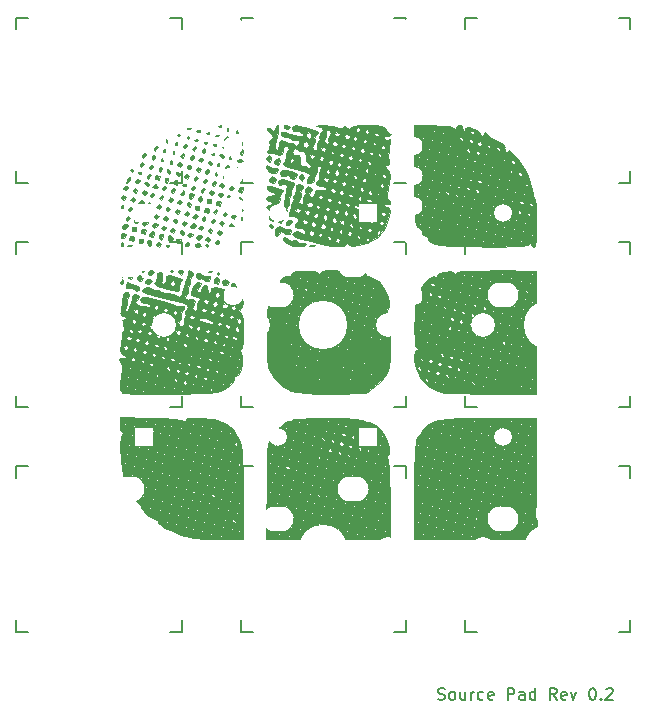
<source format=gbr>
%TF.GenerationSoftware,KiCad,Pcbnew,5.1.6-1.fc32*%
%TF.CreationDate,2020-07-09T19:55:35-05:00*%
%TF.ProjectId,source_pad,736f7572-6365-45f7-9061-642e6b696361,rev?*%
%TF.SameCoordinates,Original*%
%TF.FileFunction,Legend,Top*%
%TF.FilePolarity,Positive*%
%FSLAX46Y46*%
G04 Gerber Fmt 4.6, Leading zero omitted, Abs format (unit mm)*
G04 Created by KiCad (PCBNEW 5.1.6-1.fc32) date 2020-07-09 19:55:35*
%MOMM*%
%LPD*%
G01*
G04 APERTURE LIST*
%ADD10C,0.187500*%
%ADD11C,0.010000*%
%ADD12C,0.150000*%
%ADD13C,0.800000*%
%ADD14C,4.500000*%
%ADD15C,1.497000*%
%ADD16R,1.497000X1.497000*%
%ADD17C,1.624000*%
%ADD18O,2.600000X2.100000*%
%ADD19C,2.000000*%
%ADD20C,4.100000*%
G04 APERTURE END LIST*
D10*
X128695238Y-150704761D02*
X128838095Y-150752380D01*
X129076190Y-150752380D01*
X129171428Y-150704761D01*
X129219047Y-150657142D01*
X129266666Y-150561904D01*
X129266666Y-150466666D01*
X129219047Y-150371428D01*
X129171428Y-150323809D01*
X129076190Y-150276190D01*
X128885714Y-150228571D01*
X128790476Y-150180952D01*
X128742857Y-150133333D01*
X128695238Y-150038095D01*
X128695238Y-149942857D01*
X128742857Y-149847619D01*
X128790476Y-149800000D01*
X128885714Y-149752380D01*
X129123809Y-149752380D01*
X129266666Y-149800000D01*
X129838095Y-150752380D02*
X129742857Y-150704761D01*
X129695238Y-150657142D01*
X129647619Y-150561904D01*
X129647619Y-150276190D01*
X129695238Y-150180952D01*
X129742857Y-150133333D01*
X129838095Y-150085714D01*
X129980952Y-150085714D01*
X130076190Y-150133333D01*
X130123809Y-150180952D01*
X130171428Y-150276190D01*
X130171428Y-150561904D01*
X130123809Y-150657142D01*
X130076190Y-150704761D01*
X129980952Y-150752380D01*
X129838095Y-150752380D01*
X131028571Y-150085714D02*
X131028571Y-150752380D01*
X130600000Y-150085714D02*
X130600000Y-150609523D01*
X130647619Y-150704761D01*
X130742857Y-150752380D01*
X130885714Y-150752380D01*
X130980952Y-150704761D01*
X131028571Y-150657142D01*
X131504761Y-150752380D02*
X131504761Y-150085714D01*
X131504761Y-150276190D02*
X131552380Y-150180952D01*
X131600000Y-150133333D01*
X131695238Y-150085714D01*
X131790476Y-150085714D01*
X132552380Y-150704761D02*
X132457142Y-150752380D01*
X132266666Y-150752380D01*
X132171428Y-150704761D01*
X132123809Y-150657142D01*
X132076190Y-150561904D01*
X132076190Y-150276190D01*
X132123809Y-150180952D01*
X132171428Y-150133333D01*
X132266666Y-150085714D01*
X132457142Y-150085714D01*
X132552380Y-150133333D01*
X133361904Y-150704761D02*
X133266666Y-150752380D01*
X133076190Y-150752380D01*
X132980952Y-150704761D01*
X132933333Y-150609523D01*
X132933333Y-150228571D01*
X132980952Y-150133333D01*
X133076190Y-150085714D01*
X133266666Y-150085714D01*
X133361904Y-150133333D01*
X133409523Y-150228571D01*
X133409523Y-150323809D01*
X132933333Y-150419047D01*
X134600000Y-150752380D02*
X134600000Y-149752380D01*
X134980952Y-149752380D01*
X135076190Y-149800000D01*
X135123809Y-149847619D01*
X135171428Y-149942857D01*
X135171428Y-150085714D01*
X135123809Y-150180952D01*
X135076190Y-150228571D01*
X134980952Y-150276190D01*
X134600000Y-150276190D01*
X136028571Y-150752380D02*
X136028571Y-150228571D01*
X135980952Y-150133333D01*
X135885714Y-150085714D01*
X135695238Y-150085714D01*
X135600000Y-150133333D01*
X136028571Y-150704761D02*
X135933333Y-150752380D01*
X135695238Y-150752380D01*
X135600000Y-150704761D01*
X135552380Y-150609523D01*
X135552380Y-150514285D01*
X135600000Y-150419047D01*
X135695238Y-150371428D01*
X135933333Y-150371428D01*
X136028571Y-150323809D01*
X136933333Y-150752380D02*
X136933333Y-149752380D01*
X136933333Y-150704761D02*
X136838095Y-150752380D01*
X136647619Y-150752380D01*
X136552380Y-150704761D01*
X136504761Y-150657142D01*
X136457142Y-150561904D01*
X136457142Y-150276190D01*
X136504761Y-150180952D01*
X136552380Y-150133333D01*
X136647619Y-150085714D01*
X136838095Y-150085714D01*
X136933333Y-150133333D01*
X138742857Y-150752380D02*
X138409523Y-150276190D01*
X138171428Y-150752380D02*
X138171428Y-149752380D01*
X138552380Y-149752380D01*
X138647619Y-149800000D01*
X138695238Y-149847619D01*
X138742857Y-149942857D01*
X138742857Y-150085714D01*
X138695238Y-150180952D01*
X138647619Y-150228571D01*
X138552380Y-150276190D01*
X138171428Y-150276190D01*
X139552380Y-150704761D02*
X139457142Y-150752380D01*
X139266666Y-150752380D01*
X139171428Y-150704761D01*
X139123809Y-150609523D01*
X139123809Y-150228571D01*
X139171428Y-150133333D01*
X139266666Y-150085714D01*
X139457142Y-150085714D01*
X139552380Y-150133333D01*
X139600000Y-150228571D01*
X139600000Y-150323809D01*
X139123809Y-150419047D01*
X139933333Y-150085714D02*
X140171428Y-150752380D01*
X140409523Y-150085714D01*
X141742857Y-149752380D02*
X141838095Y-149752380D01*
X141933333Y-149800000D01*
X141980952Y-149847619D01*
X142028571Y-149942857D01*
X142076190Y-150133333D01*
X142076190Y-150371428D01*
X142028571Y-150561904D01*
X141980952Y-150657142D01*
X141933333Y-150704761D01*
X141838095Y-150752380D01*
X141742857Y-150752380D01*
X141647619Y-150704761D01*
X141600000Y-150657142D01*
X141552380Y-150561904D01*
X141504761Y-150371428D01*
X141504761Y-150133333D01*
X141552380Y-149942857D01*
X141600000Y-149847619D01*
X141647619Y-149800000D01*
X141742857Y-149752380D01*
X142504761Y-150657142D02*
X142552380Y-150704761D01*
X142504761Y-150752380D01*
X142457142Y-150704761D01*
X142504761Y-150657142D01*
X142504761Y-150752380D01*
X142933333Y-149847619D02*
X142980952Y-149800000D01*
X143076190Y-149752380D01*
X143314285Y-149752380D01*
X143409523Y-149800000D01*
X143457142Y-149847619D01*
X143504761Y-149942857D01*
X143504761Y-150038095D01*
X143457142Y-150180952D01*
X142885714Y-150752380D01*
X143504761Y-150752380D01*
D11*
%TO.C,G\u002A\u002A\u002A*%
G36*
X104350781Y-126888008D02*
G01*
X105464556Y-126920964D01*
X106357146Y-126981529D01*
X106966926Y-127064125D01*
X107216607Y-127147300D01*
X107409908Y-127268309D01*
X107345294Y-127107867D01*
X107344810Y-127107061D01*
X107336701Y-126968171D01*
X107565073Y-126895496D01*
X108091709Y-126877772D01*
X108546952Y-126887873D01*
X109770096Y-127014424D01*
X110684632Y-127324690D01*
X111347529Y-127847906D01*
X111788119Y-128551227D01*
X111928798Y-128896432D01*
X112032485Y-129268595D01*
X112104687Y-129732856D01*
X112150913Y-130354353D01*
X112176668Y-131198228D01*
X112187460Y-132329619D01*
X112189062Y-133293641D01*
X112189062Y-137155931D01*
X110155078Y-137168423D01*
X108989231Y-137148552D01*
X108085476Y-137061817D01*
X107322776Y-136894531D01*
X110204687Y-136894531D01*
X110303906Y-136993750D01*
X110403125Y-136894531D01*
X110303906Y-136795313D01*
X110204687Y-136894531D01*
X107322776Y-136894531D01*
X107312303Y-136892234D01*
X106958182Y-136779904D01*
X106742190Y-136696094D01*
X109410937Y-136696094D01*
X109510156Y-136795313D01*
X109609375Y-136696094D01*
X109510156Y-136596875D01*
X109410937Y-136696094D01*
X106742190Y-136696094D01*
X106230781Y-136497656D01*
X108617187Y-136497656D01*
X108716406Y-136596875D01*
X108815625Y-136497656D01*
X111792187Y-136497656D01*
X111891406Y-136596875D01*
X111990625Y-136497656D01*
X111891406Y-136398438D01*
X111792187Y-136497656D01*
X108815625Y-136497656D01*
X108716406Y-136398438D01*
X108617187Y-136497656D01*
X106230781Y-136497656D01*
X105982186Y-136401196D01*
X105788398Y-136299219D01*
X107823437Y-136299219D01*
X107922656Y-136398438D01*
X108021875Y-136299219D01*
X107922656Y-136200000D01*
X110403125Y-136200000D01*
X110475730Y-136363337D01*
X110535416Y-136332292D01*
X110538751Y-136299219D01*
X111196875Y-136299219D01*
X111296093Y-136398438D01*
X111395312Y-136299219D01*
X111296093Y-136200000D01*
X111196875Y-136299219D01*
X110538751Y-136299219D01*
X110559165Y-136096793D01*
X110535416Y-136067708D01*
X110417445Y-136094948D01*
X110403125Y-136200000D01*
X107922656Y-136200000D01*
X107823437Y-136299219D01*
X105788398Y-136299219D01*
X105411304Y-136100781D01*
X107228125Y-136100781D01*
X107327343Y-136200000D01*
X107426562Y-136100781D01*
X107327343Y-136001563D01*
X107228125Y-136100781D01*
X105411304Y-136100781D01*
X105314625Y-136049906D01*
X105155408Y-135902344D01*
X106434375Y-135902344D01*
X106533593Y-136001563D01*
X106632812Y-135902344D01*
X109609375Y-135902344D01*
X109708593Y-136001563D01*
X109807812Y-135902344D01*
X109708593Y-135803125D01*
X109609375Y-135902344D01*
X106632812Y-135902344D01*
X106533593Y-135803125D01*
X106434375Y-135902344D01*
X105155408Y-135902344D01*
X104984722Y-135744153D01*
X104983408Y-135703906D01*
X105640625Y-135703906D01*
X105739843Y-135803125D01*
X105839062Y-135703906D01*
X108815625Y-135703906D01*
X108914843Y-135803125D01*
X109014062Y-135703906D01*
X108914843Y-135604688D01*
X108815625Y-135703906D01*
X105839062Y-135703906D01*
X105739843Y-135604688D01*
X105640625Y-135703906D01*
X104983408Y-135703906D01*
X104978457Y-135552321D01*
X104979157Y-135505469D01*
X108021875Y-135505469D01*
X108121093Y-135604688D01*
X108220312Y-135505469D01*
X110601562Y-135505469D01*
X110700781Y-135604688D01*
X110800000Y-135505469D01*
X110757662Y-135463131D01*
X111228862Y-135463131D01*
X111277144Y-135574027D01*
X111476950Y-135787059D01*
X111591818Y-135743359D01*
X111593750Y-135715617D01*
X111452803Y-135547776D01*
X111364652Y-135486520D01*
X111228862Y-135463131D01*
X110757662Y-135463131D01*
X110700781Y-135406250D01*
X110601562Y-135505469D01*
X108220312Y-135505469D01*
X108121093Y-135406250D01*
X108021875Y-135505469D01*
X104979157Y-135505469D01*
X104980132Y-135440289D01*
X104874263Y-135488542D01*
X104618704Y-135452457D01*
X104380297Y-135307031D01*
X107426562Y-135307031D01*
X107525781Y-135406250D01*
X107625000Y-135307031D01*
X107525781Y-135207813D01*
X109807812Y-135207813D01*
X109880417Y-135371149D01*
X109940104Y-135340104D01*
X109963853Y-135104605D01*
X109940104Y-135075521D01*
X109822133Y-135102760D01*
X109807812Y-135207813D01*
X107525781Y-135207813D01*
X107426562Y-135307031D01*
X104380297Y-135307031D01*
X104240551Y-135221788D01*
X104107954Y-135108594D01*
X106632812Y-135108594D01*
X106732031Y-135207813D01*
X106831250Y-135108594D01*
X106732031Y-135009375D01*
X106632812Y-135108594D01*
X104107954Y-135108594D01*
X103875499Y-134910156D01*
X105839062Y-134910156D01*
X105938281Y-135009375D01*
X106037500Y-134910156D01*
X109014062Y-134910156D01*
X109113281Y-135009375D01*
X109212500Y-134910156D01*
X111593750Y-134910156D01*
X111692968Y-135009375D01*
X111792187Y-134910156D01*
X111692968Y-134810938D01*
X111593750Y-134910156D01*
X109212500Y-134910156D01*
X109113281Y-134810938D01*
X109014062Y-134910156D01*
X106037500Y-134910156D01*
X105938281Y-134810938D01*
X105839062Y-134910156D01*
X103875499Y-134910156D01*
X103861276Y-134898015D01*
X103708339Y-134711719D01*
X105045312Y-134711719D01*
X105144531Y-134810938D01*
X105243750Y-134711719D01*
X108220312Y-134711719D01*
X108319531Y-134810938D01*
X108418750Y-134711719D01*
X110800000Y-134711719D01*
X110899218Y-134810938D01*
X110998437Y-134711719D01*
X110899218Y-134612500D01*
X110800000Y-134711719D01*
X108418750Y-134711719D01*
X108319531Y-134612500D01*
X108220312Y-134711719D01*
X105243750Y-134711719D01*
X105144531Y-134612500D01*
X105045312Y-134711719D01*
X103708339Y-134711719D01*
X103602353Y-134582617D01*
X103589378Y-134513281D01*
X104251562Y-134513281D01*
X104350781Y-134612500D01*
X104450000Y-134513281D01*
X107426562Y-134513281D01*
X107525781Y-134612500D01*
X107625000Y-134513281D01*
X110006250Y-134513281D01*
X110105468Y-134612500D01*
X110204687Y-134513281D01*
X110105468Y-134414063D01*
X110006250Y-134513281D01*
X107625000Y-134513281D01*
X107525781Y-134414063D01*
X107426562Y-134513281D01*
X104450000Y-134513281D01*
X104350781Y-134414063D01*
X104251562Y-134513281D01*
X103589378Y-134513281D01*
X103567607Y-134396949D01*
X103495004Y-134217767D01*
X103491133Y-134215625D01*
X106037500Y-134215625D01*
X106110105Y-134378962D01*
X106169791Y-134347917D01*
X106173126Y-134314844D01*
X106831250Y-134314844D01*
X106930468Y-134414063D01*
X107029687Y-134314844D01*
X106930468Y-134215625D01*
X106831250Y-134314844D01*
X106173126Y-134314844D01*
X106193137Y-134116406D01*
X109212500Y-134116406D01*
X109311718Y-134215625D01*
X109410937Y-134116406D01*
X111792187Y-134116406D01*
X111891406Y-134215625D01*
X111990625Y-134116406D01*
X111891406Y-134017188D01*
X111792187Y-134116406D01*
X109410937Y-134116406D01*
X109311718Y-134017188D01*
X109212500Y-134116406D01*
X106193137Y-134116406D01*
X106193540Y-134112418D01*
X106169791Y-134083333D01*
X106051820Y-134110573D01*
X106037500Y-134215625D01*
X103491133Y-134215625D01*
X103367829Y-134147409D01*
X103103288Y-133917969D01*
X105243750Y-133917969D01*
X105342968Y-134017188D01*
X105442187Y-133917969D01*
X105342968Y-133818750D01*
X105243750Y-133917969D01*
X103103288Y-133917969D01*
X103055040Y-133876123D01*
X102957807Y-133719531D01*
X104450000Y-133719531D01*
X104549218Y-133818750D01*
X104648437Y-133719531D01*
X107029687Y-133719531D01*
X107128906Y-133818750D01*
X107228125Y-133719531D01*
X107185788Y-133677194D01*
X107656987Y-133677194D01*
X107705269Y-133788090D01*
X107905075Y-134001121D01*
X108019943Y-133957421D01*
X108021875Y-133929680D01*
X108012041Y-133917969D01*
X108418750Y-133917969D01*
X108517968Y-134017188D01*
X108617187Y-133917969D01*
X110998437Y-133917969D01*
X111097656Y-134017188D01*
X111196875Y-133917969D01*
X111097656Y-133818750D01*
X110998437Y-133917969D01*
X108617187Y-133917969D01*
X108517968Y-133818750D01*
X108418750Y-133917969D01*
X108012041Y-133917969D01*
X107880928Y-133761838D01*
X107820046Y-133719531D01*
X110204687Y-133719531D01*
X110303906Y-133818750D01*
X110403125Y-133719531D01*
X110303906Y-133620313D01*
X110204687Y-133719531D01*
X107820046Y-133719531D01*
X107792777Y-133700582D01*
X107656987Y-133677194D01*
X107185788Y-133677194D01*
X107128906Y-133620313D01*
X107029687Y-133719531D01*
X104648437Y-133719531D01*
X104549218Y-133620313D01*
X104450000Y-133719531D01*
X102957807Y-133719531D01*
X102834589Y-133521094D01*
X103656250Y-133521094D01*
X103755468Y-133620313D01*
X103854687Y-133521094D01*
X106235937Y-133521094D01*
X106335156Y-133620313D01*
X106434375Y-133521094D01*
X106335156Y-133421875D01*
X106235937Y-133521094D01*
X103854687Y-133521094D01*
X103755468Y-133421875D01*
X103656250Y-133521094D01*
X102834589Y-133521094D01*
X102758791Y-133399024D01*
X102717102Y-133289583D01*
X108683333Y-133289583D01*
X108710572Y-133407554D01*
X108815625Y-133421875D01*
X108978961Y-133349270D01*
X108947916Y-133289583D01*
X108856053Y-133280319D01*
X109442924Y-133280319D01*
X109491207Y-133391215D01*
X109691012Y-133604246D01*
X109805880Y-133560546D01*
X109807812Y-133532805D01*
X109666866Y-133364963D01*
X109578714Y-133303707D01*
X109442924Y-133280319D01*
X108856053Y-133280319D01*
X108712417Y-133265834D01*
X108683333Y-133289583D01*
X102717102Y-133289583D01*
X102641511Y-133091146D01*
X107889583Y-133091146D01*
X107916822Y-133209117D01*
X108021875Y-133223438D01*
X108185211Y-133150832D01*
X108171369Y-133124219D01*
X111196875Y-133124219D01*
X111296093Y-133223438D01*
X111395312Y-133124219D01*
X111296093Y-133025000D01*
X111196875Y-133124219D01*
X108171369Y-133124219D01*
X108154166Y-133091146D01*
X107918667Y-133067397D01*
X107889583Y-133091146D01*
X102641511Y-133091146D01*
X102578518Y-132925781D01*
X104648437Y-132925781D01*
X104747656Y-133025000D01*
X104846875Y-132925781D01*
X107228125Y-132925781D01*
X107327343Y-133025000D01*
X107426562Y-132925781D01*
X110403125Y-132925781D01*
X110502343Y-133025000D01*
X110601562Y-132925781D01*
X110502343Y-132826563D01*
X110403125Y-132925781D01*
X107426562Y-132925781D01*
X107327343Y-132826563D01*
X107228125Y-132925781D01*
X104846875Y-132925781D01*
X104747656Y-132826563D01*
X104648437Y-132925781D01*
X102578518Y-132925781D01*
X102562467Y-132883646D01*
X102556650Y-132727344D01*
X103854687Y-132727344D01*
X103953906Y-132826563D01*
X104053125Y-132727344D01*
X106434375Y-132727344D01*
X106533593Y-132826563D01*
X106632812Y-132727344D01*
X109609375Y-132727344D01*
X109708593Y-132826563D01*
X109807812Y-132727344D01*
X109708593Y-132628125D01*
X109609375Y-132727344D01*
X106632812Y-132727344D01*
X106533593Y-132628125D01*
X106434375Y-132727344D01*
X104053125Y-132727344D01*
X103953906Y-132628125D01*
X103854687Y-132727344D01*
X102556650Y-132727344D01*
X102549264Y-132528906D01*
X105640625Y-132528906D01*
X105739843Y-132628125D01*
X105839062Y-132528906D01*
X109014062Y-132528906D01*
X109113281Y-132628125D01*
X109212500Y-132528906D01*
X109113281Y-132429688D01*
X109014062Y-132528906D01*
X105839062Y-132528906D01*
X105739843Y-132429688D01*
X105640625Y-132528906D01*
X102549264Y-132528906D01*
X102548213Y-132500689D01*
X102556398Y-132330469D01*
X108220312Y-132330469D01*
X108319531Y-132429688D01*
X108418750Y-132330469D01*
X111395312Y-132330469D01*
X111494531Y-132429688D01*
X111593750Y-132330469D01*
X111494531Y-132231250D01*
X111395312Y-132330469D01*
X108418750Y-132330469D01*
X108319531Y-132231250D01*
X108220312Y-132330469D01*
X102556398Y-132330469D01*
X102557518Y-132307179D01*
X102479344Y-132321990D01*
X102309030Y-132229962D01*
X102257115Y-132132031D01*
X104846875Y-132132031D01*
X104946093Y-132231250D01*
X105045312Y-132132031D01*
X107426562Y-132132031D01*
X107525781Y-132231250D01*
X107625000Y-132132031D01*
X110601562Y-132132031D01*
X110700781Y-132231250D01*
X110800000Y-132132031D01*
X110700781Y-132032813D01*
X110601562Y-132132031D01*
X107625000Y-132132031D01*
X107525781Y-132032813D01*
X107426562Y-132132031D01*
X105045312Y-132132031D01*
X104946093Y-132032813D01*
X104846875Y-132132031D01*
X102257115Y-132132031D01*
X102151917Y-131933594D01*
X103457812Y-131933594D01*
X103557031Y-132032813D01*
X103656250Y-131933594D01*
X104053125Y-131933594D01*
X104152343Y-132032813D01*
X104251562Y-131933594D01*
X106632812Y-131933594D01*
X106732031Y-132032813D01*
X106831250Y-131933594D01*
X109807812Y-131933594D01*
X109907031Y-132032813D01*
X110006250Y-131933594D01*
X109907031Y-131834375D01*
X109807812Y-131933594D01*
X106831250Y-131933594D01*
X106732031Y-131834375D01*
X106632812Y-131933594D01*
X104251562Y-131933594D01*
X104152343Y-131834375D01*
X104053125Y-131933594D01*
X103656250Y-131933594D01*
X103557031Y-131834375D01*
X103457812Y-131933594D01*
X102151917Y-131933594D01*
X102113894Y-131861870D01*
X102071414Y-131743229D01*
X102069567Y-131735156D01*
X102664062Y-131735156D01*
X102763281Y-131834375D01*
X102862500Y-131735156D01*
X105839062Y-131735156D01*
X105938281Y-131834375D01*
X106037500Y-131735156D01*
X109212500Y-131735156D01*
X109311718Y-131834375D01*
X109410937Y-131735156D01*
X109311718Y-131635938D01*
X109212500Y-131735156D01*
X106037500Y-131735156D01*
X105938281Y-131635938D01*
X105839062Y-131735156D01*
X102862500Y-131735156D01*
X102763281Y-131635938D01*
X102664062Y-131735156D01*
X102069567Y-131735156D01*
X102024147Y-131536719D01*
X105243750Y-131536719D01*
X105342968Y-131635938D01*
X105442187Y-131536719D01*
X108418750Y-131536719D01*
X108517968Y-131635938D01*
X108617187Y-131536719D01*
X111593750Y-131536719D01*
X111692968Y-131635938D01*
X111792187Y-131536719D01*
X111692968Y-131437500D01*
X111593750Y-131536719D01*
X108617187Y-131536719D01*
X108517968Y-131437500D01*
X108418750Y-131536719D01*
X105442187Y-131536719D01*
X105342968Y-131437500D01*
X105243750Y-131536719D01*
X102024147Y-131536719D01*
X101971156Y-131305208D01*
X104317708Y-131305208D01*
X104344947Y-131423179D01*
X104450000Y-131437500D01*
X104613336Y-131364895D01*
X104599494Y-131338281D01*
X107625000Y-131338281D01*
X107724218Y-131437500D01*
X107823437Y-131338281D01*
X110800000Y-131338281D01*
X110899218Y-131437500D01*
X110998437Y-131338281D01*
X110899218Y-131239063D01*
X110800000Y-131338281D01*
X107823437Y-131338281D01*
X107724218Y-131239063D01*
X107625000Y-131338281D01*
X104599494Y-131338281D01*
X104582291Y-131305208D01*
X104346792Y-131281459D01*
X104317708Y-131305208D01*
X101971156Y-131305208D01*
X101949087Y-131208791D01*
X101940446Y-131139844D01*
X103656250Y-131139844D01*
X103755468Y-131239063D01*
X103854687Y-131139844D01*
X106831250Y-131139844D01*
X106930468Y-131239063D01*
X107029687Y-131139844D01*
X110006250Y-131139844D01*
X110105468Y-131239063D01*
X110204687Y-131139844D01*
X110105468Y-131040625D01*
X110006250Y-131139844D01*
X107029687Y-131139844D01*
X106930468Y-131040625D01*
X106831250Y-131139844D01*
X103854687Y-131139844D01*
X103755468Y-131040625D01*
X103656250Y-131139844D01*
X101940446Y-131139844D01*
X101915576Y-130941406D01*
X102862500Y-130941406D01*
X102961718Y-131040625D01*
X103060937Y-130941406D01*
X106037500Y-130941406D01*
X106136718Y-131040625D01*
X106235937Y-130941406D01*
X106202864Y-130908333D01*
X109278645Y-130908333D01*
X109305885Y-131026304D01*
X109410937Y-131040625D01*
X109574274Y-130968020D01*
X109543229Y-130908333D01*
X109307730Y-130884584D01*
X109278645Y-130908333D01*
X106202864Y-130908333D01*
X106136718Y-130842188D01*
X106037500Y-130941406D01*
X103060937Y-130941406D01*
X102961718Y-130842188D01*
X102862500Y-130941406D01*
X101915576Y-130941406D01*
X101890706Y-130742969D01*
X102068750Y-130742969D01*
X102167968Y-130842188D01*
X102267187Y-130742969D01*
X105243750Y-130742969D01*
X105342968Y-130842188D01*
X105442187Y-130742969D01*
X108617187Y-130742969D01*
X108716406Y-130842188D01*
X111792187Y-130842188D01*
X111864792Y-131005524D01*
X111924479Y-130974479D01*
X111948228Y-130738980D01*
X111924479Y-130709896D01*
X111806508Y-130737135D01*
X111792187Y-130842188D01*
X108716406Y-130842188D01*
X108815625Y-130742969D01*
X108716406Y-130643750D01*
X108617187Y-130742969D01*
X105442187Y-130742969D01*
X105342968Y-130643750D01*
X105243750Y-130742969D01*
X102267187Y-130742969D01*
X102167968Y-130643750D01*
X102068750Y-130742969D01*
X101890706Y-130742969D01*
X101865836Y-130544531D01*
X104648437Y-130544531D01*
X104747656Y-130643750D01*
X104846875Y-130544531D01*
X107823437Y-130544531D01*
X107922656Y-130643750D01*
X108021875Y-130544531D01*
X110998437Y-130544531D01*
X111097656Y-130643750D01*
X111196875Y-130544531D01*
X111097656Y-130445313D01*
X110998437Y-130544531D01*
X108021875Y-130544531D01*
X107922656Y-130445313D01*
X107823437Y-130544531D01*
X104846875Y-130544531D01*
X104747656Y-130445313D01*
X104648437Y-130544531D01*
X101865836Y-130544531D01*
X101862560Y-130518399D01*
X101851493Y-130346094D01*
X103854687Y-130346094D01*
X103953906Y-130445313D01*
X104053125Y-130346094D01*
X107029687Y-130346094D01*
X107128906Y-130445313D01*
X107228125Y-130346094D01*
X110204687Y-130346094D01*
X110303906Y-130445313D01*
X110403125Y-130346094D01*
X110303906Y-130246875D01*
X110204687Y-130346094D01*
X107228125Y-130346094D01*
X107128906Y-130246875D01*
X107029687Y-130346094D01*
X104053125Y-130346094D01*
X103953906Y-130246875D01*
X103854687Y-130346094D01*
X101851493Y-130346094D01*
X101838747Y-130147656D01*
X103060937Y-130147656D01*
X103160156Y-130246875D01*
X103259375Y-130147656D01*
X106235937Y-130147656D01*
X106335156Y-130246875D01*
X106434375Y-130147656D01*
X106335156Y-130048438D01*
X108815625Y-130048438D01*
X108888230Y-130211774D01*
X108947916Y-130180729D01*
X108951251Y-130147656D01*
X109410937Y-130147656D01*
X109510156Y-130246875D01*
X109609375Y-130147656D01*
X109510156Y-130048438D01*
X109410937Y-130147656D01*
X108951251Y-130147656D01*
X108971665Y-129945230D01*
X108947916Y-129916146D01*
X108829945Y-129943385D01*
X108815625Y-130048438D01*
X106335156Y-130048438D01*
X106235937Y-130147656D01*
X103259375Y-130147656D01*
X103160156Y-130048438D01*
X103060937Y-130147656D01*
X101838747Y-130147656D01*
X101826001Y-129949219D01*
X102267187Y-129949219D01*
X102366406Y-130048438D01*
X102465625Y-129949219D01*
X105442187Y-129949219D01*
X105541406Y-130048438D01*
X105640625Y-129949219D01*
X105541406Y-129850000D01*
X108021875Y-129850000D01*
X108094480Y-130013337D01*
X108154166Y-129982292D01*
X108177512Y-129750781D01*
X111196875Y-129750781D01*
X111296093Y-129850000D01*
X111395312Y-129750781D01*
X111296093Y-129651563D01*
X111196875Y-129750781D01*
X108177512Y-129750781D01*
X108177915Y-129746793D01*
X108154166Y-129717708D01*
X108036195Y-129744948D01*
X108021875Y-129850000D01*
X105541406Y-129850000D01*
X105442187Y-129949219D01*
X102465625Y-129949219D01*
X102366406Y-129850000D01*
X102267187Y-129949219D01*
X101826001Y-129949219D01*
X101814873Y-129775971D01*
X101814662Y-129750781D01*
X104846875Y-129750781D01*
X104946093Y-129850000D01*
X105045312Y-129750781D01*
X104946093Y-129651563D01*
X104846875Y-129750781D01*
X101814662Y-129750781D01*
X101812993Y-129552344D01*
X104053125Y-129552344D01*
X104152343Y-129651563D01*
X104251562Y-129552344D01*
X107228125Y-129552344D01*
X107327343Y-129651563D01*
X107426562Y-129552344D01*
X107327343Y-129453125D01*
X107228125Y-129552344D01*
X104251562Y-129552344D01*
X104152343Y-129453125D01*
X104053125Y-129552344D01*
X101812993Y-129552344D01*
X101811324Y-129353906D01*
X103259375Y-129353906D01*
X103358593Y-129453125D01*
X103457812Y-129353906D01*
X106434375Y-129353906D01*
X106533593Y-129453125D01*
X106632812Y-129353906D01*
X109014062Y-129353906D01*
X109113281Y-129453125D01*
X109212500Y-129353906D01*
X109170163Y-129311569D01*
X109641362Y-129311569D01*
X109689644Y-129422465D01*
X109889450Y-129635496D01*
X110004318Y-129591796D01*
X110006250Y-129564055D01*
X109996416Y-129552344D01*
X110403125Y-129552344D01*
X110502343Y-129651563D01*
X110601562Y-129552344D01*
X110502343Y-129453125D01*
X110403125Y-129552344D01*
X109996416Y-129552344D01*
X109865303Y-129396213D01*
X109777152Y-129334957D01*
X109641362Y-129311569D01*
X109170163Y-129311569D01*
X109113281Y-129254688D01*
X109014062Y-129353906D01*
X106632812Y-129353906D01*
X106533593Y-129254688D01*
X106434375Y-129353906D01*
X103457812Y-129353906D01*
X103358593Y-129254688D01*
X103259375Y-129353906D01*
X101811324Y-129353906D01*
X101809654Y-129155469D01*
X102465625Y-129155469D01*
X102564843Y-129254688D01*
X102664062Y-129155469D01*
X105640625Y-129155469D01*
X105739843Y-129254688D01*
X105839062Y-129155469D01*
X108220312Y-129155469D01*
X108319531Y-129254688D01*
X108418750Y-129155469D01*
X108319531Y-129056250D01*
X108220312Y-129155469D01*
X105839062Y-129155469D01*
X105739843Y-129056250D01*
X105640625Y-129155469D01*
X102664062Y-129155469D01*
X102564843Y-129056250D01*
X102465625Y-129155469D01*
X101809654Y-129155469D01*
X101809064Y-129085424D01*
X101820872Y-128923958D01*
X110667708Y-128923958D01*
X110694947Y-129041929D01*
X110800000Y-129056250D01*
X110826345Y-129044539D01*
X111395312Y-129044539D01*
X111539360Y-129246612D01*
X111593750Y-129254688D01*
X111787028Y-129186984D01*
X111792187Y-129167180D01*
X111653135Y-128997760D01*
X111593750Y-128957031D01*
X111410893Y-128972764D01*
X111395312Y-129044539D01*
X110826345Y-129044539D01*
X110963336Y-128983645D01*
X110932291Y-128923958D01*
X110696792Y-128900209D01*
X110667708Y-128923958D01*
X101820872Y-128923958D01*
X101832966Y-128758594D01*
X104251562Y-128758594D01*
X104350781Y-128857813D01*
X104450000Y-128758594D01*
X104416927Y-128725521D01*
X109873958Y-128725521D01*
X109901197Y-128843492D01*
X110006250Y-128857813D01*
X110169586Y-128785207D01*
X110138541Y-128725521D01*
X109903042Y-128701772D01*
X109873958Y-128725521D01*
X104416927Y-128725521D01*
X104350781Y-128659375D01*
X104251562Y-128758594D01*
X101832966Y-128758594D01*
X101847479Y-128560156D01*
X103457812Y-128560156D01*
X103557031Y-128659375D01*
X103656250Y-128560156D01*
X106632812Y-128560156D01*
X106732031Y-128659375D01*
X106831250Y-128560156D01*
X109212500Y-128560156D01*
X109311718Y-128659375D01*
X109410937Y-128560156D01*
X109311718Y-128460938D01*
X109212500Y-128560156D01*
X106831250Y-128560156D01*
X106732031Y-128460938D01*
X106632812Y-128560156D01*
X103656250Y-128560156D01*
X103557031Y-128460938D01*
X103457812Y-128560156D01*
X101847479Y-128560156D01*
X101848173Y-128550673D01*
X101907986Y-128361719D01*
X102664062Y-128361719D01*
X102763281Y-128460938D01*
X102862500Y-128361719D01*
X105839062Y-128361719D01*
X105938281Y-128460938D01*
X106037500Y-128361719D01*
X108418750Y-128361719D01*
X108517968Y-128460938D01*
X108617187Y-128361719D01*
X108517968Y-128262500D01*
X108418750Y-128361719D01*
X106037500Y-128361719D01*
X105938281Y-128262500D01*
X105839062Y-128361719D01*
X102862500Y-128361719D01*
X102763281Y-128262500D01*
X102664062Y-128361719D01*
X101907986Y-128361719D01*
X101935237Y-128275635D01*
X101969531Y-128259294D01*
X102023189Y-128179900D01*
X102002900Y-128163281D01*
X105045312Y-128163281D01*
X105144531Y-128262500D01*
X105243750Y-128163281D01*
X107625000Y-128163281D01*
X107724218Y-128262500D01*
X107823437Y-128163281D01*
X110998437Y-128163281D01*
X111097656Y-128262500D01*
X111196875Y-128163281D01*
X111097656Y-128064063D01*
X110998437Y-128163281D01*
X107823437Y-128163281D01*
X107724218Y-128064063D01*
X107625000Y-128163281D01*
X105243750Y-128163281D01*
X105144531Y-128064063D01*
X105045312Y-128163281D01*
X102002900Y-128163281D01*
X101937864Y-128110011D01*
X101857640Y-127964844D01*
X103656250Y-127964844D01*
X103755468Y-128064063D01*
X103854687Y-127964844D01*
X104450000Y-127964844D01*
X104549218Y-128064063D01*
X104648437Y-127964844D01*
X110204687Y-127964844D01*
X110303906Y-128064063D01*
X110403125Y-127964844D01*
X110303906Y-127865625D01*
X110204687Y-127964844D01*
X104648437Y-127964844D01*
X104549218Y-127865625D01*
X104450000Y-127964844D01*
X103854687Y-127964844D01*
X103755468Y-127865625D01*
X103656250Y-127964844D01*
X101857640Y-127964844D01*
X101779092Y-127822713D01*
X101773717Y-127766406D01*
X106831250Y-127766406D01*
X106930468Y-127865625D01*
X107029687Y-127766406D01*
X109410937Y-127766406D01*
X109510156Y-127865625D01*
X109609375Y-127766406D01*
X109510156Y-127667188D01*
X109410937Y-127766406D01*
X107029687Y-127766406D01*
X106930468Y-127667188D01*
X106831250Y-127766406D01*
X101773717Y-127766406D01*
X101754770Y-127567969D01*
X102862500Y-127567969D01*
X102961718Y-127667188D01*
X103060937Y-127567969D01*
X105442187Y-127567969D01*
X105541406Y-127667188D01*
X105640625Y-127567969D01*
X106037500Y-127567969D01*
X106136718Y-127667188D01*
X106235937Y-127567969D01*
X108617187Y-127567969D01*
X108716406Y-127667188D01*
X108815625Y-127567969D01*
X108716406Y-127468750D01*
X108617187Y-127567969D01*
X106235937Y-127567969D01*
X106136718Y-127468750D01*
X106037500Y-127567969D01*
X105640625Y-127567969D01*
X105541406Y-127468750D01*
X105442187Y-127567969D01*
X103060937Y-127567969D01*
X102961718Y-127468750D01*
X102862500Y-127567969D01*
X101754770Y-127567969D01*
X101739426Y-127407273D01*
X101741574Y-127369531D01*
X102068750Y-127369531D01*
X102167968Y-127468750D01*
X102267187Y-127369531D01*
X104648437Y-127369531D01*
X104747656Y-127468750D01*
X104846875Y-127369531D01*
X107823437Y-127369531D01*
X107922656Y-127468750D01*
X108021875Y-127369531D01*
X107922656Y-127270313D01*
X107823437Y-127369531D01*
X104846875Y-127369531D01*
X104747656Y-127270313D01*
X104648437Y-127369531D01*
X102267187Y-127369531D01*
X102167968Y-127270313D01*
X102068750Y-127369531D01*
X101741574Y-127369531D01*
X101752869Y-127171094D01*
X103854687Y-127171094D01*
X103953906Y-127270313D01*
X104053125Y-127171094D01*
X103953906Y-127071875D01*
X103854687Y-127171094D01*
X101752869Y-127171094D01*
X101771093Y-126850947D01*
X104350781Y-126888008D01*
G37*
X104350781Y-126888008D02*
X105464556Y-126920964D01*
X106357146Y-126981529D01*
X106966926Y-127064125D01*
X107216607Y-127147300D01*
X107409908Y-127268309D01*
X107345294Y-127107867D01*
X107344810Y-127107061D01*
X107336701Y-126968171D01*
X107565073Y-126895496D01*
X108091709Y-126877772D01*
X108546952Y-126887873D01*
X109770096Y-127014424D01*
X110684632Y-127324690D01*
X111347529Y-127847906D01*
X111788119Y-128551227D01*
X111928798Y-128896432D01*
X112032485Y-129268595D01*
X112104687Y-129732856D01*
X112150913Y-130354353D01*
X112176668Y-131198228D01*
X112187460Y-132329619D01*
X112189062Y-133293641D01*
X112189062Y-137155931D01*
X110155078Y-137168423D01*
X108989231Y-137148552D01*
X108085476Y-137061817D01*
X107322776Y-136894531D01*
X110204687Y-136894531D01*
X110303906Y-136993750D01*
X110403125Y-136894531D01*
X110303906Y-136795313D01*
X110204687Y-136894531D01*
X107322776Y-136894531D01*
X107312303Y-136892234D01*
X106958182Y-136779904D01*
X106742190Y-136696094D01*
X109410937Y-136696094D01*
X109510156Y-136795313D01*
X109609375Y-136696094D01*
X109510156Y-136596875D01*
X109410937Y-136696094D01*
X106742190Y-136696094D01*
X106230781Y-136497656D01*
X108617187Y-136497656D01*
X108716406Y-136596875D01*
X108815625Y-136497656D01*
X111792187Y-136497656D01*
X111891406Y-136596875D01*
X111990625Y-136497656D01*
X111891406Y-136398438D01*
X111792187Y-136497656D01*
X108815625Y-136497656D01*
X108716406Y-136398438D01*
X108617187Y-136497656D01*
X106230781Y-136497656D01*
X105982186Y-136401196D01*
X105788398Y-136299219D01*
X107823437Y-136299219D01*
X107922656Y-136398438D01*
X108021875Y-136299219D01*
X107922656Y-136200000D01*
X110403125Y-136200000D01*
X110475730Y-136363337D01*
X110535416Y-136332292D01*
X110538751Y-136299219D01*
X111196875Y-136299219D01*
X111296093Y-136398438D01*
X111395312Y-136299219D01*
X111296093Y-136200000D01*
X111196875Y-136299219D01*
X110538751Y-136299219D01*
X110559165Y-136096793D01*
X110535416Y-136067708D01*
X110417445Y-136094948D01*
X110403125Y-136200000D01*
X107922656Y-136200000D01*
X107823437Y-136299219D01*
X105788398Y-136299219D01*
X105411304Y-136100781D01*
X107228125Y-136100781D01*
X107327343Y-136200000D01*
X107426562Y-136100781D01*
X107327343Y-136001563D01*
X107228125Y-136100781D01*
X105411304Y-136100781D01*
X105314625Y-136049906D01*
X105155408Y-135902344D01*
X106434375Y-135902344D01*
X106533593Y-136001563D01*
X106632812Y-135902344D01*
X109609375Y-135902344D01*
X109708593Y-136001563D01*
X109807812Y-135902344D01*
X109708593Y-135803125D01*
X109609375Y-135902344D01*
X106632812Y-135902344D01*
X106533593Y-135803125D01*
X106434375Y-135902344D01*
X105155408Y-135902344D01*
X104984722Y-135744153D01*
X104983408Y-135703906D01*
X105640625Y-135703906D01*
X105739843Y-135803125D01*
X105839062Y-135703906D01*
X108815625Y-135703906D01*
X108914843Y-135803125D01*
X109014062Y-135703906D01*
X108914843Y-135604688D01*
X108815625Y-135703906D01*
X105839062Y-135703906D01*
X105739843Y-135604688D01*
X105640625Y-135703906D01*
X104983408Y-135703906D01*
X104978457Y-135552321D01*
X104979157Y-135505469D01*
X108021875Y-135505469D01*
X108121093Y-135604688D01*
X108220312Y-135505469D01*
X110601562Y-135505469D01*
X110700781Y-135604688D01*
X110800000Y-135505469D01*
X110757662Y-135463131D01*
X111228862Y-135463131D01*
X111277144Y-135574027D01*
X111476950Y-135787059D01*
X111591818Y-135743359D01*
X111593750Y-135715617D01*
X111452803Y-135547776D01*
X111364652Y-135486520D01*
X111228862Y-135463131D01*
X110757662Y-135463131D01*
X110700781Y-135406250D01*
X110601562Y-135505469D01*
X108220312Y-135505469D01*
X108121093Y-135406250D01*
X108021875Y-135505469D01*
X104979157Y-135505469D01*
X104980132Y-135440289D01*
X104874263Y-135488542D01*
X104618704Y-135452457D01*
X104380297Y-135307031D01*
X107426562Y-135307031D01*
X107525781Y-135406250D01*
X107625000Y-135307031D01*
X107525781Y-135207813D01*
X109807812Y-135207813D01*
X109880417Y-135371149D01*
X109940104Y-135340104D01*
X109963853Y-135104605D01*
X109940104Y-135075521D01*
X109822133Y-135102760D01*
X109807812Y-135207813D01*
X107525781Y-135207813D01*
X107426562Y-135307031D01*
X104380297Y-135307031D01*
X104240551Y-135221788D01*
X104107954Y-135108594D01*
X106632812Y-135108594D01*
X106732031Y-135207813D01*
X106831250Y-135108594D01*
X106732031Y-135009375D01*
X106632812Y-135108594D01*
X104107954Y-135108594D01*
X103875499Y-134910156D01*
X105839062Y-134910156D01*
X105938281Y-135009375D01*
X106037500Y-134910156D01*
X109014062Y-134910156D01*
X109113281Y-135009375D01*
X109212500Y-134910156D01*
X111593750Y-134910156D01*
X111692968Y-135009375D01*
X111792187Y-134910156D01*
X111692968Y-134810938D01*
X111593750Y-134910156D01*
X109212500Y-134910156D01*
X109113281Y-134810938D01*
X109014062Y-134910156D01*
X106037500Y-134910156D01*
X105938281Y-134810938D01*
X105839062Y-134910156D01*
X103875499Y-134910156D01*
X103861276Y-134898015D01*
X103708339Y-134711719D01*
X105045312Y-134711719D01*
X105144531Y-134810938D01*
X105243750Y-134711719D01*
X108220312Y-134711719D01*
X108319531Y-134810938D01*
X108418750Y-134711719D01*
X110800000Y-134711719D01*
X110899218Y-134810938D01*
X110998437Y-134711719D01*
X110899218Y-134612500D01*
X110800000Y-134711719D01*
X108418750Y-134711719D01*
X108319531Y-134612500D01*
X108220312Y-134711719D01*
X105243750Y-134711719D01*
X105144531Y-134612500D01*
X105045312Y-134711719D01*
X103708339Y-134711719D01*
X103602353Y-134582617D01*
X103589378Y-134513281D01*
X104251562Y-134513281D01*
X104350781Y-134612500D01*
X104450000Y-134513281D01*
X107426562Y-134513281D01*
X107525781Y-134612500D01*
X107625000Y-134513281D01*
X110006250Y-134513281D01*
X110105468Y-134612500D01*
X110204687Y-134513281D01*
X110105468Y-134414063D01*
X110006250Y-134513281D01*
X107625000Y-134513281D01*
X107525781Y-134414063D01*
X107426562Y-134513281D01*
X104450000Y-134513281D01*
X104350781Y-134414063D01*
X104251562Y-134513281D01*
X103589378Y-134513281D01*
X103567607Y-134396949D01*
X103495004Y-134217767D01*
X103491133Y-134215625D01*
X106037500Y-134215625D01*
X106110105Y-134378962D01*
X106169791Y-134347917D01*
X106173126Y-134314844D01*
X106831250Y-134314844D01*
X106930468Y-134414063D01*
X107029687Y-134314844D01*
X106930468Y-134215625D01*
X106831250Y-134314844D01*
X106173126Y-134314844D01*
X106193137Y-134116406D01*
X109212500Y-134116406D01*
X109311718Y-134215625D01*
X109410937Y-134116406D01*
X111792187Y-134116406D01*
X111891406Y-134215625D01*
X111990625Y-134116406D01*
X111891406Y-134017188D01*
X111792187Y-134116406D01*
X109410937Y-134116406D01*
X109311718Y-134017188D01*
X109212500Y-134116406D01*
X106193137Y-134116406D01*
X106193540Y-134112418D01*
X106169791Y-134083333D01*
X106051820Y-134110573D01*
X106037500Y-134215625D01*
X103491133Y-134215625D01*
X103367829Y-134147409D01*
X103103288Y-133917969D01*
X105243750Y-133917969D01*
X105342968Y-134017188D01*
X105442187Y-133917969D01*
X105342968Y-133818750D01*
X105243750Y-133917969D01*
X103103288Y-133917969D01*
X103055040Y-133876123D01*
X102957807Y-133719531D01*
X104450000Y-133719531D01*
X104549218Y-133818750D01*
X104648437Y-133719531D01*
X107029687Y-133719531D01*
X107128906Y-133818750D01*
X107228125Y-133719531D01*
X107185788Y-133677194D01*
X107656987Y-133677194D01*
X107705269Y-133788090D01*
X107905075Y-134001121D01*
X108019943Y-133957421D01*
X108021875Y-133929680D01*
X108012041Y-133917969D01*
X108418750Y-133917969D01*
X108517968Y-134017188D01*
X108617187Y-133917969D01*
X110998437Y-133917969D01*
X111097656Y-134017188D01*
X111196875Y-133917969D01*
X111097656Y-133818750D01*
X110998437Y-133917969D01*
X108617187Y-133917969D01*
X108517968Y-133818750D01*
X108418750Y-133917969D01*
X108012041Y-133917969D01*
X107880928Y-133761838D01*
X107820046Y-133719531D01*
X110204687Y-133719531D01*
X110303906Y-133818750D01*
X110403125Y-133719531D01*
X110303906Y-133620313D01*
X110204687Y-133719531D01*
X107820046Y-133719531D01*
X107792777Y-133700582D01*
X107656987Y-133677194D01*
X107185788Y-133677194D01*
X107128906Y-133620313D01*
X107029687Y-133719531D01*
X104648437Y-133719531D01*
X104549218Y-133620313D01*
X104450000Y-133719531D01*
X102957807Y-133719531D01*
X102834589Y-133521094D01*
X103656250Y-133521094D01*
X103755468Y-133620313D01*
X103854687Y-133521094D01*
X106235937Y-133521094D01*
X106335156Y-133620313D01*
X106434375Y-133521094D01*
X106335156Y-133421875D01*
X106235937Y-133521094D01*
X103854687Y-133521094D01*
X103755468Y-133421875D01*
X103656250Y-133521094D01*
X102834589Y-133521094D01*
X102758791Y-133399024D01*
X102717102Y-133289583D01*
X108683333Y-133289583D01*
X108710572Y-133407554D01*
X108815625Y-133421875D01*
X108978961Y-133349270D01*
X108947916Y-133289583D01*
X108856053Y-133280319D01*
X109442924Y-133280319D01*
X109491207Y-133391215D01*
X109691012Y-133604246D01*
X109805880Y-133560546D01*
X109807812Y-133532805D01*
X109666866Y-133364963D01*
X109578714Y-133303707D01*
X109442924Y-133280319D01*
X108856053Y-133280319D01*
X108712417Y-133265834D01*
X108683333Y-133289583D01*
X102717102Y-133289583D01*
X102641511Y-133091146D01*
X107889583Y-133091146D01*
X107916822Y-133209117D01*
X108021875Y-133223438D01*
X108185211Y-133150832D01*
X108171369Y-133124219D01*
X111196875Y-133124219D01*
X111296093Y-133223438D01*
X111395312Y-133124219D01*
X111296093Y-133025000D01*
X111196875Y-133124219D01*
X108171369Y-133124219D01*
X108154166Y-133091146D01*
X107918667Y-133067397D01*
X107889583Y-133091146D01*
X102641511Y-133091146D01*
X102578518Y-132925781D01*
X104648437Y-132925781D01*
X104747656Y-133025000D01*
X104846875Y-132925781D01*
X107228125Y-132925781D01*
X107327343Y-133025000D01*
X107426562Y-132925781D01*
X110403125Y-132925781D01*
X110502343Y-133025000D01*
X110601562Y-132925781D01*
X110502343Y-132826563D01*
X110403125Y-132925781D01*
X107426562Y-132925781D01*
X107327343Y-132826563D01*
X107228125Y-132925781D01*
X104846875Y-132925781D01*
X104747656Y-132826563D01*
X104648437Y-132925781D01*
X102578518Y-132925781D01*
X102562467Y-132883646D01*
X102556650Y-132727344D01*
X103854687Y-132727344D01*
X103953906Y-132826563D01*
X104053125Y-132727344D01*
X106434375Y-132727344D01*
X106533593Y-132826563D01*
X106632812Y-132727344D01*
X109609375Y-132727344D01*
X109708593Y-132826563D01*
X109807812Y-132727344D01*
X109708593Y-132628125D01*
X109609375Y-132727344D01*
X106632812Y-132727344D01*
X106533593Y-132628125D01*
X106434375Y-132727344D01*
X104053125Y-132727344D01*
X103953906Y-132628125D01*
X103854687Y-132727344D01*
X102556650Y-132727344D01*
X102549264Y-132528906D01*
X105640625Y-132528906D01*
X105739843Y-132628125D01*
X105839062Y-132528906D01*
X109014062Y-132528906D01*
X109113281Y-132628125D01*
X109212500Y-132528906D01*
X109113281Y-132429688D01*
X109014062Y-132528906D01*
X105839062Y-132528906D01*
X105739843Y-132429688D01*
X105640625Y-132528906D01*
X102549264Y-132528906D01*
X102548213Y-132500689D01*
X102556398Y-132330469D01*
X108220312Y-132330469D01*
X108319531Y-132429688D01*
X108418750Y-132330469D01*
X111395312Y-132330469D01*
X111494531Y-132429688D01*
X111593750Y-132330469D01*
X111494531Y-132231250D01*
X111395312Y-132330469D01*
X108418750Y-132330469D01*
X108319531Y-132231250D01*
X108220312Y-132330469D01*
X102556398Y-132330469D01*
X102557518Y-132307179D01*
X102479344Y-132321990D01*
X102309030Y-132229962D01*
X102257115Y-132132031D01*
X104846875Y-132132031D01*
X104946093Y-132231250D01*
X105045312Y-132132031D01*
X107426562Y-132132031D01*
X107525781Y-132231250D01*
X107625000Y-132132031D01*
X110601562Y-132132031D01*
X110700781Y-132231250D01*
X110800000Y-132132031D01*
X110700781Y-132032813D01*
X110601562Y-132132031D01*
X107625000Y-132132031D01*
X107525781Y-132032813D01*
X107426562Y-132132031D01*
X105045312Y-132132031D01*
X104946093Y-132032813D01*
X104846875Y-132132031D01*
X102257115Y-132132031D01*
X102151917Y-131933594D01*
X103457812Y-131933594D01*
X103557031Y-132032813D01*
X103656250Y-131933594D01*
X104053125Y-131933594D01*
X104152343Y-132032813D01*
X104251562Y-131933594D01*
X106632812Y-131933594D01*
X106732031Y-132032813D01*
X106831250Y-131933594D01*
X109807812Y-131933594D01*
X109907031Y-132032813D01*
X110006250Y-131933594D01*
X109907031Y-131834375D01*
X109807812Y-131933594D01*
X106831250Y-131933594D01*
X106732031Y-131834375D01*
X106632812Y-131933594D01*
X104251562Y-131933594D01*
X104152343Y-131834375D01*
X104053125Y-131933594D01*
X103656250Y-131933594D01*
X103557031Y-131834375D01*
X103457812Y-131933594D01*
X102151917Y-131933594D01*
X102113894Y-131861870D01*
X102071414Y-131743229D01*
X102069567Y-131735156D01*
X102664062Y-131735156D01*
X102763281Y-131834375D01*
X102862500Y-131735156D01*
X105839062Y-131735156D01*
X105938281Y-131834375D01*
X106037500Y-131735156D01*
X109212500Y-131735156D01*
X109311718Y-131834375D01*
X109410937Y-131735156D01*
X109311718Y-131635938D01*
X109212500Y-131735156D01*
X106037500Y-131735156D01*
X105938281Y-131635938D01*
X105839062Y-131735156D01*
X102862500Y-131735156D01*
X102763281Y-131635938D01*
X102664062Y-131735156D01*
X102069567Y-131735156D01*
X102024147Y-131536719D01*
X105243750Y-131536719D01*
X105342968Y-131635938D01*
X105442187Y-131536719D01*
X108418750Y-131536719D01*
X108517968Y-131635938D01*
X108617187Y-131536719D01*
X111593750Y-131536719D01*
X111692968Y-131635938D01*
X111792187Y-131536719D01*
X111692968Y-131437500D01*
X111593750Y-131536719D01*
X108617187Y-131536719D01*
X108517968Y-131437500D01*
X108418750Y-131536719D01*
X105442187Y-131536719D01*
X105342968Y-131437500D01*
X105243750Y-131536719D01*
X102024147Y-131536719D01*
X101971156Y-131305208D01*
X104317708Y-131305208D01*
X104344947Y-131423179D01*
X104450000Y-131437500D01*
X104613336Y-131364895D01*
X104599494Y-131338281D01*
X107625000Y-131338281D01*
X107724218Y-131437500D01*
X107823437Y-131338281D01*
X110800000Y-131338281D01*
X110899218Y-131437500D01*
X110998437Y-131338281D01*
X110899218Y-131239063D01*
X110800000Y-131338281D01*
X107823437Y-131338281D01*
X107724218Y-131239063D01*
X107625000Y-131338281D01*
X104599494Y-131338281D01*
X104582291Y-131305208D01*
X104346792Y-131281459D01*
X104317708Y-131305208D01*
X101971156Y-131305208D01*
X101949087Y-131208791D01*
X101940446Y-131139844D01*
X103656250Y-131139844D01*
X103755468Y-131239063D01*
X103854687Y-131139844D01*
X106831250Y-131139844D01*
X106930468Y-131239063D01*
X107029687Y-131139844D01*
X110006250Y-131139844D01*
X110105468Y-131239063D01*
X110204687Y-131139844D01*
X110105468Y-131040625D01*
X110006250Y-131139844D01*
X107029687Y-131139844D01*
X106930468Y-131040625D01*
X106831250Y-131139844D01*
X103854687Y-131139844D01*
X103755468Y-131040625D01*
X103656250Y-131139844D01*
X101940446Y-131139844D01*
X101915576Y-130941406D01*
X102862500Y-130941406D01*
X102961718Y-131040625D01*
X103060937Y-130941406D01*
X106037500Y-130941406D01*
X106136718Y-131040625D01*
X106235937Y-130941406D01*
X106202864Y-130908333D01*
X109278645Y-130908333D01*
X109305885Y-131026304D01*
X109410937Y-131040625D01*
X109574274Y-130968020D01*
X109543229Y-130908333D01*
X109307730Y-130884584D01*
X109278645Y-130908333D01*
X106202864Y-130908333D01*
X106136718Y-130842188D01*
X106037500Y-130941406D01*
X103060937Y-130941406D01*
X102961718Y-130842188D01*
X102862500Y-130941406D01*
X101915576Y-130941406D01*
X101890706Y-130742969D01*
X102068750Y-130742969D01*
X102167968Y-130842188D01*
X102267187Y-130742969D01*
X105243750Y-130742969D01*
X105342968Y-130842188D01*
X105442187Y-130742969D01*
X108617187Y-130742969D01*
X108716406Y-130842188D01*
X111792187Y-130842188D01*
X111864792Y-131005524D01*
X111924479Y-130974479D01*
X111948228Y-130738980D01*
X111924479Y-130709896D01*
X111806508Y-130737135D01*
X111792187Y-130842188D01*
X108716406Y-130842188D01*
X108815625Y-130742969D01*
X108716406Y-130643750D01*
X108617187Y-130742969D01*
X105442187Y-130742969D01*
X105342968Y-130643750D01*
X105243750Y-130742969D01*
X102267187Y-130742969D01*
X102167968Y-130643750D01*
X102068750Y-130742969D01*
X101890706Y-130742969D01*
X101865836Y-130544531D01*
X104648437Y-130544531D01*
X104747656Y-130643750D01*
X104846875Y-130544531D01*
X107823437Y-130544531D01*
X107922656Y-130643750D01*
X108021875Y-130544531D01*
X110998437Y-130544531D01*
X111097656Y-130643750D01*
X111196875Y-130544531D01*
X111097656Y-130445313D01*
X110998437Y-130544531D01*
X108021875Y-130544531D01*
X107922656Y-130445313D01*
X107823437Y-130544531D01*
X104846875Y-130544531D01*
X104747656Y-130445313D01*
X104648437Y-130544531D01*
X101865836Y-130544531D01*
X101862560Y-130518399D01*
X101851493Y-130346094D01*
X103854687Y-130346094D01*
X103953906Y-130445313D01*
X104053125Y-130346094D01*
X107029687Y-130346094D01*
X107128906Y-130445313D01*
X107228125Y-130346094D01*
X110204687Y-130346094D01*
X110303906Y-130445313D01*
X110403125Y-130346094D01*
X110303906Y-130246875D01*
X110204687Y-130346094D01*
X107228125Y-130346094D01*
X107128906Y-130246875D01*
X107029687Y-130346094D01*
X104053125Y-130346094D01*
X103953906Y-130246875D01*
X103854687Y-130346094D01*
X101851493Y-130346094D01*
X101838747Y-130147656D01*
X103060937Y-130147656D01*
X103160156Y-130246875D01*
X103259375Y-130147656D01*
X106235937Y-130147656D01*
X106335156Y-130246875D01*
X106434375Y-130147656D01*
X106335156Y-130048438D01*
X108815625Y-130048438D01*
X108888230Y-130211774D01*
X108947916Y-130180729D01*
X108951251Y-130147656D01*
X109410937Y-130147656D01*
X109510156Y-130246875D01*
X109609375Y-130147656D01*
X109510156Y-130048438D01*
X109410937Y-130147656D01*
X108951251Y-130147656D01*
X108971665Y-129945230D01*
X108947916Y-129916146D01*
X108829945Y-129943385D01*
X108815625Y-130048438D01*
X106335156Y-130048438D01*
X106235937Y-130147656D01*
X103259375Y-130147656D01*
X103160156Y-130048438D01*
X103060937Y-130147656D01*
X101838747Y-130147656D01*
X101826001Y-129949219D01*
X102267187Y-129949219D01*
X102366406Y-130048438D01*
X102465625Y-129949219D01*
X105442187Y-129949219D01*
X105541406Y-130048438D01*
X105640625Y-129949219D01*
X105541406Y-129850000D01*
X108021875Y-129850000D01*
X108094480Y-130013337D01*
X108154166Y-129982292D01*
X108177512Y-129750781D01*
X111196875Y-129750781D01*
X111296093Y-129850000D01*
X111395312Y-129750781D01*
X111296093Y-129651563D01*
X111196875Y-129750781D01*
X108177512Y-129750781D01*
X108177915Y-129746793D01*
X108154166Y-129717708D01*
X108036195Y-129744948D01*
X108021875Y-129850000D01*
X105541406Y-129850000D01*
X105442187Y-129949219D01*
X102465625Y-129949219D01*
X102366406Y-129850000D01*
X102267187Y-129949219D01*
X101826001Y-129949219D01*
X101814873Y-129775971D01*
X101814662Y-129750781D01*
X104846875Y-129750781D01*
X104946093Y-129850000D01*
X105045312Y-129750781D01*
X104946093Y-129651563D01*
X104846875Y-129750781D01*
X101814662Y-129750781D01*
X101812993Y-129552344D01*
X104053125Y-129552344D01*
X104152343Y-129651563D01*
X104251562Y-129552344D01*
X107228125Y-129552344D01*
X107327343Y-129651563D01*
X107426562Y-129552344D01*
X107327343Y-129453125D01*
X107228125Y-129552344D01*
X104251562Y-129552344D01*
X104152343Y-129453125D01*
X104053125Y-129552344D01*
X101812993Y-129552344D01*
X101811324Y-129353906D01*
X103259375Y-129353906D01*
X103358593Y-129453125D01*
X103457812Y-129353906D01*
X106434375Y-129353906D01*
X106533593Y-129453125D01*
X106632812Y-129353906D01*
X109014062Y-129353906D01*
X109113281Y-129453125D01*
X109212500Y-129353906D01*
X109170163Y-129311569D01*
X109641362Y-129311569D01*
X109689644Y-129422465D01*
X109889450Y-129635496D01*
X110004318Y-129591796D01*
X110006250Y-129564055D01*
X109996416Y-129552344D01*
X110403125Y-129552344D01*
X110502343Y-129651563D01*
X110601562Y-129552344D01*
X110502343Y-129453125D01*
X110403125Y-129552344D01*
X109996416Y-129552344D01*
X109865303Y-129396213D01*
X109777152Y-129334957D01*
X109641362Y-129311569D01*
X109170163Y-129311569D01*
X109113281Y-129254688D01*
X109014062Y-129353906D01*
X106632812Y-129353906D01*
X106533593Y-129254688D01*
X106434375Y-129353906D01*
X103457812Y-129353906D01*
X103358593Y-129254688D01*
X103259375Y-129353906D01*
X101811324Y-129353906D01*
X101809654Y-129155469D01*
X102465625Y-129155469D01*
X102564843Y-129254688D01*
X102664062Y-129155469D01*
X105640625Y-129155469D01*
X105739843Y-129254688D01*
X105839062Y-129155469D01*
X108220312Y-129155469D01*
X108319531Y-129254688D01*
X108418750Y-129155469D01*
X108319531Y-129056250D01*
X108220312Y-129155469D01*
X105839062Y-129155469D01*
X105739843Y-129056250D01*
X105640625Y-129155469D01*
X102664062Y-129155469D01*
X102564843Y-129056250D01*
X102465625Y-129155469D01*
X101809654Y-129155469D01*
X101809064Y-129085424D01*
X101820872Y-128923958D01*
X110667708Y-128923958D01*
X110694947Y-129041929D01*
X110800000Y-129056250D01*
X110826345Y-129044539D01*
X111395312Y-129044539D01*
X111539360Y-129246612D01*
X111593750Y-129254688D01*
X111787028Y-129186984D01*
X111792187Y-129167180D01*
X111653135Y-128997760D01*
X111593750Y-128957031D01*
X111410893Y-128972764D01*
X111395312Y-129044539D01*
X110826345Y-129044539D01*
X110963336Y-128983645D01*
X110932291Y-128923958D01*
X110696792Y-128900209D01*
X110667708Y-128923958D01*
X101820872Y-128923958D01*
X101832966Y-128758594D01*
X104251562Y-128758594D01*
X104350781Y-128857813D01*
X104450000Y-128758594D01*
X104416927Y-128725521D01*
X109873958Y-128725521D01*
X109901197Y-128843492D01*
X110006250Y-128857813D01*
X110169586Y-128785207D01*
X110138541Y-128725521D01*
X109903042Y-128701772D01*
X109873958Y-128725521D01*
X104416927Y-128725521D01*
X104350781Y-128659375D01*
X104251562Y-128758594D01*
X101832966Y-128758594D01*
X101847479Y-128560156D01*
X103457812Y-128560156D01*
X103557031Y-128659375D01*
X103656250Y-128560156D01*
X106632812Y-128560156D01*
X106732031Y-128659375D01*
X106831250Y-128560156D01*
X109212500Y-128560156D01*
X109311718Y-128659375D01*
X109410937Y-128560156D01*
X109311718Y-128460938D01*
X109212500Y-128560156D01*
X106831250Y-128560156D01*
X106732031Y-128460938D01*
X106632812Y-128560156D01*
X103656250Y-128560156D01*
X103557031Y-128460938D01*
X103457812Y-128560156D01*
X101847479Y-128560156D01*
X101848173Y-128550673D01*
X101907986Y-128361719D01*
X102664062Y-128361719D01*
X102763281Y-128460938D01*
X102862500Y-128361719D01*
X105839062Y-128361719D01*
X105938281Y-128460938D01*
X106037500Y-128361719D01*
X108418750Y-128361719D01*
X108517968Y-128460938D01*
X108617187Y-128361719D01*
X108517968Y-128262500D01*
X108418750Y-128361719D01*
X106037500Y-128361719D01*
X105938281Y-128262500D01*
X105839062Y-128361719D01*
X102862500Y-128361719D01*
X102763281Y-128262500D01*
X102664062Y-128361719D01*
X101907986Y-128361719D01*
X101935237Y-128275635D01*
X101969531Y-128259294D01*
X102023189Y-128179900D01*
X102002900Y-128163281D01*
X105045312Y-128163281D01*
X105144531Y-128262500D01*
X105243750Y-128163281D01*
X107625000Y-128163281D01*
X107724218Y-128262500D01*
X107823437Y-128163281D01*
X110998437Y-128163281D01*
X111097656Y-128262500D01*
X111196875Y-128163281D01*
X111097656Y-128064063D01*
X110998437Y-128163281D01*
X107823437Y-128163281D01*
X107724218Y-128064063D01*
X107625000Y-128163281D01*
X105243750Y-128163281D01*
X105144531Y-128064063D01*
X105045312Y-128163281D01*
X102002900Y-128163281D01*
X101937864Y-128110011D01*
X101857640Y-127964844D01*
X103656250Y-127964844D01*
X103755468Y-128064063D01*
X103854687Y-127964844D01*
X104450000Y-127964844D01*
X104549218Y-128064063D01*
X104648437Y-127964844D01*
X110204687Y-127964844D01*
X110303906Y-128064063D01*
X110403125Y-127964844D01*
X110303906Y-127865625D01*
X110204687Y-127964844D01*
X104648437Y-127964844D01*
X104549218Y-127865625D01*
X104450000Y-127964844D01*
X103854687Y-127964844D01*
X103755468Y-127865625D01*
X103656250Y-127964844D01*
X101857640Y-127964844D01*
X101779092Y-127822713D01*
X101773717Y-127766406D01*
X106831250Y-127766406D01*
X106930468Y-127865625D01*
X107029687Y-127766406D01*
X109410937Y-127766406D01*
X109510156Y-127865625D01*
X109609375Y-127766406D01*
X109510156Y-127667188D01*
X109410937Y-127766406D01*
X107029687Y-127766406D01*
X106930468Y-127667188D01*
X106831250Y-127766406D01*
X101773717Y-127766406D01*
X101754770Y-127567969D01*
X102862500Y-127567969D01*
X102961718Y-127667188D01*
X103060937Y-127567969D01*
X105442187Y-127567969D01*
X105541406Y-127667188D01*
X105640625Y-127567969D01*
X106037500Y-127567969D01*
X106136718Y-127667188D01*
X106235937Y-127567969D01*
X108617187Y-127567969D01*
X108716406Y-127667188D01*
X108815625Y-127567969D01*
X108716406Y-127468750D01*
X108617187Y-127567969D01*
X106235937Y-127567969D01*
X106136718Y-127468750D01*
X106037500Y-127567969D01*
X105640625Y-127567969D01*
X105541406Y-127468750D01*
X105442187Y-127567969D01*
X103060937Y-127567969D01*
X102961718Y-127468750D01*
X102862500Y-127567969D01*
X101754770Y-127567969D01*
X101739426Y-127407273D01*
X101741574Y-127369531D01*
X102068750Y-127369531D01*
X102167968Y-127468750D01*
X102267187Y-127369531D01*
X104648437Y-127369531D01*
X104747656Y-127468750D01*
X104846875Y-127369531D01*
X107823437Y-127369531D01*
X107922656Y-127468750D01*
X108021875Y-127369531D01*
X107922656Y-127270313D01*
X107823437Y-127369531D01*
X104846875Y-127369531D01*
X104747656Y-127270313D01*
X104648437Y-127369531D01*
X102267187Y-127369531D01*
X102167968Y-127270313D01*
X102068750Y-127369531D01*
X101741574Y-127369531D01*
X101752869Y-127171094D01*
X103854687Y-127171094D01*
X103953906Y-127270313D01*
X104053125Y-127171094D01*
X103953906Y-127071875D01*
X103854687Y-127171094D01*
X101752869Y-127171094D01*
X101771093Y-126850947D01*
X104350781Y-126888008D01*
G36*
X119432031Y-126900168D02*
G01*
X120710587Y-126924424D01*
X121664451Y-126970631D01*
X122270494Y-127037047D01*
X122505588Y-127121930D01*
X122507812Y-127131940D01*
X122593276Y-127239671D01*
X122634875Y-127209396D01*
X122892924Y-127199000D01*
X123298509Y-127406505D01*
X123735987Y-127752750D01*
X124089711Y-128158574D01*
X124140152Y-128239787D01*
X124399210Y-128808338D01*
X124553881Y-129373466D01*
X124585733Y-129822912D01*
X124476334Y-130044417D01*
X124437617Y-130051476D01*
X124312780Y-130115169D01*
X124404418Y-130200304D01*
X124488872Y-130459356D01*
X124553741Y-131089165D01*
X124597466Y-132064021D01*
X124618488Y-133358218D01*
X124620066Y-133757291D01*
X124625828Y-137168488D01*
X119403429Y-137169046D01*
X114181031Y-137169603D01*
X114181328Y-136894531D01*
X115959375Y-136894531D01*
X116058593Y-136993750D01*
X116157812Y-136894531D01*
X119134375Y-136894531D01*
X119233593Y-136993750D01*
X119332812Y-136894531D01*
X122309375Y-136894531D01*
X122408593Y-136993750D01*
X122507812Y-136894531D01*
X122408593Y-136795313D01*
X122309375Y-136894531D01*
X119332812Y-136894531D01*
X119233593Y-136795313D01*
X119134375Y-136894531D01*
X116157812Y-136894531D01*
X116058593Y-136795313D01*
X115959375Y-136894531D01*
X114181328Y-136894531D01*
X114181543Y-136696094D01*
X115165625Y-136696094D01*
X115264843Y-136795313D01*
X115364062Y-136696094D01*
X118340625Y-136696094D01*
X118439843Y-136795313D01*
X118539062Y-136696094D01*
X121714062Y-136696094D01*
X121813281Y-136795313D01*
X121912500Y-136696094D01*
X121813281Y-136596875D01*
X121714062Y-136696094D01*
X118539062Y-136696094D01*
X118439843Y-136596875D01*
X118340625Y-136696094D01*
X115364062Y-136696094D01*
X115264843Y-136596875D01*
X115165625Y-136696094D01*
X114181543Y-136696094D01*
X114181757Y-136497656D01*
X117745312Y-136497656D01*
X117844531Y-136596875D01*
X117943750Y-136497656D01*
X120920312Y-136497656D01*
X121019531Y-136596875D01*
X121118750Y-136497656D01*
X124095312Y-136497656D01*
X124194531Y-136596875D01*
X124293750Y-136497656D01*
X124194531Y-136398438D01*
X124095312Y-136497656D01*
X121118750Y-136497656D01*
X121019531Y-136398438D01*
X120920312Y-136497656D01*
X117943750Y-136497656D01*
X117844531Y-136398438D01*
X117745312Y-136497656D01*
X114181757Y-136497656D01*
X114181972Y-136299219D01*
X116951562Y-136299219D01*
X117050781Y-136398438D01*
X117150000Y-136299219D01*
X120126562Y-136299219D01*
X120225781Y-136398438D01*
X120325000Y-136299219D01*
X123301562Y-136299219D01*
X123400781Y-136398438D01*
X123500000Y-136299219D01*
X123400781Y-136200000D01*
X123301562Y-136299219D01*
X120325000Y-136299219D01*
X120225781Y-136200000D01*
X120126562Y-136299219D01*
X117150000Y-136299219D01*
X117050781Y-136200000D01*
X116951562Y-136299219D01*
X114181972Y-136299219D01*
X114182187Y-136100781D01*
X116157812Y-136100781D01*
X116257031Y-136200000D01*
X116356250Y-136100781D01*
X119332812Y-136100781D01*
X119432031Y-136200000D01*
X119531250Y-136100781D01*
X122507812Y-136100781D01*
X122607031Y-136200000D01*
X122706250Y-136100781D01*
X122607031Y-136001563D01*
X122507812Y-136100781D01*
X119531250Y-136100781D01*
X119432031Y-136001563D01*
X119332812Y-136100781D01*
X116356250Y-136100781D01*
X116257031Y-136001563D01*
X116157812Y-136100781D01*
X114182187Y-136100781D01*
X114182402Y-135902344D01*
X115364062Y-135902344D01*
X115463281Y-136001563D01*
X115562500Y-135902344D01*
X118539062Y-135902344D01*
X118638281Y-136001563D01*
X118737500Y-135902344D01*
X118638281Y-135803125D01*
X121118750Y-135803125D01*
X121191355Y-135966462D01*
X121251041Y-135935417D01*
X121274790Y-135699918D01*
X121251041Y-135670833D01*
X121133070Y-135698073D01*
X121118750Y-135803125D01*
X118638281Y-135803125D01*
X118539062Y-135902344D01*
X115562500Y-135902344D01*
X115463281Y-135803125D01*
X115364062Y-135902344D01*
X114182402Y-135902344D01*
X114182618Y-135703906D01*
X114570312Y-135703906D01*
X114669531Y-135803125D01*
X114768750Y-135703906D01*
X114669531Y-135604688D01*
X114570312Y-135703906D01*
X114182618Y-135703906D01*
X114182832Y-135505469D01*
X117150000Y-135505469D01*
X117249218Y-135604688D01*
X117348437Y-135505469D01*
X123500000Y-135505469D01*
X123599218Y-135604688D01*
X123698437Y-135505469D01*
X123599218Y-135406250D01*
X123500000Y-135505469D01*
X117348437Y-135505469D01*
X117249218Y-135406250D01*
X117150000Y-135505469D01*
X114182832Y-135505469D01*
X114183047Y-135307031D01*
X116356250Y-135307031D01*
X116455468Y-135406250D01*
X116554687Y-135307031D01*
X119531250Y-135307031D01*
X119630468Y-135406250D01*
X119729687Y-135307031D01*
X122110937Y-135307031D01*
X122210156Y-135406250D01*
X122309375Y-135307031D01*
X122210156Y-135207813D01*
X122110937Y-135307031D01*
X119729687Y-135307031D01*
X119630468Y-135207813D01*
X119531250Y-135307031D01*
X116554687Y-135307031D01*
X116455468Y-135207813D01*
X116356250Y-135307031D01*
X114183047Y-135307031D01*
X114183262Y-135108594D01*
X115562500Y-135108594D01*
X115661718Y-135207813D01*
X115760937Y-135108594D01*
X118737500Y-135108594D01*
X118836718Y-135207813D01*
X118935937Y-135108594D01*
X121317187Y-135108594D01*
X121416406Y-135207813D01*
X121515625Y-135108594D01*
X121416406Y-135009375D01*
X121317187Y-135108594D01*
X118935937Y-135108594D01*
X118836718Y-135009375D01*
X118737500Y-135108594D01*
X115760937Y-135108594D01*
X115661718Y-135009375D01*
X115562500Y-135108594D01*
X114183262Y-135108594D01*
X114183476Y-134910156D01*
X117943750Y-134910156D01*
X118042968Y-135009375D01*
X118142187Y-134910156D01*
X120523437Y-134910156D01*
X120622656Y-135009375D01*
X120721875Y-134910156D01*
X123896875Y-134910156D01*
X123996093Y-135009375D01*
X124095312Y-134910156D01*
X123996093Y-134810938D01*
X123896875Y-134910156D01*
X120721875Y-134910156D01*
X120622656Y-134810938D01*
X120523437Y-134910156D01*
X118142187Y-134910156D01*
X118042968Y-134810938D01*
X117943750Y-134910156D01*
X114183476Y-134910156D01*
X114183691Y-134711719D01*
X117348437Y-134711719D01*
X117447656Y-134810938D01*
X117546875Y-134711719D01*
X117513802Y-134678646D01*
X122970833Y-134678646D01*
X122998072Y-134796617D01*
X123103125Y-134810938D01*
X123266461Y-134738332D01*
X123235416Y-134678646D01*
X122999917Y-134654897D01*
X122970833Y-134678646D01*
X117513802Y-134678646D01*
X117447656Y-134612500D01*
X117348437Y-134711719D01*
X114183691Y-134711719D01*
X114183906Y-134513281D01*
X116554687Y-134513281D01*
X116653906Y-134612500D01*
X116753125Y-134513281D01*
X119729687Y-134513281D01*
X119828906Y-134612500D01*
X119928125Y-134513281D01*
X122309375Y-134513281D01*
X122408593Y-134612500D01*
X122507812Y-134513281D01*
X122408593Y-134414063D01*
X122309375Y-134513281D01*
X119928125Y-134513281D01*
X119828906Y-134414063D01*
X119729687Y-134513281D01*
X116753125Y-134513281D01*
X116653906Y-134414063D01*
X116554687Y-134513281D01*
X114183906Y-134513281D01*
X114184121Y-134314844D01*
X115760937Y-134314844D01*
X115860156Y-134414063D01*
X115959375Y-134314844D01*
X118935937Y-134314844D01*
X119035156Y-134414063D01*
X119134375Y-134314844D01*
X121515625Y-134314844D01*
X121614843Y-134414063D01*
X121714062Y-134314844D01*
X121614843Y-134215625D01*
X121515625Y-134314844D01*
X119134375Y-134314844D01*
X119035156Y-134215625D01*
X118935937Y-134314844D01*
X115959375Y-134314844D01*
X115860156Y-134215625D01*
X115760937Y-134314844D01*
X114184121Y-134314844D01*
X114184337Y-134116406D01*
X114967187Y-134116406D01*
X115066406Y-134215625D01*
X115165625Y-134116406D01*
X118142187Y-134116406D01*
X118241406Y-134215625D01*
X118340625Y-134116406D01*
X120721875Y-134116406D01*
X120821093Y-134215625D01*
X120920312Y-134116406D01*
X124095312Y-134116406D01*
X124194531Y-134215625D01*
X124293750Y-134116406D01*
X124194531Y-134017188D01*
X124095312Y-134116406D01*
X120920312Y-134116406D01*
X120821093Y-134017188D01*
X120721875Y-134116406D01*
X118340625Y-134116406D01*
X118241406Y-134017188D01*
X118142187Y-134116406D01*
X115165625Y-134116406D01*
X115066406Y-134017188D01*
X114967187Y-134116406D01*
X114184337Y-134116406D01*
X114184551Y-133917969D01*
X117546875Y-133917969D01*
X117646093Y-134017188D01*
X117745312Y-133917969D01*
X123301562Y-133917969D01*
X123400781Y-134017188D01*
X123500000Y-133917969D01*
X123400781Y-133818750D01*
X123301562Y-133917969D01*
X117745312Y-133917969D01*
X117646093Y-133818750D01*
X117546875Y-133917969D01*
X114184551Y-133917969D01*
X114184766Y-133719531D01*
X119928125Y-133719531D01*
X120027343Y-133818750D01*
X120126562Y-133719531D01*
X122507812Y-133719531D01*
X122607031Y-133818750D01*
X122706250Y-133719531D01*
X122607031Y-133620313D01*
X122507812Y-133719531D01*
X120126562Y-133719531D01*
X120027343Y-133620313D01*
X119928125Y-133719531D01*
X114184766Y-133719531D01*
X114184982Y-133521094D01*
X115959375Y-133521094D01*
X116058593Y-133620313D01*
X116157812Y-133521094D01*
X116058593Y-133421875D01*
X115959375Y-133521094D01*
X114184982Y-133521094D01*
X114185048Y-133460192D01*
X114185865Y-133322656D01*
X115165625Y-133322656D01*
X115264843Y-133421875D01*
X115364062Y-133322656D01*
X117745312Y-133322656D01*
X117844531Y-133421875D01*
X117943750Y-133322656D01*
X117901413Y-133280319D01*
X118372612Y-133280319D01*
X118420894Y-133391215D01*
X118620700Y-133604246D01*
X118735568Y-133560546D01*
X118737500Y-133532805D01*
X118727666Y-133521094D01*
X119134375Y-133521094D01*
X119233593Y-133620313D01*
X119332812Y-133521094D01*
X121714062Y-133521094D01*
X121813281Y-133620313D01*
X121912500Y-133521094D01*
X121813281Y-133421875D01*
X121714062Y-133521094D01*
X119332812Y-133521094D01*
X119233593Y-133421875D01*
X119134375Y-133521094D01*
X118727666Y-133521094D01*
X118596553Y-133364963D01*
X118535671Y-133322656D01*
X120920312Y-133322656D01*
X121019531Y-133421875D01*
X121118750Y-133322656D01*
X121019531Y-133223438D01*
X120920312Y-133322656D01*
X118535671Y-133322656D01*
X118508402Y-133303707D01*
X118372612Y-133280319D01*
X117901413Y-133280319D01*
X117844531Y-133223438D01*
X117745312Y-133322656D01*
X115364062Y-133322656D01*
X115264843Y-133223438D01*
X115165625Y-133322656D01*
X114185865Y-133322656D01*
X114187045Y-133124219D01*
X114371875Y-133124219D01*
X114471093Y-133223438D01*
X114570312Y-133124219D01*
X116951562Y-133124219D01*
X117050781Y-133223438D01*
X117150000Y-133124219D01*
X123500000Y-133124219D01*
X123599218Y-133223438D01*
X123698437Y-133124219D01*
X123599218Y-133025000D01*
X123500000Y-133124219D01*
X117150000Y-133124219D01*
X117050781Y-133025000D01*
X116951562Y-133124219D01*
X114570312Y-133124219D01*
X114471093Y-133025000D01*
X114371875Y-133124219D01*
X114187045Y-133124219D01*
X114188224Y-132925781D01*
X116157812Y-132925781D01*
X116257031Y-133025000D01*
X116356250Y-132925781D01*
X116323177Y-132892708D01*
X119398958Y-132892708D01*
X119426197Y-133010679D01*
X119531250Y-133025000D01*
X119694586Y-132952395D01*
X119680744Y-132925781D01*
X122706250Y-132925781D01*
X122805468Y-133025000D01*
X122904687Y-132925781D01*
X122805468Y-132826563D01*
X122706250Y-132925781D01*
X119680744Y-132925781D01*
X119663541Y-132892708D01*
X119428042Y-132868959D01*
X119398958Y-132892708D01*
X116323177Y-132892708D01*
X116257031Y-132826563D01*
X116157812Y-132925781D01*
X114188224Y-132925781D01*
X114189600Y-132694271D01*
X118605208Y-132694271D01*
X118632447Y-132812242D01*
X118737500Y-132826563D01*
X118900836Y-132753957D01*
X118886994Y-132727344D01*
X121912500Y-132727344D01*
X122011718Y-132826563D01*
X122110937Y-132727344D01*
X122011718Y-132628125D01*
X121912500Y-132727344D01*
X118886994Y-132727344D01*
X118869791Y-132694271D01*
X118634292Y-132670522D01*
X118605208Y-132694271D01*
X114189600Y-132694271D01*
X114190583Y-132528906D01*
X115364062Y-132528906D01*
X115463281Y-132628125D01*
X115562500Y-132528906D01*
X117943750Y-132528906D01*
X118042968Y-132628125D01*
X118142187Y-132528906D01*
X121118750Y-132528906D01*
X121217968Y-132628125D01*
X121317187Y-132528906D01*
X121217968Y-132429688D01*
X121118750Y-132528906D01*
X118142187Y-132528906D01*
X118042968Y-132429688D01*
X117943750Y-132528906D01*
X115562500Y-132528906D01*
X115463281Y-132429688D01*
X115364062Y-132528906D01*
X114190583Y-132528906D01*
X114191763Y-132330469D01*
X114570312Y-132330469D01*
X114669531Y-132429688D01*
X114768750Y-132330469D01*
X117150000Y-132330469D01*
X117249218Y-132429688D01*
X117348437Y-132330469D01*
X120325000Y-132330469D01*
X120424218Y-132429688D01*
X120523437Y-132330469D01*
X123698437Y-132330469D01*
X123797656Y-132429688D01*
X123896875Y-132330469D01*
X123797656Y-132231250D01*
X123698437Y-132330469D01*
X120523437Y-132330469D01*
X120424218Y-132231250D01*
X120325000Y-132330469D01*
X117348437Y-132330469D01*
X117249218Y-132231250D01*
X117150000Y-132330469D01*
X114768750Y-132330469D01*
X114669531Y-132231250D01*
X114570312Y-132330469D01*
X114191763Y-132330469D01*
X114192299Y-132240450D01*
X114194006Y-132132031D01*
X116356250Y-132132031D01*
X116455468Y-132231250D01*
X116554687Y-132132031D01*
X119729687Y-132132031D01*
X119828906Y-132231250D01*
X119928125Y-132132031D01*
X122904687Y-132132031D01*
X123003906Y-132231250D01*
X123103125Y-132132031D01*
X123003906Y-132032813D01*
X122904687Y-132132031D01*
X119928125Y-132132031D01*
X119828906Y-132032813D01*
X119729687Y-132132031D01*
X116554687Y-132132031D01*
X116455468Y-132032813D01*
X116356250Y-132132031D01*
X114194006Y-132132031D01*
X114197131Y-131933594D01*
X118935937Y-131933594D01*
X119035156Y-132032813D01*
X119134375Y-131933594D01*
X122110937Y-131933594D01*
X122210156Y-132032813D01*
X122309375Y-131933594D01*
X122210156Y-131834375D01*
X122110937Y-131933594D01*
X119134375Y-131933594D01*
X119035156Y-131834375D01*
X118935937Y-131933594D01*
X114197131Y-131933594D01*
X114200258Y-131735156D01*
X115562500Y-131735156D01*
X115661718Y-131834375D01*
X115760937Y-131735156D01*
X118142187Y-131735156D01*
X118241406Y-131834375D01*
X118340625Y-131735156D01*
X121317187Y-131735156D01*
X121416406Y-131834375D01*
X121515625Y-131735156D01*
X121416406Y-131635938D01*
X121317187Y-131735156D01*
X118340625Y-131735156D01*
X118241406Y-131635938D01*
X118142187Y-131735156D01*
X115760937Y-131735156D01*
X115661718Y-131635938D01*
X115562500Y-131735156D01*
X114200258Y-131735156D01*
X114203384Y-131536719D01*
X114768750Y-131536719D01*
X114867968Y-131635938D01*
X114967187Y-131536719D01*
X117348437Y-131536719D01*
X117447656Y-131635938D01*
X117546875Y-131536719D01*
X120523437Y-131536719D01*
X120622656Y-131635938D01*
X120721875Y-131536719D01*
X123896875Y-131536719D01*
X123996093Y-131635938D01*
X124095312Y-131536719D01*
X123996093Y-131437500D01*
X123896875Y-131536719D01*
X120721875Y-131536719D01*
X120622656Y-131437500D01*
X120523437Y-131536719D01*
X117546875Y-131536719D01*
X117447656Y-131437500D01*
X117348437Y-131536719D01*
X114967187Y-131536719D01*
X114867968Y-131437500D01*
X114768750Y-131536719D01*
X114203384Y-131536719D01*
X114206510Y-131338281D01*
X116554687Y-131338281D01*
X116653906Y-131437500D01*
X116753125Y-131338281D01*
X116653906Y-131239063D01*
X116554687Y-131338281D01*
X114206510Y-131338281D01*
X114209991Y-131117316D01*
X114215725Y-130908333D01*
X115033333Y-130908333D01*
X115060572Y-131026304D01*
X115165625Y-131040625D01*
X115191970Y-131028914D01*
X115760937Y-131028914D01*
X115904985Y-131230987D01*
X115959375Y-131239063D01*
X116152653Y-131171359D01*
X116157812Y-131151555D01*
X116148201Y-131139844D01*
X119134375Y-131139844D01*
X119233593Y-131239063D01*
X119332812Y-131139844D01*
X119233593Y-131040625D01*
X119134375Y-131139844D01*
X116148201Y-131139844D01*
X116018760Y-130982135D01*
X115959375Y-130941406D01*
X118340625Y-130941406D01*
X118439843Y-131040625D01*
X118539062Y-130941406D01*
X121515625Y-130941406D01*
X121614843Y-131040625D01*
X121714062Y-130941406D01*
X124095312Y-130941406D01*
X124194531Y-131040625D01*
X124293750Y-130941406D01*
X124194531Y-130842188D01*
X124095312Y-130941406D01*
X121714062Y-130941406D01*
X121614843Y-130842188D01*
X121515625Y-130941406D01*
X118539062Y-130941406D01*
X118439843Y-130842188D01*
X118340625Y-130941406D01*
X115959375Y-130941406D01*
X115776518Y-130957139D01*
X115760937Y-131028914D01*
X115191970Y-131028914D01*
X115328961Y-130968020D01*
X115297916Y-130908333D01*
X115062417Y-130884584D01*
X115033333Y-130908333D01*
X114215725Y-130908333D01*
X114220263Y-130742969D01*
X114371875Y-130742969D01*
X114471093Y-130842188D01*
X114570312Y-130742969D01*
X117546875Y-130742969D01*
X117646093Y-130842188D01*
X117745312Y-130742969D01*
X120721875Y-130742969D01*
X120821093Y-130842188D01*
X120920312Y-130742969D01*
X123301562Y-130742969D01*
X123400781Y-130842188D01*
X123500000Y-130742969D01*
X123400781Y-130643750D01*
X123301562Y-130742969D01*
X120920312Y-130742969D01*
X120821093Y-130643750D01*
X120721875Y-130742969D01*
X117745312Y-130742969D01*
X117646093Y-130643750D01*
X117546875Y-130742969D01*
X114570312Y-130742969D01*
X114471093Y-130643750D01*
X114371875Y-130742969D01*
X114220263Y-130742969D01*
X114225708Y-130544531D01*
X116753125Y-130544531D01*
X116852343Y-130643750D01*
X116951562Y-130544531D01*
X116918489Y-130511458D01*
X119994270Y-130511458D01*
X120021510Y-130629429D01*
X120126562Y-130643750D01*
X120289899Y-130571145D01*
X120276057Y-130544531D01*
X122507812Y-130544531D01*
X122607031Y-130643750D01*
X122706250Y-130544531D01*
X122607031Y-130445313D01*
X122507812Y-130544531D01*
X120276057Y-130544531D01*
X120258854Y-130511458D01*
X120023355Y-130487709D01*
X119994270Y-130511458D01*
X116918489Y-130511458D01*
X116852343Y-130445313D01*
X116753125Y-130544531D01*
X114225708Y-130544531D01*
X114231154Y-130346094D01*
X115959375Y-130346094D01*
X116058593Y-130445313D01*
X116157812Y-130346094D01*
X116058593Y-130246875D01*
X118539062Y-130246875D01*
X118611667Y-130410212D01*
X118671354Y-130379167D01*
X118678024Y-130313021D01*
X119200520Y-130313021D01*
X119227760Y-130430992D01*
X119332812Y-130445313D01*
X119496149Y-130372707D01*
X119465104Y-130313021D01*
X119229605Y-130289272D01*
X119200520Y-130313021D01*
X118678024Y-130313021D01*
X118684694Y-130246875D01*
X121714062Y-130246875D01*
X121786667Y-130410212D01*
X121846354Y-130379167D01*
X121870103Y-130143668D01*
X121846354Y-130114583D01*
X121728383Y-130141823D01*
X121714062Y-130246875D01*
X118684694Y-130246875D01*
X118695103Y-130143668D01*
X118671354Y-130114583D01*
X118553383Y-130141823D01*
X118539062Y-130246875D01*
X116058593Y-130246875D01*
X115959375Y-130346094D01*
X114231154Y-130346094D01*
X114236062Y-130167274D01*
X114236969Y-130147656D01*
X115364062Y-130147656D01*
X115463281Y-130246875D01*
X115562500Y-130147656D01*
X115463281Y-130048438D01*
X117745312Y-130048438D01*
X117817917Y-130211774D01*
X117877604Y-130180729D01*
X117901353Y-129945230D01*
X117877604Y-129916146D01*
X117759633Y-129943385D01*
X117745312Y-130048438D01*
X115463281Y-130048438D01*
X115364062Y-130147656D01*
X114236969Y-130147656D01*
X114246145Y-129949219D01*
X114570312Y-129949219D01*
X114669531Y-130048438D01*
X114768750Y-129949219D01*
X114669531Y-129850000D01*
X114570312Y-129949219D01*
X114246145Y-129949219D01*
X114255321Y-129750781D01*
X116951562Y-129750781D01*
X117050781Y-129850000D01*
X117150000Y-129750781D01*
X117050781Y-129651563D01*
X116951562Y-129750781D01*
X114255321Y-129750781D01*
X114264497Y-129552344D01*
X116157812Y-129552344D01*
X116257031Y-129651563D01*
X116356250Y-129552344D01*
X116257031Y-129453125D01*
X118737500Y-129453125D01*
X118810105Y-129616462D01*
X118869791Y-129585417D01*
X118870872Y-129574695D01*
X119401024Y-129574695D01*
X119432031Y-129651563D01*
X119610348Y-129840869D01*
X119642179Y-129850000D01*
X119684852Y-129773133D01*
X120194774Y-129773133D01*
X120225781Y-129850000D01*
X120404098Y-130039306D01*
X120435929Y-130048438D01*
X120514515Y-129906881D01*
X120952299Y-129906881D01*
X121000582Y-130017777D01*
X121200387Y-130230809D01*
X121315255Y-130187109D01*
X121317187Y-130159367D01*
X121176241Y-129991526D01*
X121115359Y-129949219D01*
X123500000Y-129949219D01*
X123599218Y-130048438D01*
X123698437Y-129949219D01*
X123599218Y-129850000D01*
X123500000Y-129949219D01*
X121115359Y-129949219D01*
X121088089Y-129930270D01*
X120952299Y-129906881D01*
X120514515Y-129906881D01*
X120521162Y-129894908D01*
X120523437Y-129850000D01*
X120370888Y-129659188D01*
X120313288Y-129651563D01*
X120194774Y-129773133D01*
X119684852Y-129773133D01*
X119727412Y-129696471D01*
X119729687Y-129651563D01*
X119577138Y-129460751D01*
X119519538Y-129453125D01*
X119401024Y-129574695D01*
X118870872Y-129574695D01*
X118893540Y-129349918D01*
X118869791Y-129320833D01*
X118751820Y-129348073D01*
X118737500Y-129453125D01*
X116257031Y-129453125D01*
X116157812Y-129552344D01*
X114264497Y-129552344D01*
X114268453Y-129466808D01*
X114279077Y-129353906D01*
X115562500Y-129353906D01*
X115661718Y-129453125D01*
X115760937Y-129353906D01*
X115661718Y-129254688D01*
X117943750Y-129254688D01*
X118016355Y-129418024D01*
X118076041Y-129386979D01*
X118099790Y-129151480D01*
X118076041Y-129122396D01*
X117958070Y-129149635D01*
X117943750Y-129254688D01*
X115661718Y-129254688D01*
X115562500Y-129353906D01*
X114279077Y-129353906D01*
X114297750Y-129155469D01*
X114768750Y-129155469D01*
X114867968Y-129254688D01*
X114967187Y-129155469D01*
X114867968Y-129056250D01*
X114768750Y-129155469D01*
X114297750Y-129155469D01*
X114302283Y-129107303D01*
X114361696Y-128957031D01*
X117150000Y-128957031D01*
X117249218Y-129056250D01*
X117348437Y-128957031D01*
X117249218Y-128857813D01*
X117150000Y-128957031D01*
X114361696Y-128957031D01*
X114440152Y-128758594D01*
X116356250Y-128758594D01*
X116455468Y-128857813D01*
X116554687Y-128758594D01*
X116455468Y-128659375D01*
X116356250Y-128758594D01*
X114440152Y-128758594D01*
X114490402Y-128631499D01*
X114561206Y-128527083D01*
X115628645Y-128527083D01*
X115655885Y-128645054D01*
X115760937Y-128659375D01*
X115924274Y-128586770D01*
X115893229Y-128527083D01*
X115657730Y-128503334D01*
X115628645Y-128527083D01*
X114561206Y-128527083D01*
X114673340Y-128361719D01*
X114967187Y-128361719D01*
X115066406Y-128460938D01*
X118142187Y-128460938D01*
X118214792Y-128624274D01*
X118274479Y-128593229D01*
X118282083Y-128517819D01*
X118769487Y-128517819D01*
X118817769Y-128628715D01*
X119017575Y-128841746D01*
X119132443Y-128798046D01*
X119133633Y-128780945D01*
X119599462Y-128780945D01*
X119630468Y-128857813D01*
X119808786Y-129047119D01*
X119840617Y-129056250D01*
X120325000Y-129056250D01*
X120476005Y-129248921D01*
X120523437Y-129254688D01*
X120538380Y-129242976D01*
X121118750Y-129242976D01*
X121262798Y-129445049D01*
X121317187Y-129453125D01*
X121350618Y-129441414D01*
X121912500Y-129441414D01*
X122056548Y-129643487D01*
X122110937Y-129651563D01*
X122706250Y-129651563D01*
X122778855Y-129814899D01*
X122838541Y-129783854D01*
X122862290Y-129548355D01*
X122838541Y-129519271D01*
X122720570Y-129546510D01*
X122706250Y-129651563D01*
X122110937Y-129651563D01*
X122304215Y-129583859D01*
X122309375Y-129564055D01*
X122170322Y-129394635D01*
X122110937Y-129353906D01*
X121928080Y-129369639D01*
X121912500Y-129441414D01*
X121350618Y-129441414D01*
X121510465Y-129385421D01*
X121515625Y-129365617D01*
X121376572Y-129196198D01*
X121317187Y-129155469D01*
X123698437Y-129155469D01*
X123797656Y-129254688D01*
X123896875Y-129155469D01*
X123797656Y-129056250D01*
X123698437Y-129155469D01*
X121317187Y-129155469D01*
X121134330Y-129171202D01*
X121118750Y-129242976D01*
X120538380Y-129242976D01*
X120716108Y-129103682D01*
X120721875Y-129056250D01*
X120618192Y-128923958D01*
X122970833Y-128923958D01*
X122998072Y-129041929D01*
X123103125Y-129056250D01*
X123266461Y-128983645D01*
X123235416Y-128923958D01*
X122999917Y-128900209D01*
X122970833Y-128923958D01*
X120618192Y-128923958D01*
X120570869Y-128863579D01*
X120523437Y-128857813D01*
X120330766Y-129008818D01*
X120325000Y-129056250D01*
X119840617Y-129056250D01*
X119925849Y-128902721D01*
X119928125Y-128857813D01*
X119775575Y-128667001D01*
X119717976Y-128659375D01*
X119599462Y-128780945D01*
X119133633Y-128780945D01*
X119134375Y-128770305D01*
X118993428Y-128602463D01*
X118905277Y-128541207D01*
X118769487Y-128517819D01*
X118282083Y-128517819D01*
X118298228Y-128357730D01*
X118274479Y-128328646D01*
X118156508Y-128355885D01*
X118142187Y-128460938D01*
X115066406Y-128460938D01*
X115165625Y-128361719D01*
X115066406Y-128262500D01*
X114967187Y-128361719D01*
X114673340Y-128361719D01*
X114807901Y-128163281D01*
X117348437Y-128163281D01*
X117447656Y-128262500D01*
X117546875Y-128163281D01*
X117513802Y-128130208D01*
X119795833Y-128130208D01*
X119823072Y-128248179D01*
X119928125Y-128262500D01*
X119954470Y-128250789D01*
X120523437Y-128250789D01*
X120667485Y-128452862D01*
X120721875Y-128460938D01*
X120755309Y-128449226D01*
X121317187Y-128449226D01*
X121461235Y-128651299D01*
X121515625Y-128659375D01*
X121549056Y-128647664D01*
X122110937Y-128647664D01*
X122254985Y-128849737D01*
X122309375Y-128857813D01*
X122502653Y-128790109D01*
X122507812Y-128770305D01*
X122368760Y-128600885D01*
X122309375Y-128560156D01*
X122126518Y-128575889D01*
X122110937Y-128647664D01*
X121549056Y-128647664D01*
X121708903Y-128591671D01*
X121714062Y-128571867D01*
X121623017Y-128460938D01*
X123896875Y-128460938D01*
X123969480Y-128624274D01*
X124029166Y-128593229D01*
X124052915Y-128357730D01*
X124029166Y-128328646D01*
X123911195Y-128355885D01*
X123896875Y-128460938D01*
X121623017Y-128460938D01*
X121575010Y-128402448D01*
X121515625Y-128361719D01*
X121332768Y-128377452D01*
X121317187Y-128449226D01*
X120755309Y-128449226D01*
X120915153Y-128393234D01*
X120920312Y-128373430D01*
X120781260Y-128204010D01*
X120721875Y-128163281D01*
X120539018Y-128179014D01*
X120523437Y-128250789D01*
X119954470Y-128250789D01*
X120091461Y-128189895D01*
X120060416Y-128130208D01*
X119824917Y-128106459D01*
X119795833Y-128130208D01*
X117513802Y-128130208D01*
X117447656Y-128064063D01*
X117348437Y-128163281D01*
X114807901Y-128163281D01*
X114848946Y-128102753D01*
X114973881Y-127964844D01*
X116554687Y-127964844D01*
X116653906Y-128064063D01*
X116753125Y-127964844D01*
X119134375Y-127964844D01*
X119233593Y-128064063D01*
X119332812Y-127964844D01*
X119233593Y-127865625D01*
X119134375Y-127964844D01*
X116753125Y-127964844D01*
X116653906Y-127865625D01*
X116554687Y-127964844D01*
X114973881Y-127964844D01*
X115153653Y-127766406D01*
X115760937Y-127766406D01*
X115860156Y-127865625D01*
X115959375Y-127766406D01*
X115860156Y-127667188D01*
X118340625Y-127667188D01*
X118413230Y-127830524D01*
X118472916Y-127799479D01*
X118479586Y-127733333D01*
X121581770Y-127733333D01*
X121609010Y-127851304D01*
X121714062Y-127865625D01*
X121740407Y-127853914D01*
X122309375Y-127853914D01*
X122453423Y-128055987D01*
X122507812Y-128064063D01*
X123103125Y-128064063D01*
X123175730Y-128227399D01*
X123235416Y-128196354D01*
X123259165Y-127960855D01*
X123235416Y-127931771D01*
X123117445Y-127959010D01*
X123103125Y-128064063D01*
X122507812Y-128064063D01*
X122701090Y-127996359D01*
X122706250Y-127976555D01*
X122567197Y-127807135D01*
X122507812Y-127766406D01*
X122324955Y-127782139D01*
X122309375Y-127853914D01*
X121740407Y-127853914D01*
X121877399Y-127793020D01*
X121846354Y-127733333D01*
X121610855Y-127709584D01*
X121581770Y-127733333D01*
X118479586Y-127733333D01*
X118496665Y-127563980D01*
X118472916Y-127534896D01*
X120788020Y-127534896D01*
X120815260Y-127652867D01*
X120920312Y-127667188D01*
X121083649Y-127594582D01*
X121052604Y-127534896D01*
X120817105Y-127511147D01*
X120788020Y-127534896D01*
X118472916Y-127534896D01*
X118354945Y-127562135D01*
X118340625Y-127667188D01*
X115860156Y-127667188D01*
X115760937Y-127766406D01*
X115153653Y-127766406D01*
X115289607Y-127616336D01*
X115724079Y-127267517D01*
X116064057Y-127151567D01*
X116105674Y-127161702D01*
X116331020Y-127139624D01*
X116334713Y-127128756D01*
X116785112Y-127128756D01*
X116833394Y-127239652D01*
X117033200Y-127452684D01*
X117148068Y-127408984D01*
X117150000Y-127381242D01*
X117140166Y-127369531D01*
X117546875Y-127369531D01*
X117646093Y-127468750D01*
X117745312Y-127369531D01*
X120126562Y-127369531D01*
X120225781Y-127468750D01*
X120325000Y-127369531D01*
X120225781Y-127270313D01*
X120126562Y-127369531D01*
X117745312Y-127369531D01*
X117646093Y-127270313D01*
X117546875Y-127369531D01*
X117140166Y-127369531D01*
X117009053Y-127213401D01*
X116948171Y-127171094D01*
X119332812Y-127171094D01*
X119432031Y-127270313D01*
X119531250Y-127171094D01*
X119432031Y-127071875D01*
X119332812Y-127171094D01*
X116948171Y-127171094D01*
X116920902Y-127152145D01*
X116785112Y-127128756D01*
X116334713Y-127128756D01*
X116356250Y-127065386D01*
X116547651Y-126991985D01*
X117094468Y-126938150D01*
X117955622Y-126906088D01*
X119090034Y-126898005D01*
X119432031Y-126900168D01*
G37*
X119432031Y-126900168D02*
X120710587Y-126924424D01*
X121664451Y-126970631D01*
X122270494Y-127037047D01*
X122505588Y-127121930D01*
X122507812Y-127131940D01*
X122593276Y-127239671D01*
X122634875Y-127209396D01*
X122892924Y-127199000D01*
X123298509Y-127406505D01*
X123735987Y-127752750D01*
X124089711Y-128158574D01*
X124140152Y-128239787D01*
X124399210Y-128808338D01*
X124553881Y-129373466D01*
X124585733Y-129822912D01*
X124476334Y-130044417D01*
X124437617Y-130051476D01*
X124312780Y-130115169D01*
X124404418Y-130200304D01*
X124488872Y-130459356D01*
X124553741Y-131089165D01*
X124597466Y-132064021D01*
X124618488Y-133358218D01*
X124620066Y-133757291D01*
X124625828Y-137168488D01*
X119403429Y-137169046D01*
X114181031Y-137169603D01*
X114181328Y-136894531D01*
X115959375Y-136894531D01*
X116058593Y-136993750D01*
X116157812Y-136894531D01*
X119134375Y-136894531D01*
X119233593Y-136993750D01*
X119332812Y-136894531D01*
X122309375Y-136894531D01*
X122408593Y-136993750D01*
X122507812Y-136894531D01*
X122408593Y-136795313D01*
X122309375Y-136894531D01*
X119332812Y-136894531D01*
X119233593Y-136795313D01*
X119134375Y-136894531D01*
X116157812Y-136894531D01*
X116058593Y-136795313D01*
X115959375Y-136894531D01*
X114181328Y-136894531D01*
X114181543Y-136696094D01*
X115165625Y-136696094D01*
X115264843Y-136795313D01*
X115364062Y-136696094D01*
X118340625Y-136696094D01*
X118439843Y-136795313D01*
X118539062Y-136696094D01*
X121714062Y-136696094D01*
X121813281Y-136795313D01*
X121912500Y-136696094D01*
X121813281Y-136596875D01*
X121714062Y-136696094D01*
X118539062Y-136696094D01*
X118439843Y-136596875D01*
X118340625Y-136696094D01*
X115364062Y-136696094D01*
X115264843Y-136596875D01*
X115165625Y-136696094D01*
X114181543Y-136696094D01*
X114181757Y-136497656D01*
X117745312Y-136497656D01*
X117844531Y-136596875D01*
X117943750Y-136497656D01*
X120920312Y-136497656D01*
X121019531Y-136596875D01*
X121118750Y-136497656D01*
X124095312Y-136497656D01*
X124194531Y-136596875D01*
X124293750Y-136497656D01*
X124194531Y-136398438D01*
X124095312Y-136497656D01*
X121118750Y-136497656D01*
X121019531Y-136398438D01*
X120920312Y-136497656D01*
X117943750Y-136497656D01*
X117844531Y-136398438D01*
X117745312Y-136497656D01*
X114181757Y-136497656D01*
X114181972Y-136299219D01*
X116951562Y-136299219D01*
X117050781Y-136398438D01*
X117150000Y-136299219D01*
X120126562Y-136299219D01*
X120225781Y-136398438D01*
X120325000Y-136299219D01*
X123301562Y-136299219D01*
X123400781Y-136398438D01*
X123500000Y-136299219D01*
X123400781Y-136200000D01*
X123301562Y-136299219D01*
X120325000Y-136299219D01*
X120225781Y-136200000D01*
X120126562Y-136299219D01*
X117150000Y-136299219D01*
X117050781Y-136200000D01*
X116951562Y-136299219D01*
X114181972Y-136299219D01*
X114182187Y-136100781D01*
X116157812Y-136100781D01*
X116257031Y-136200000D01*
X116356250Y-136100781D01*
X119332812Y-136100781D01*
X119432031Y-136200000D01*
X119531250Y-136100781D01*
X122507812Y-136100781D01*
X122607031Y-136200000D01*
X122706250Y-136100781D01*
X122607031Y-136001563D01*
X122507812Y-136100781D01*
X119531250Y-136100781D01*
X119432031Y-136001563D01*
X119332812Y-136100781D01*
X116356250Y-136100781D01*
X116257031Y-136001563D01*
X116157812Y-136100781D01*
X114182187Y-136100781D01*
X114182402Y-135902344D01*
X115364062Y-135902344D01*
X115463281Y-136001563D01*
X115562500Y-135902344D01*
X118539062Y-135902344D01*
X118638281Y-136001563D01*
X118737500Y-135902344D01*
X118638281Y-135803125D01*
X121118750Y-135803125D01*
X121191355Y-135966462D01*
X121251041Y-135935417D01*
X121274790Y-135699918D01*
X121251041Y-135670833D01*
X121133070Y-135698073D01*
X121118750Y-135803125D01*
X118638281Y-135803125D01*
X118539062Y-135902344D01*
X115562500Y-135902344D01*
X115463281Y-135803125D01*
X115364062Y-135902344D01*
X114182402Y-135902344D01*
X114182618Y-135703906D01*
X114570312Y-135703906D01*
X114669531Y-135803125D01*
X114768750Y-135703906D01*
X114669531Y-135604688D01*
X114570312Y-135703906D01*
X114182618Y-135703906D01*
X114182832Y-135505469D01*
X117150000Y-135505469D01*
X117249218Y-135604688D01*
X117348437Y-135505469D01*
X123500000Y-135505469D01*
X123599218Y-135604688D01*
X123698437Y-135505469D01*
X123599218Y-135406250D01*
X123500000Y-135505469D01*
X117348437Y-135505469D01*
X117249218Y-135406250D01*
X117150000Y-135505469D01*
X114182832Y-135505469D01*
X114183047Y-135307031D01*
X116356250Y-135307031D01*
X116455468Y-135406250D01*
X116554687Y-135307031D01*
X119531250Y-135307031D01*
X119630468Y-135406250D01*
X119729687Y-135307031D01*
X122110937Y-135307031D01*
X122210156Y-135406250D01*
X122309375Y-135307031D01*
X122210156Y-135207813D01*
X122110937Y-135307031D01*
X119729687Y-135307031D01*
X119630468Y-135207813D01*
X119531250Y-135307031D01*
X116554687Y-135307031D01*
X116455468Y-135207813D01*
X116356250Y-135307031D01*
X114183047Y-135307031D01*
X114183262Y-135108594D01*
X115562500Y-135108594D01*
X115661718Y-135207813D01*
X115760937Y-135108594D01*
X118737500Y-135108594D01*
X118836718Y-135207813D01*
X118935937Y-135108594D01*
X121317187Y-135108594D01*
X121416406Y-135207813D01*
X121515625Y-135108594D01*
X121416406Y-135009375D01*
X121317187Y-135108594D01*
X118935937Y-135108594D01*
X118836718Y-135009375D01*
X118737500Y-135108594D01*
X115760937Y-135108594D01*
X115661718Y-135009375D01*
X115562500Y-135108594D01*
X114183262Y-135108594D01*
X114183476Y-134910156D01*
X117943750Y-134910156D01*
X118042968Y-135009375D01*
X118142187Y-134910156D01*
X120523437Y-134910156D01*
X120622656Y-135009375D01*
X120721875Y-134910156D01*
X123896875Y-134910156D01*
X123996093Y-135009375D01*
X124095312Y-134910156D01*
X123996093Y-134810938D01*
X123896875Y-134910156D01*
X120721875Y-134910156D01*
X120622656Y-134810938D01*
X120523437Y-134910156D01*
X118142187Y-134910156D01*
X118042968Y-134810938D01*
X117943750Y-134910156D01*
X114183476Y-134910156D01*
X114183691Y-134711719D01*
X117348437Y-134711719D01*
X117447656Y-134810938D01*
X117546875Y-134711719D01*
X117513802Y-134678646D01*
X122970833Y-134678646D01*
X122998072Y-134796617D01*
X123103125Y-134810938D01*
X123266461Y-134738332D01*
X123235416Y-134678646D01*
X122999917Y-134654897D01*
X122970833Y-134678646D01*
X117513802Y-134678646D01*
X117447656Y-134612500D01*
X117348437Y-134711719D01*
X114183691Y-134711719D01*
X114183906Y-134513281D01*
X116554687Y-134513281D01*
X116653906Y-134612500D01*
X116753125Y-134513281D01*
X119729687Y-134513281D01*
X119828906Y-134612500D01*
X119928125Y-134513281D01*
X122309375Y-134513281D01*
X122408593Y-134612500D01*
X122507812Y-134513281D01*
X122408593Y-134414063D01*
X122309375Y-134513281D01*
X119928125Y-134513281D01*
X119828906Y-134414063D01*
X119729687Y-134513281D01*
X116753125Y-134513281D01*
X116653906Y-134414063D01*
X116554687Y-134513281D01*
X114183906Y-134513281D01*
X114184121Y-134314844D01*
X115760937Y-134314844D01*
X115860156Y-134414063D01*
X115959375Y-134314844D01*
X118935937Y-134314844D01*
X119035156Y-134414063D01*
X119134375Y-134314844D01*
X121515625Y-134314844D01*
X121614843Y-134414063D01*
X121714062Y-134314844D01*
X121614843Y-134215625D01*
X121515625Y-134314844D01*
X119134375Y-134314844D01*
X119035156Y-134215625D01*
X118935937Y-134314844D01*
X115959375Y-134314844D01*
X115860156Y-134215625D01*
X115760937Y-134314844D01*
X114184121Y-134314844D01*
X114184337Y-134116406D01*
X114967187Y-134116406D01*
X115066406Y-134215625D01*
X115165625Y-134116406D01*
X118142187Y-134116406D01*
X118241406Y-134215625D01*
X118340625Y-134116406D01*
X120721875Y-134116406D01*
X120821093Y-134215625D01*
X120920312Y-134116406D01*
X124095312Y-134116406D01*
X124194531Y-134215625D01*
X124293750Y-134116406D01*
X124194531Y-134017188D01*
X124095312Y-134116406D01*
X120920312Y-134116406D01*
X120821093Y-134017188D01*
X120721875Y-134116406D01*
X118340625Y-134116406D01*
X118241406Y-134017188D01*
X118142187Y-134116406D01*
X115165625Y-134116406D01*
X115066406Y-134017188D01*
X114967187Y-134116406D01*
X114184337Y-134116406D01*
X114184551Y-133917969D01*
X117546875Y-133917969D01*
X117646093Y-134017188D01*
X117745312Y-133917969D01*
X123301562Y-133917969D01*
X123400781Y-134017188D01*
X123500000Y-133917969D01*
X123400781Y-133818750D01*
X123301562Y-133917969D01*
X117745312Y-133917969D01*
X117646093Y-133818750D01*
X117546875Y-133917969D01*
X114184551Y-133917969D01*
X114184766Y-133719531D01*
X119928125Y-133719531D01*
X120027343Y-133818750D01*
X120126562Y-133719531D01*
X122507812Y-133719531D01*
X122607031Y-133818750D01*
X122706250Y-133719531D01*
X122607031Y-133620313D01*
X122507812Y-133719531D01*
X120126562Y-133719531D01*
X120027343Y-133620313D01*
X119928125Y-133719531D01*
X114184766Y-133719531D01*
X114184982Y-133521094D01*
X115959375Y-133521094D01*
X116058593Y-133620313D01*
X116157812Y-133521094D01*
X116058593Y-133421875D01*
X115959375Y-133521094D01*
X114184982Y-133521094D01*
X114185048Y-133460192D01*
X114185865Y-133322656D01*
X115165625Y-133322656D01*
X115264843Y-133421875D01*
X115364062Y-133322656D01*
X117745312Y-133322656D01*
X117844531Y-133421875D01*
X117943750Y-133322656D01*
X117901413Y-133280319D01*
X118372612Y-133280319D01*
X118420894Y-133391215D01*
X118620700Y-133604246D01*
X118735568Y-133560546D01*
X118737500Y-133532805D01*
X118727666Y-133521094D01*
X119134375Y-133521094D01*
X119233593Y-133620313D01*
X119332812Y-133521094D01*
X121714062Y-133521094D01*
X121813281Y-133620313D01*
X121912500Y-133521094D01*
X121813281Y-133421875D01*
X121714062Y-133521094D01*
X119332812Y-133521094D01*
X119233593Y-133421875D01*
X119134375Y-133521094D01*
X118727666Y-133521094D01*
X118596553Y-133364963D01*
X118535671Y-133322656D01*
X120920312Y-133322656D01*
X121019531Y-133421875D01*
X121118750Y-133322656D01*
X121019531Y-133223438D01*
X120920312Y-133322656D01*
X118535671Y-133322656D01*
X118508402Y-133303707D01*
X118372612Y-133280319D01*
X117901413Y-133280319D01*
X117844531Y-133223438D01*
X117745312Y-133322656D01*
X115364062Y-133322656D01*
X115264843Y-133223438D01*
X115165625Y-133322656D01*
X114185865Y-133322656D01*
X114187045Y-133124219D01*
X114371875Y-133124219D01*
X114471093Y-133223438D01*
X114570312Y-133124219D01*
X116951562Y-133124219D01*
X117050781Y-133223438D01*
X117150000Y-133124219D01*
X123500000Y-133124219D01*
X123599218Y-133223438D01*
X123698437Y-133124219D01*
X123599218Y-133025000D01*
X123500000Y-133124219D01*
X117150000Y-133124219D01*
X117050781Y-133025000D01*
X116951562Y-133124219D01*
X114570312Y-133124219D01*
X114471093Y-133025000D01*
X114371875Y-133124219D01*
X114187045Y-133124219D01*
X114188224Y-132925781D01*
X116157812Y-132925781D01*
X116257031Y-133025000D01*
X116356250Y-132925781D01*
X116323177Y-132892708D01*
X119398958Y-132892708D01*
X119426197Y-133010679D01*
X119531250Y-133025000D01*
X119694586Y-132952395D01*
X119680744Y-132925781D01*
X122706250Y-132925781D01*
X122805468Y-133025000D01*
X122904687Y-132925781D01*
X122805468Y-132826563D01*
X122706250Y-132925781D01*
X119680744Y-132925781D01*
X119663541Y-132892708D01*
X119428042Y-132868959D01*
X119398958Y-132892708D01*
X116323177Y-132892708D01*
X116257031Y-132826563D01*
X116157812Y-132925781D01*
X114188224Y-132925781D01*
X114189600Y-132694271D01*
X118605208Y-132694271D01*
X118632447Y-132812242D01*
X118737500Y-132826563D01*
X118900836Y-132753957D01*
X118886994Y-132727344D01*
X121912500Y-132727344D01*
X122011718Y-132826563D01*
X122110937Y-132727344D01*
X122011718Y-132628125D01*
X121912500Y-132727344D01*
X118886994Y-132727344D01*
X118869791Y-132694271D01*
X118634292Y-132670522D01*
X118605208Y-132694271D01*
X114189600Y-132694271D01*
X114190583Y-132528906D01*
X115364062Y-132528906D01*
X115463281Y-132628125D01*
X115562500Y-132528906D01*
X117943750Y-132528906D01*
X118042968Y-132628125D01*
X118142187Y-132528906D01*
X121118750Y-132528906D01*
X121217968Y-132628125D01*
X121317187Y-132528906D01*
X121217968Y-132429688D01*
X121118750Y-132528906D01*
X118142187Y-132528906D01*
X118042968Y-132429688D01*
X117943750Y-132528906D01*
X115562500Y-132528906D01*
X115463281Y-132429688D01*
X115364062Y-132528906D01*
X114190583Y-132528906D01*
X114191763Y-132330469D01*
X114570312Y-132330469D01*
X114669531Y-132429688D01*
X114768750Y-132330469D01*
X117150000Y-132330469D01*
X117249218Y-132429688D01*
X117348437Y-132330469D01*
X120325000Y-132330469D01*
X120424218Y-132429688D01*
X120523437Y-132330469D01*
X123698437Y-132330469D01*
X123797656Y-132429688D01*
X123896875Y-132330469D01*
X123797656Y-132231250D01*
X123698437Y-132330469D01*
X120523437Y-132330469D01*
X120424218Y-132231250D01*
X120325000Y-132330469D01*
X117348437Y-132330469D01*
X117249218Y-132231250D01*
X117150000Y-132330469D01*
X114768750Y-132330469D01*
X114669531Y-132231250D01*
X114570312Y-132330469D01*
X114191763Y-132330469D01*
X114192299Y-132240450D01*
X114194006Y-132132031D01*
X116356250Y-132132031D01*
X116455468Y-132231250D01*
X116554687Y-132132031D01*
X119729687Y-132132031D01*
X119828906Y-132231250D01*
X119928125Y-132132031D01*
X122904687Y-132132031D01*
X123003906Y-132231250D01*
X123103125Y-132132031D01*
X123003906Y-132032813D01*
X122904687Y-132132031D01*
X119928125Y-132132031D01*
X119828906Y-132032813D01*
X119729687Y-132132031D01*
X116554687Y-132132031D01*
X116455468Y-132032813D01*
X116356250Y-132132031D01*
X114194006Y-132132031D01*
X114197131Y-131933594D01*
X118935937Y-131933594D01*
X119035156Y-132032813D01*
X119134375Y-131933594D01*
X122110937Y-131933594D01*
X122210156Y-132032813D01*
X122309375Y-131933594D01*
X122210156Y-131834375D01*
X122110937Y-131933594D01*
X119134375Y-131933594D01*
X119035156Y-131834375D01*
X118935937Y-131933594D01*
X114197131Y-131933594D01*
X114200258Y-131735156D01*
X115562500Y-131735156D01*
X115661718Y-131834375D01*
X115760937Y-131735156D01*
X118142187Y-131735156D01*
X118241406Y-131834375D01*
X118340625Y-131735156D01*
X121317187Y-131735156D01*
X121416406Y-131834375D01*
X121515625Y-131735156D01*
X121416406Y-131635938D01*
X121317187Y-131735156D01*
X118340625Y-131735156D01*
X118241406Y-131635938D01*
X118142187Y-131735156D01*
X115760937Y-131735156D01*
X115661718Y-131635938D01*
X115562500Y-131735156D01*
X114200258Y-131735156D01*
X114203384Y-131536719D01*
X114768750Y-131536719D01*
X114867968Y-131635938D01*
X114967187Y-131536719D01*
X117348437Y-131536719D01*
X117447656Y-131635938D01*
X117546875Y-131536719D01*
X120523437Y-131536719D01*
X120622656Y-131635938D01*
X120721875Y-131536719D01*
X123896875Y-131536719D01*
X123996093Y-131635938D01*
X124095312Y-131536719D01*
X123996093Y-131437500D01*
X123896875Y-131536719D01*
X120721875Y-131536719D01*
X120622656Y-131437500D01*
X120523437Y-131536719D01*
X117546875Y-131536719D01*
X117447656Y-131437500D01*
X117348437Y-131536719D01*
X114967187Y-131536719D01*
X114867968Y-131437500D01*
X114768750Y-131536719D01*
X114203384Y-131536719D01*
X114206510Y-131338281D01*
X116554687Y-131338281D01*
X116653906Y-131437500D01*
X116753125Y-131338281D01*
X116653906Y-131239063D01*
X116554687Y-131338281D01*
X114206510Y-131338281D01*
X114209991Y-131117316D01*
X114215725Y-130908333D01*
X115033333Y-130908333D01*
X115060572Y-131026304D01*
X115165625Y-131040625D01*
X115191970Y-131028914D01*
X115760937Y-131028914D01*
X115904985Y-131230987D01*
X115959375Y-131239063D01*
X116152653Y-131171359D01*
X116157812Y-131151555D01*
X116148201Y-131139844D01*
X119134375Y-131139844D01*
X119233593Y-131239063D01*
X119332812Y-131139844D01*
X119233593Y-131040625D01*
X119134375Y-131139844D01*
X116148201Y-131139844D01*
X116018760Y-130982135D01*
X115959375Y-130941406D01*
X118340625Y-130941406D01*
X118439843Y-131040625D01*
X118539062Y-130941406D01*
X121515625Y-130941406D01*
X121614843Y-131040625D01*
X121714062Y-130941406D01*
X124095312Y-130941406D01*
X124194531Y-131040625D01*
X124293750Y-130941406D01*
X124194531Y-130842188D01*
X124095312Y-130941406D01*
X121714062Y-130941406D01*
X121614843Y-130842188D01*
X121515625Y-130941406D01*
X118539062Y-130941406D01*
X118439843Y-130842188D01*
X118340625Y-130941406D01*
X115959375Y-130941406D01*
X115776518Y-130957139D01*
X115760937Y-131028914D01*
X115191970Y-131028914D01*
X115328961Y-130968020D01*
X115297916Y-130908333D01*
X115062417Y-130884584D01*
X115033333Y-130908333D01*
X114215725Y-130908333D01*
X114220263Y-130742969D01*
X114371875Y-130742969D01*
X114471093Y-130842188D01*
X114570312Y-130742969D01*
X117546875Y-130742969D01*
X117646093Y-130842188D01*
X117745312Y-130742969D01*
X120721875Y-130742969D01*
X120821093Y-130842188D01*
X120920312Y-130742969D01*
X123301562Y-130742969D01*
X123400781Y-130842188D01*
X123500000Y-130742969D01*
X123400781Y-130643750D01*
X123301562Y-130742969D01*
X120920312Y-130742969D01*
X120821093Y-130643750D01*
X120721875Y-130742969D01*
X117745312Y-130742969D01*
X117646093Y-130643750D01*
X117546875Y-130742969D01*
X114570312Y-130742969D01*
X114471093Y-130643750D01*
X114371875Y-130742969D01*
X114220263Y-130742969D01*
X114225708Y-130544531D01*
X116753125Y-130544531D01*
X116852343Y-130643750D01*
X116951562Y-130544531D01*
X116918489Y-130511458D01*
X119994270Y-130511458D01*
X120021510Y-130629429D01*
X120126562Y-130643750D01*
X120289899Y-130571145D01*
X120276057Y-130544531D01*
X122507812Y-130544531D01*
X122607031Y-130643750D01*
X122706250Y-130544531D01*
X122607031Y-130445313D01*
X122507812Y-130544531D01*
X120276057Y-130544531D01*
X120258854Y-130511458D01*
X120023355Y-130487709D01*
X119994270Y-130511458D01*
X116918489Y-130511458D01*
X116852343Y-130445313D01*
X116753125Y-130544531D01*
X114225708Y-130544531D01*
X114231154Y-130346094D01*
X115959375Y-130346094D01*
X116058593Y-130445313D01*
X116157812Y-130346094D01*
X116058593Y-130246875D01*
X118539062Y-130246875D01*
X118611667Y-130410212D01*
X118671354Y-130379167D01*
X118678024Y-130313021D01*
X119200520Y-130313021D01*
X119227760Y-130430992D01*
X119332812Y-130445313D01*
X119496149Y-130372707D01*
X119465104Y-130313021D01*
X119229605Y-130289272D01*
X119200520Y-130313021D01*
X118678024Y-130313021D01*
X118684694Y-130246875D01*
X121714062Y-130246875D01*
X121786667Y-130410212D01*
X121846354Y-130379167D01*
X121870103Y-130143668D01*
X121846354Y-130114583D01*
X121728383Y-130141823D01*
X121714062Y-130246875D01*
X118684694Y-130246875D01*
X118695103Y-130143668D01*
X118671354Y-130114583D01*
X118553383Y-130141823D01*
X118539062Y-130246875D01*
X116058593Y-130246875D01*
X115959375Y-130346094D01*
X114231154Y-130346094D01*
X114236062Y-130167274D01*
X114236969Y-130147656D01*
X115364062Y-130147656D01*
X115463281Y-130246875D01*
X115562500Y-130147656D01*
X115463281Y-130048438D01*
X117745312Y-130048438D01*
X117817917Y-130211774D01*
X117877604Y-130180729D01*
X117901353Y-129945230D01*
X117877604Y-129916146D01*
X117759633Y-129943385D01*
X117745312Y-130048438D01*
X115463281Y-130048438D01*
X115364062Y-130147656D01*
X114236969Y-130147656D01*
X114246145Y-129949219D01*
X114570312Y-129949219D01*
X114669531Y-130048438D01*
X114768750Y-129949219D01*
X114669531Y-129850000D01*
X114570312Y-129949219D01*
X114246145Y-129949219D01*
X114255321Y-129750781D01*
X116951562Y-129750781D01*
X117050781Y-129850000D01*
X117150000Y-129750781D01*
X117050781Y-129651563D01*
X116951562Y-129750781D01*
X114255321Y-129750781D01*
X114264497Y-129552344D01*
X116157812Y-129552344D01*
X116257031Y-129651563D01*
X116356250Y-129552344D01*
X116257031Y-129453125D01*
X118737500Y-129453125D01*
X118810105Y-129616462D01*
X118869791Y-129585417D01*
X118870872Y-129574695D01*
X119401024Y-129574695D01*
X119432031Y-129651563D01*
X119610348Y-129840869D01*
X119642179Y-129850000D01*
X119684852Y-129773133D01*
X120194774Y-129773133D01*
X120225781Y-129850000D01*
X120404098Y-130039306D01*
X120435929Y-130048438D01*
X120514515Y-129906881D01*
X120952299Y-129906881D01*
X121000582Y-130017777D01*
X121200387Y-130230809D01*
X121315255Y-130187109D01*
X121317187Y-130159367D01*
X121176241Y-129991526D01*
X121115359Y-129949219D01*
X123500000Y-129949219D01*
X123599218Y-130048438D01*
X123698437Y-129949219D01*
X123599218Y-129850000D01*
X123500000Y-129949219D01*
X121115359Y-129949219D01*
X121088089Y-129930270D01*
X120952299Y-129906881D01*
X120514515Y-129906881D01*
X120521162Y-129894908D01*
X120523437Y-129850000D01*
X120370888Y-129659188D01*
X120313288Y-129651563D01*
X120194774Y-129773133D01*
X119684852Y-129773133D01*
X119727412Y-129696471D01*
X119729687Y-129651563D01*
X119577138Y-129460751D01*
X119519538Y-129453125D01*
X119401024Y-129574695D01*
X118870872Y-129574695D01*
X118893540Y-129349918D01*
X118869791Y-129320833D01*
X118751820Y-129348073D01*
X118737500Y-129453125D01*
X116257031Y-129453125D01*
X116157812Y-129552344D01*
X114264497Y-129552344D01*
X114268453Y-129466808D01*
X114279077Y-129353906D01*
X115562500Y-129353906D01*
X115661718Y-129453125D01*
X115760937Y-129353906D01*
X115661718Y-129254688D01*
X117943750Y-129254688D01*
X118016355Y-129418024D01*
X118076041Y-129386979D01*
X118099790Y-129151480D01*
X118076041Y-129122396D01*
X117958070Y-129149635D01*
X117943750Y-129254688D01*
X115661718Y-129254688D01*
X115562500Y-129353906D01*
X114279077Y-129353906D01*
X114297750Y-129155469D01*
X114768750Y-129155469D01*
X114867968Y-129254688D01*
X114967187Y-129155469D01*
X114867968Y-129056250D01*
X114768750Y-129155469D01*
X114297750Y-129155469D01*
X114302283Y-129107303D01*
X114361696Y-128957031D01*
X117150000Y-128957031D01*
X117249218Y-129056250D01*
X117348437Y-128957031D01*
X117249218Y-128857813D01*
X117150000Y-128957031D01*
X114361696Y-128957031D01*
X114440152Y-128758594D01*
X116356250Y-128758594D01*
X116455468Y-128857813D01*
X116554687Y-128758594D01*
X116455468Y-128659375D01*
X116356250Y-128758594D01*
X114440152Y-128758594D01*
X114490402Y-128631499D01*
X114561206Y-128527083D01*
X115628645Y-128527083D01*
X115655885Y-128645054D01*
X115760937Y-128659375D01*
X115924274Y-128586770D01*
X115893229Y-128527083D01*
X115657730Y-128503334D01*
X115628645Y-128527083D01*
X114561206Y-128527083D01*
X114673340Y-128361719D01*
X114967187Y-128361719D01*
X115066406Y-128460938D01*
X118142187Y-128460938D01*
X118214792Y-128624274D01*
X118274479Y-128593229D01*
X118282083Y-128517819D01*
X118769487Y-128517819D01*
X118817769Y-128628715D01*
X119017575Y-128841746D01*
X119132443Y-128798046D01*
X119133633Y-128780945D01*
X119599462Y-128780945D01*
X119630468Y-128857813D01*
X119808786Y-129047119D01*
X119840617Y-129056250D01*
X120325000Y-129056250D01*
X120476005Y-129248921D01*
X120523437Y-129254688D01*
X120538380Y-129242976D01*
X121118750Y-129242976D01*
X121262798Y-129445049D01*
X121317187Y-129453125D01*
X121350618Y-129441414D01*
X121912500Y-129441414D01*
X122056548Y-129643487D01*
X122110937Y-129651563D01*
X122706250Y-129651563D01*
X122778855Y-129814899D01*
X122838541Y-129783854D01*
X122862290Y-129548355D01*
X122838541Y-129519271D01*
X122720570Y-129546510D01*
X122706250Y-129651563D01*
X122110937Y-129651563D01*
X122304215Y-129583859D01*
X122309375Y-129564055D01*
X122170322Y-129394635D01*
X122110937Y-129353906D01*
X121928080Y-129369639D01*
X121912500Y-129441414D01*
X121350618Y-129441414D01*
X121510465Y-129385421D01*
X121515625Y-129365617D01*
X121376572Y-129196198D01*
X121317187Y-129155469D01*
X123698437Y-129155469D01*
X123797656Y-129254688D01*
X123896875Y-129155469D01*
X123797656Y-129056250D01*
X123698437Y-129155469D01*
X121317187Y-129155469D01*
X121134330Y-129171202D01*
X121118750Y-129242976D01*
X120538380Y-129242976D01*
X120716108Y-129103682D01*
X120721875Y-129056250D01*
X120618192Y-128923958D01*
X122970833Y-128923958D01*
X122998072Y-129041929D01*
X123103125Y-129056250D01*
X123266461Y-128983645D01*
X123235416Y-128923958D01*
X122999917Y-128900209D01*
X122970833Y-128923958D01*
X120618192Y-128923958D01*
X120570869Y-128863579D01*
X120523437Y-128857813D01*
X120330766Y-129008818D01*
X120325000Y-129056250D01*
X119840617Y-129056250D01*
X119925849Y-128902721D01*
X119928125Y-128857813D01*
X119775575Y-128667001D01*
X119717976Y-128659375D01*
X119599462Y-128780945D01*
X119133633Y-128780945D01*
X119134375Y-128770305D01*
X118993428Y-128602463D01*
X118905277Y-128541207D01*
X118769487Y-128517819D01*
X118282083Y-128517819D01*
X118298228Y-128357730D01*
X118274479Y-128328646D01*
X118156508Y-128355885D01*
X118142187Y-128460938D01*
X115066406Y-128460938D01*
X115165625Y-128361719D01*
X115066406Y-128262500D01*
X114967187Y-128361719D01*
X114673340Y-128361719D01*
X114807901Y-128163281D01*
X117348437Y-128163281D01*
X117447656Y-128262500D01*
X117546875Y-128163281D01*
X117513802Y-128130208D01*
X119795833Y-128130208D01*
X119823072Y-128248179D01*
X119928125Y-128262500D01*
X119954470Y-128250789D01*
X120523437Y-128250789D01*
X120667485Y-128452862D01*
X120721875Y-128460938D01*
X120755309Y-128449226D01*
X121317187Y-128449226D01*
X121461235Y-128651299D01*
X121515625Y-128659375D01*
X121549056Y-128647664D01*
X122110937Y-128647664D01*
X122254985Y-128849737D01*
X122309375Y-128857813D01*
X122502653Y-128790109D01*
X122507812Y-128770305D01*
X122368760Y-128600885D01*
X122309375Y-128560156D01*
X122126518Y-128575889D01*
X122110937Y-128647664D01*
X121549056Y-128647664D01*
X121708903Y-128591671D01*
X121714062Y-128571867D01*
X121623017Y-128460938D01*
X123896875Y-128460938D01*
X123969480Y-128624274D01*
X124029166Y-128593229D01*
X124052915Y-128357730D01*
X124029166Y-128328646D01*
X123911195Y-128355885D01*
X123896875Y-128460938D01*
X121623017Y-128460938D01*
X121575010Y-128402448D01*
X121515625Y-128361719D01*
X121332768Y-128377452D01*
X121317187Y-128449226D01*
X120755309Y-128449226D01*
X120915153Y-128393234D01*
X120920312Y-128373430D01*
X120781260Y-128204010D01*
X120721875Y-128163281D01*
X120539018Y-128179014D01*
X120523437Y-128250789D01*
X119954470Y-128250789D01*
X120091461Y-128189895D01*
X120060416Y-128130208D01*
X119824917Y-128106459D01*
X119795833Y-128130208D01*
X117513802Y-128130208D01*
X117447656Y-128064063D01*
X117348437Y-128163281D01*
X114807901Y-128163281D01*
X114848946Y-128102753D01*
X114973881Y-127964844D01*
X116554687Y-127964844D01*
X116653906Y-128064063D01*
X116753125Y-127964844D01*
X119134375Y-127964844D01*
X119233593Y-128064063D01*
X119332812Y-127964844D01*
X119233593Y-127865625D01*
X119134375Y-127964844D01*
X116753125Y-127964844D01*
X116653906Y-127865625D01*
X116554687Y-127964844D01*
X114973881Y-127964844D01*
X115153653Y-127766406D01*
X115760937Y-127766406D01*
X115860156Y-127865625D01*
X115959375Y-127766406D01*
X115860156Y-127667188D01*
X118340625Y-127667188D01*
X118413230Y-127830524D01*
X118472916Y-127799479D01*
X118479586Y-127733333D01*
X121581770Y-127733333D01*
X121609010Y-127851304D01*
X121714062Y-127865625D01*
X121740407Y-127853914D01*
X122309375Y-127853914D01*
X122453423Y-128055987D01*
X122507812Y-128064063D01*
X123103125Y-128064063D01*
X123175730Y-128227399D01*
X123235416Y-128196354D01*
X123259165Y-127960855D01*
X123235416Y-127931771D01*
X123117445Y-127959010D01*
X123103125Y-128064063D01*
X122507812Y-128064063D01*
X122701090Y-127996359D01*
X122706250Y-127976555D01*
X122567197Y-127807135D01*
X122507812Y-127766406D01*
X122324955Y-127782139D01*
X122309375Y-127853914D01*
X121740407Y-127853914D01*
X121877399Y-127793020D01*
X121846354Y-127733333D01*
X121610855Y-127709584D01*
X121581770Y-127733333D01*
X118479586Y-127733333D01*
X118496665Y-127563980D01*
X118472916Y-127534896D01*
X120788020Y-127534896D01*
X120815260Y-127652867D01*
X120920312Y-127667188D01*
X121083649Y-127594582D01*
X121052604Y-127534896D01*
X120817105Y-127511147D01*
X120788020Y-127534896D01*
X118472916Y-127534896D01*
X118354945Y-127562135D01*
X118340625Y-127667188D01*
X115860156Y-127667188D01*
X115760937Y-127766406D01*
X115153653Y-127766406D01*
X115289607Y-127616336D01*
X115724079Y-127267517D01*
X116064057Y-127151567D01*
X116105674Y-127161702D01*
X116331020Y-127139624D01*
X116334713Y-127128756D01*
X116785112Y-127128756D01*
X116833394Y-127239652D01*
X117033200Y-127452684D01*
X117148068Y-127408984D01*
X117150000Y-127381242D01*
X117140166Y-127369531D01*
X117546875Y-127369531D01*
X117646093Y-127468750D01*
X117745312Y-127369531D01*
X120126562Y-127369531D01*
X120225781Y-127468750D01*
X120325000Y-127369531D01*
X120225781Y-127270313D01*
X120126562Y-127369531D01*
X117745312Y-127369531D01*
X117646093Y-127270313D01*
X117546875Y-127369531D01*
X117140166Y-127369531D01*
X117009053Y-127213401D01*
X116948171Y-127171094D01*
X119332812Y-127171094D01*
X119432031Y-127270313D01*
X119531250Y-127171094D01*
X119432031Y-127071875D01*
X119332812Y-127171094D01*
X116948171Y-127171094D01*
X116920902Y-127152145D01*
X116785112Y-127128756D01*
X116334713Y-127128756D01*
X116356250Y-127065386D01*
X116547651Y-126991985D01*
X117094468Y-126938150D01*
X117955622Y-126906088D01*
X119090034Y-126898005D01*
X119432031Y-126900168D01*
G36*
X137006471Y-128318882D02*
G01*
X137017965Y-130189463D01*
X137017247Y-131791487D01*
X137004723Y-133099247D01*
X136980798Y-134087038D01*
X136945879Y-134729153D01*
X136901045Y-134998834D01*
X136907759Y-135243670D01*
X136948091Y-135278813D01*
X137051123Y-135527334D01*
X137066668Y-135937446D01*
X137030139Y-136483634D01*
X137009871Y-136842522D01*
X136979640Y-136947353D01*
X136870206Y-137028440D01*
X136636953Y-137088682D01*
X136235268Y-137130982D01*
X135620535Y-137158239D01*
X134748139Y-137173356D01*
X133573466Y-137179231D01*
X132051900Y-137178768D01*
X131843798Y-137178424D01*
X126693846Y-137169461D01*
X126693716Y-136894531D01*
X128262500Y-136894531D01*
X128361718Y-136993750D01*
X128460937Y-136894531D01*
X131437500Y-136894531D01*
X131536718Y-136993750D01*
X131635937Y-136894531D01*
X131536718Y-136795313D01*
X131437500Y-136894531D01*
X128460937Y-136894531D01*
X128361718Y-136795313D01*
X128262500Y-136894531D01*
X126693716Y-136894531D01*
X126693606Y-136663021D01*
X127336458Y-136663021D01*
X127363697Y-136780992D01*
X127468750Y-136795313D01*
X127632086Y-136722707D01*
X127618244Y-136696094D01*
X130643750Y-136696094D01*
X130742968Y-136795313D01*
X130842187Y-136696094D01*
X133818750Y-136696094D01*
X133917968Y-136795313D01*
X134017187Y-136696094D01*
X136398437Y-136696094D01*
X136497656Y-136795313D01*
X136596875Y-136696094D01*
X136497656Y-136596875D01*
X136398437Y-136696094D01*
X134017187Y-136696094D01*
X133917968Y-136596875D01*
X133818750Y-136696094D01*
X130842187Y-136696094D01*
X130742968Y-136596875D01*
X130643750Y-136696094D01*
X127618244Y-136696094D01*
X127601041Y-136663021D01*
X127365542Y-136639272D01*
X127336458Y-136663021D01*
X126693606Y-136663021D01*
X126693528Y-136497656D01*
X129850000Y-136497656D01*
X129949218Y-136596875D01*
X130048437Y-136497656D01*
X129949218Y-136398438D01*
X129850000Y-136497656D01*
X126693528Y-136497656D01*
X126693434Y-136299219D01*
X129056250Y-136299219D01*
X129155468Y-136398438D01*
X129254687Y-136299219D01*
X129155468Y-136200000D01*
X129056250Y-136299219D01*
X126693434Y-136299219D01*
X126693340Y-136100781D01*
X128460937Y-136100781D01*
X128560156Y-136200000D01*
X128659375Y-136100781D01*
X131635937Y-136100781D01*
X131735156Y-136200000D01*
X131834375Y-136100781D01*
X131735156Y-136001563D01*
X131635937Y-136100781D01*
X128659375Y-136100781D01*
X128560156Y-136001563D01*
X128460937Y-136100781D01*
X126693340Y-136100781D01*
X126693246Y-135902344D01*
X127667187Y-135902344D01*
X127766406Y-136001563D01*
X127865625Y-135902344D01*
X130842187Y-135902344D01*
X130941406Y-136001563D01*
X131040625Y-135902344D01*
X134017187Y-135902344D01*
X134116406Y-136001563D01*
X134215625Y-135902344D01*
X136596875Y-135902344D01*
X136696093Y-136001563D01*
X136795312Y-135902344D01*
X136696093Y-135803125D01*
X136596875Y-135902344D01*
X134215625Y-135902344D01*
X134116406Y-135803125D01*
X134017187Y-135902344D01*
X131040625Y-135902344D01*
X130941406Y-135803125D01*
X130842187Y-135902344D01*
X127865625Y-135902344D01*
X127766406Y-135803125D01*
X127667187Y-135902344D01*
X126693246Y-135902344D01*
X126693151Y-135703906D01*
X126873437Y-135703906D01*
X126972656Y-135803125D01*
X127071875Y-135703906D01*
X130048437Y-135703906D01*
X130147656Y-135803125D01*
X130246875Y-135703906D01*
X133223437Y-135703906D01*
X133322656Y-135803125D01*
X133421875Y-135703906D01*
X135803125Y-135703906D01*
X135902343Y-135803125D01*
X136001562Y-135703906D01*
X135902343Y-135604688D01*
X135803125Y-135703906D01*
X133421875Y-135703906D01*
X133322656Y-135604688D01*
X133223437Y-135703906D01*
X130246875Y-135703906D01*
X130147656Y-135604688D01*
X130048437Y-135703906D01*
X127071875Y-135703906D01*
X126972656Y-135604688D01*
X126873437Y-135703906D01*
X126693151Y-135703906D01*
X126693058Y-135505469D01*
X129254687Y-135505469D01*
X129353906Y-135604688D01*
X129453125Y-135505469D01*
X129353906Y-135406250D01*
X129254687Y-135505469D01*
X126693058Y-135505469D01*
X126692964Y-135307031D01*
X128460937Y-135307031D01*
X128560156Y-135406250D01*
X128659375Y-135307031D01*
X131040625Y-135307031D01*
X131139843Y-135406250D01*
X131834375Y-135406250D01*
X131906980Y-135569587D01*
X131966666Y-135538542D01*
X131990415Y-135303043D01*
X131966666Y-135273958D01*
X131848695Y-135301198D01*
X131834375Y-135406250D01*
X131139843Y-135406250D01*
X131239062Y-135307031D01*
X131139843Y-135207813D01*
X131040625Y-135307031D01*
X128659375Y-135307031D01*
X128560156Y-135207813D01*
X128460937Y-135307031D01*
X126692964Y-135307031D01*
X126692870Y-135108594D01*
X127865625Y-135108594D01*
X127964843Y-135207813D01*
X128064062Y-135108594D01*
X134215625Y-135108594D01*
X134314843Y-135207813D01*
X134414062Y-135108594D01*
X134314843Y-135009375D01*
X134215625Y-135108594D01*
X128064062Y-135108594D01*
X127964843Y-135009375D01*
X127865625Y-135108594D01*
X126692870Y-135108594D01*
X126692775Y-134910156D01*
X127071875Y-134910156D01*
X127171093Y-135009375D01*
X127270312Y-134910156D01*
X130246875Y-134910156D01*
X130346093Y-135009375D01*
X130445312Y-134910156D01*
X132826562Y-134910156D01*
X132925781Y-135009375D01*
X133025000Y-134910156D01*
X136001562Y-134910156D01*
X136100781Y-135009375D01*
X136200000Y-134910156D01*
X136100781Y-134810938D01*
X136001562Y-134910156D01*
X133025000Y-134910156D01*
X132925781Y-134810938D01*
X132826562Y-134910156D01*
X130445312Y-134910156D01*
X130346093Y-134810938D01*
X130246875Y-134910156D01*
X127270312Y-134910156D01*
X127171093Y-134810938D01*
X127071875Y-134910156D01*
X126692775Y-134910156D01*
X126692682Y-134711719D01*
X129453125Y-134711719D01*
X129552343Y-134810938D01*
X129651562Y-134711719D01*
X132032812Y-134711719D01*
X132132031Y-134810938D01*
X132231250Y-134711719D01*
X132132031Y-134612500D01*
X132032812Y-134711719D01*
X129651562Y-134711719D01*
X129552343Y-134612500D01*
X129453125Y-134711719D01*
X126692682Y-134711719D01*
X126692588Y-134513281D01*
X128659375Y-134513281D01*
X128758593Y-134612500D01*
X128857812Y-134513281D01*
X131239062Y-134513281D01*
X131338281Y-134612500D01*
X131437500Y-134513281D01*
X131338281Y-134414063D01*
X131239062Y-134513281D01*
X128857812Y-134513281D01*
X128758593Y-134414063D01*
X128659375Y-134513281D01*
X126692588Y-134513281D01*
X126692494Y-134314844D01*
X128064062Y-134314844D01*
X128163281Y-134414063D01*
X128262500Y-134314844D01*
X133818750Y-134314844D01*
X133917968Y-134414063D01*
X134017187Y-134314844D01*
X133917968Y-134215625D01*
X133818750Y-134314844D01*
X128262500Y-134314844D01*
X128163281Y-134215625D01*
X128064062Y-134314844D01*
X126692494Y-134314844D01*
X126692399Y-134116406D01*
X127270312Y-134116406D01*
X127369531Y-134215625D01*
X127468750Y-134116406D01*
X130445312Y-134116406D01*
X130544531Y-134215625D01*
X130643750Y-134116406D01*
X133025000Y-134116406D01*
X133124218Y-134215625D01*
X133223437Y-134116406D01*
X133124218Y-134017188D01*
X133025000Y-134116406D01*
X130643750Y-134116406D01*
X130544531Y-134017188D01*
X130445312Y-134116406D01*
X127468750Y-134116406D01*
X127369531Y-134017188D01*
X127270312Y-134116406D01*
X126692399Y-134116406D01*
X126692306Y-133917969D01*
X129651562Y-133917969D01*
X129750781Y-134017188D01*
X129850000Y-133917969D01*
X132231250Y-133917969D01*
X132330468Y-134017188D01*
X132429687Y-133917969D01*
X132330468Y-133818750D01*
X132231250Y-133917969D01*
X129850000Y-133917969D01*
X129750781Y-133818750D01*
X129651562Y-133917969D01*
X126692306Y-133917969D01*
X126692211Y-133719531D01*
X128857812Y-133719531D01*
X128957031Y-133818750D01*
X129056250Y-133719531D01*
X131437500Y-133719531D01*
X131536718Y-133818750D01*
X131635937Y-133719531D01*
X131536718Y-133620313D01*
X131437500Y-133719531D01*
X129056250Y-133719531D01*
X128957031Y-133620313D01*
X128857812Y-133719531D01*
X126692211Y-133719531D01*
X126692118Y-133521094D01*
X134017187Y-133521094D01*
X134116406Y-133620313D01*
X134215625Y-133521094D01*
X134116406Y-133421875D01*
X134017187Y-133521094D01*
X126692118Y-133521094D01*
X126692023Y-133322656D01*
X133223437Y-133322656D01*
X133322656Y-133421875D01*
X133421875Y-133322656D01*
X136398437Y-133322656D01*
X136497656Y-133421875D01*
X136596875Y-133322656D01*
X136497656Y-133223438D01*
X136398437Y-133322656D01*
X133421875Y-133322656D01*
X133322656Y-133223438D01*
X133223437Y-133322656D01*
X126692023Y-133322656D01*
X126691928Y-133124219D01*
X129850000Y-133124219D01*
X129949218Y-133223438D01*
X130048437Y-133124219D01*
X132429687Y-133124219D01*
X132528906Y-133223438D01*
X132628125Y-133124219D01*
X135604687Y-133124219D01*
X135703906Y-133223438D01*
X135803125Y-133124219D01*
X135703906Y-133025000D01*
X135604687Y-133124219D01*
X132628125Y-133124219D01*
X132528906Y-133025000D01*
X132429687Y-133124219D01*
X130048437Y-133124219D01*
X129949218Y-133025000D01*
X129850000Y-133124219D01*
X126691928Y-133124219D01*
X126691878Y-133020356D01*
X126692325Y-132925781D01*
X128460937Y-132925781D01*
X128560156Y-133025000D01*
X128659375Y-132925781D01*
X129056250Y-132925781D01*
X129155468Y-133025000D01*
X129254687Y-132925781D01*
X131635937Y-132925781D01*
X131735156Y-133025000D01*
X131834375Y-132925781D01*
X131735156Y-132826563D01*
X131635937Y-132925781D01*
X129254687Y-132925781D01*
X129155468Y-132826563D01*
X129056250Y-132925781D01*
X128659375Y-132925781D01*
X128560156Y-132826563D01*
X128460937Y-132925781D01*
X126692325Y-132925781D01*
X126693263Y-132727344D01*
X127667187Y-132727344D01*
X127766406Y-132826563D01*
X127865625Y-132727344D01*
X130842187Y-132727344D01*
X130941406Y-132826563D01*
X131040625Y-132727344D01*
X134215625Y-132727344D01*
X134314843Y-132826563D01*
X134414062Y-132727344D01*
X134314843Y-132628125D01*
X134215625Y-132727344D01*
X131040625Y-132727344D01*
X130941406Y-132628125D01*
X130842187Y-132727344D01*
X127865625Y-132727344D01*
X127766406Y-132628125D01*
X127667187Y-132727344D01*
X126693263Y-132727344D01*
X126694201Y-132528906D01*
X126873437Y-132528906D01*
X126972656Y-132628125D01*
X127071875Y-132528906D01*
X130246875Y-132528906D01*
X130346093Y-132628125D01*
X130445312Y-132528906D01*
X133421875Y-132528906D01*
X133521093Y-132628125D01*
X133620312Y-132528906D01*
X133521093Y-132429688D01*
X133421875Y-132528906D01*
X130445312Y-132528906D01*
X130346093Y-132429688D01*
X130246875Y-132528906D01*
X127071875Y-132528906D01*
X126972656Y-132429688D01*
X126873437Y-132528906D01*
X126694201Y-132528906D01*
X126695295Y-132297396D01*
X129320833Y-132297396D01*
X129348072Y-132415367D01*
X129453125Y-132429688D01*
X129616461Y-132357082D01*
X129602619Y-132330469D01*
X132628125Y-132330469D01*
X132727343Y-132429688D01*
X132826562Y-132330469D01*
X135803125Y-132330469D01*
X135902343Y-132429688D01*
X136001562Y-132330469D01*
X135902343Y-132231250D01*
X135803125Y-132330469D01*
X132826562Y-132330469D01*
X132727343Y-132231250D01*
X132628125Y-132330469D01*
X129602619Y-132330469D01*
X129585416Y-132297396D01*
X129349917Y-132273647D01*
X129320833Y-132297396D01*
X126695295Y-132297396D01*
X126696077Y-132132031D01*
X128659375Y-132132031D01*
X128758593Y-132231250D01*
X128857812Y-132132031D01*
X131834375Y-132132031D01*
X131933593Y-132231250D01*
X132032812Y-132132031D01*
X135009375Y-132132031D01*
X135108593Y-132231250D01*
X135207812Y-132132031D01*
X135108593Y-132032813D01*
X135009375Y-132132031D01*
X132032812Y-132132031D01*
X131933593Y-132032813D01*
X131834375Y-132132031D01*
X128857812Y-132132031D01*
X128758593Y-132032813D01*
X128659375Y-132132031D01*
X126696077Y-132132031D01*
X126697015Y-131933594D01*
X127865625Y-131933594D01*
X127964843Y-132032813D01*
X128064062Y-131933594D01*
X131040625Y-131933594D01*
X131139843Y-132032813D01*
X131239062Y-131933594D01*
X134414062Y-131933594D01*
X134513281Y-132032813D01*
X134612500Y-131933594D01*
X134513281Y-131834375D01*
X134414062Y-131933594D01*
X131239062Y-131933594D01*
X131139843Y-131834375D01*
X131040625Y-131933594D01*
X128064062Y-131933594D01*
X127964843Y-131834375D01*
X127865625Y-131933594D01*
X126697015Y-131933594D01*
X126697954Y-131735156D01*
X127071875Y-131735156D01*
X127171093Y-131834375D01*
X127270312Y-131735156D01*
X130445312Y-131735156D01*
X130544531Y-131834375D01*
X130643750Y-131735156D01*
X133620312Y-131735156D01*
X133719531Y-131834375D01*
X133818750Y-131735156D01*
X133719531Y-131635938D01*
X133620312Y-131735156D01*
X130643750Y-131735156D01*
X130544531Y-131635938D01*
X130445312Y-131735156D01*
X127270312Y-131735156D01*
X127171093Y-131635938D01*
X127071875Y-131735156D01*
X126697954Y-131735156D01*
X126698893Y-131536719D01*
X129651562Y-131536719D01*
X129750781Y-131635938D01*
X129850000Y-131536719D01*
X132826562Y-131536719D01*
X132925781Y-131635938D01*
X133025000Y-131536719D01*
X136001562Y-131536719D01*
X136100781Y-131635938D01*
X136200000Y-131536719D01*
X136100781Y-131437500D01*
X136001562Y-131536719D01*
X133025000Y-131536719D01*
X132925781Y-131437500D01*
X132826562Y-131536719D01*
X129850000Y-131536719D01*
X129750781Y-131437500D01*
X129651562Y-131536719D01*
X126698893Y-131536719D01*
X126699219Y-131467873D01*
X126701924Y-131338281D01*
X128857812Y-131338281D01*
X128957031Y-131437500D01*
X129056250Y-131338281D01*
X132032812Y-131338281D01*
X132132031Y-131437500D01*
X132231250Y-131338281D01*
X135207812Y-131338281D01*
X135307031Y-131437500D01*
X135406250Y-131338281D01*
X135307031Y-131239063D01*
X135207812Y-131338281D01*
X132231250Y-131338281D01*
X132132031Y-131239063D01*
X132032812Y-131338281D01*
X129056250Y-131338281D01*
X128957031Y-131239063D01*
X128857812Y-131338281D01*
X126701924Y-131338281D01*
X126706068Y-131139844D01*
X128064062Y-131139844D01*
X128163281Y-131239063D01*
X128262500Y-131139844D01*
X131239062Y-131139844D01*
X131338281Y-131239063D01*
X131437500Y-131139844D01*
X133818750Y-131139844D01*
X133917968Y-131239063D01*
X134017187Y-131139844D01*
X133917968Y-131040625D01*
X133818750Y-131139844D01*
X131437500Y-131139844D01*
X131338281Y-131040625D01*
X131239062Y-131139844D01*
X128262500Y-131139844D01*
X128163281Y-131040625D01*
X128064062Y-131139844D01*
X126706068Y-131139844D01*
X126710212Y-130941406D01*
X127270312Y-130941406D01*
X127369531Y-131040625D01*
X127468750Y-130941406D01*
X133025000Y-130941406D01*
X133124218Y-131040625D01*
X133223437Y-130941406D01*
X133124218Y-130842188D01*
X133025000Y-130941406D01*
X127468750Y-130941406D01*
X127369531Y-130842188D01*
X127270312Y-130941406D01*
X126710212Y-130941406D01*
X126714355Y-130742969D01*
X129850000Y-130742969D01*
X129949218Y-130842188D01*
X130048437Y-130742969D01*
X136200000Y-130742969D01*
X136299218Y-130842188D01*
X136398437Y-130742969D01*
X136299218Y-130643750D01*
X136200000Y-130742969D01*
X130048437Y-130742969D01*
X129949218Y-130643750D01*
X129850000Y-130742969D01*
X126714355Y-130742969D01*
X126718500Y-130544531D01*
X129056250Y-130544531D01*
X129155468Y-130643750D01*
X129254687Y-130544531D01*
X132231250Y-130544531D01*
X132330468Y-130643750D01*
X132429687Y-130544531D01*
X134810937Y-130544531D01*
X134910156Y-130643750D01*
X135009375Y-130544531D01*
X135406250Y-130544531D01*
X135505468Y-130643750D01*
X135604687Y-130544531D01*
X135505468Y-130445313D01*
X135406250Y-130544531D01*
X135009375Y-130544531D01*
X134910156Y-130445313D01*
X134810937Y-130544531D01*
X132429687Y-130544531D01*
X132330468Y-130445313D01*
X132231250Y-130544531D01*
X129254687Y-130544531D01*
X129155468Y-130445313D01*
X129056250Y-130544531D01*
X126718500Y-130544531D01*
X126722644Y-130346094D01*
X128262500Y-130346094D01*
X128361718Y-130445313D01*
X128460937Y-130346094D01*
X131437500Y-130346094D01*
X131536718Y-130445313D01*
X131635937Y-130346094D01*
X134017187Y-130346094D01*
X134116406Y-130445313D01*
X134215625Y-130346094D01*
X134116406Y-130246875D01*
X134017187Y-130346094D01*
X131635937Y-130346094D01*
X131536718Y-130246875D01*
X131437500Y-130346094D01*
X128460937Y-130346094D01*
X128361718Y-130246875D01*
X128262500Y-130346094D01*
X126722644Y-130346094D01*
X126723985Y-130281891D01*
X126730908Y-130147656D01*
X127468750Y-130147656D01*
X127567968Y-130246875D01*
X127667187Y-130147656D01*
X130643750Y-130147656D01*
X130742968Y-130246875D01*
X130842187Y-130147656D01*
X133223437Y-130147656D01*
X133322656Y-130246875D01*
X133421875Y-130147656D01*
X136596875Y-130147656D01*
X136696093Y-130246875D01*
X136795312Y-130147656D01*
X136696093Y-130048438D01*
X136596875Y-130147656D01*
X133421875Y-130147656D01*
X133322656Y-130048438D01*
X133223437Y-130147656D01*
X130842187Y-130147656D01*
X130742968Y-130048438D01*
X130643750Y-130147656D01*
X127667187Y-130147656D01*
X127567968Y-130048438D01*
X127468750Y-130147656D01*
X126730908Y-130147656D01*
X126741141Y-129949219D01*
X130048437Y-129949219D01*
X130147656Y-130048438D01*
X130246875Y-129949219D01*
X130213802Y-129916146D01*
X135670833Y-129916146D01*
X135698072Y-130034117D01*
X135803125Y-130048438D01*
X135966461Y-129975832D01*
X135935416Y-129916146D01*
X135699917Y-129892397D01*
X135670833Y-129916146D01*
X130213802Y-129916146D01*
X130147656Y-129850000D01*
X130048437Y-129949219D01*
X126741141Y-129949219D01*
X126751376Y-129750781D01*
X129254687Y-129750781D01*
X129353906Y-129850000D01*
X129453125Y-129750781D01*
X132429687Y-129750781D01*
X132528906Y-129850000D01*
X132628125Y-129750781D01*
X135009375Y-129750781D01*
X135108593Y-129850000D01*
X135207812Y-129750781D01*
X135108593Y-129651563D01*
X135009375Y-129750781D01*
X132628125Y-129750781D01*
X132528906Y-129651563D01*
X132429687Y-129750781D01*
X129453125Y-129750781D01*
X129353906Y-129651563D01*
X129254687Y-129750781D01*
X126751376Y-129750781D01*
X126761611Y-129552344D01*
X128460937Y-129552344D01*
X128560156Y-129651563D01*
X128659375Y-129552344D01*
X131635937Y-129552344D01*
X131735156Y-129651563D01*
X131834375Y-129552344D01*
X134215625Y-129552344D01*
X134314843Y-129651563D01*
X134414062Y-129552344D01*
X134314843Y-129453125D01*
X134215625Y-129552344D01*
X131834375Y-129552344D01*
X131735156Y-129453125D01*
X131635937Y-129552344D01*
X128659375Y-129552344D01*
X128560156Y-129453125D01*
X128460937Y-129552344D01*
X126761611Y-129552344D01*
X126767800Y-129432351D01*
X126777113Y-129353906D01*
X127667187Y-129353906D01*
X127766406Y-129453125D01*
X127865625Y-129353906D01*
X130842187Y-129353906D01*
X130941406Y-129453125D01*
X131040625Y-129353906D01*
X133421875Y-129353906D01*
X133521093Y-129453125D01*
X133620312Y-129353906D01*
X133521093Y-129254688D01*
X133421875Y-129353906D01*
X131040625Y-129353906D01*
X130941406Y-129254688D01*
X130842187Y-129353906D01*
X127865625Y-129353906D01*
X127766406Y-129254688D01*
X127667187Y-129353906D01*
X126777113Y-129353906D01*
X126800674Y-129155469D01*
X126873437Y-129155469D01*
X126972656Y-129254688D01*
X127071875Y-129155469D01*
X136001562Y-129155469D01*
X136100781Y-129254688D01*
X136200000Y-129155469D01*
X136100781Y-129056250D01*
X136001562Y-129155469D01*
X127071875Y-129155469D01*
X126972656Y-129056250D01*
X126873437Y-129155469D01*
X126800674Y-129155469D01*
X126824235Y-128957031D01*
X135207812Y-128957031D01*
X135307031Y-129056250D01*
X135406250Y-128957031D01*
X135307031Y-128857813D01*
X135207812Y-128957031D01*
X126824235Y-128957031D01*
X126832290Y-128889195D01*
X126874770Y-128758594D01*
X131834375Y-128758594D01*
X131933593Y-128857813D01*
X132032812Y-128758594D01*
X134414062Y-128758594D01*
X134513281Y-128857813D01*
X134612500Y-128758594D01*
X134513281Y-128659375D01*
X134414062Y-128758594D01*
X132032812Y-128758594D01*
X131933593Y-128659375D01*
X131834375Y-128758594D01*
X126874770Y-128758594D01*
X126919081Y-128622364D01*
X126930501Y-128608105D01*
X126966947Y-128560156D01*
X127865625Y-128560156D01*
X127964843Y-128659375D01*
X128064062Y-128560156D01*
X130445312Y-128560156D01*
X130544531Y-128659375D01*
X130643750Y-128560156D01*
X133620312Y-128560156D01*
X133719531Y-128659375D01*
X133818750Y-128560156D01*
X133719531Y-128460938D01*
X133620312Y-128560156D01*
X130643750Y-128560156D01*
X130544531Y-128460938D01*
X130445312Y-128560156D01*
X128064062Y-128560156D01*
X127964843Y-128460938D01*
X127865625Y-128560156D01*
X126966947Y-128560156D01*
X127117781Y-128361719D01*
X129651562Y-128361719D01*
X129750781Y-128460938D01*
X129850000Y-128361719D01*
X132826562Y-128361719D01*
X132925781Y-128460938D01*
X133025000Y-128361719D01*
X136200000Y-128361719D01*
X136299218Y-128460938D01*
X136398437Y-128361719D01*
X136299218Y-128262500D01*
X136200000Y-128361719D01*
X133025000Y-128361719D01*
X132925781Y-128262500D01*
X132826562Y-128361719D01*
X129850000Y-128361719D01*
X129750781Y-128262500D01*
X129651562Y-128361719D01*
X127117781Y-128361719D01*
X127231158Y-128212562D01*
X127261939Y-128163281D01*
X128857812Y-128163281D01*
X128957031Y-128262500D01*
X129056250Y-128163281D01*
X132231250Y-128163281D01*
X132330468Y-128262500D01*
X132429687Y-128163281D01*
X135406250Y-128163281D01*
X135505468Y-128262500D01*
X135604687Y-128163281D01*
X135505468Y-128064063D01*
X135406250Y-128163281D01*
X132429687Y-128163281D01*
X132330468Y-128064063D01*
X132231250Y-128163281D01*
X129056250Y-128163281D01*
X128957031Y-128064063D01*
X128857812Y-128163281D01*
X127261939Y-128163281D01*
X127385883Y-127964844D01*
X131437500Y-127964844D01*
X131536718Y-128064063D01*
X131635937Y-127964844D01*
X134612500Y-127964844D01*
X134711718Y-128064063D01*
X134810937Y-127964844D01*
X134711718Y-127865625D01*
X134612500Y-127964844D01*
X131635937Y-127964844D01*
X131536718Y-127865625D01*
X131437500Y-127964844D01*
X127385883Y-127964844D01*
X127387123Y-127962860D01*
X127518966Y-127766406D01*
X128064062Y-127766406D01*
X128163281Y-127865625D01*
X128262500Y-127766406D01*
X130643750Y-127766406D01*
X130742968Y-127865625D01*
X130842187Y-127766406D01*
X133818750Y-127766406D01*
X133917968Y-127865625D01*
X134017187Y-127766406D01*
X133917968Y-127667188D01*
X133818750Y-127766406D01*
X130842187Y-127766406D01*
X130742968Y-127667188D01*
X130643750Y-127766406D01*
X128262500Y-127766406D01*
X128163281Y-127667188D01*
X128064062Y-127766406D01*
X127518966Y-127766406D01*
X127607979Y-127633772D01*
X127680295Y-127567969D01*
X129850000Y-127567969D01*
X129949218Y-127667188D01*
X130048437Y-127567969D01*
X133025000Y-127567969D01*
X133124218Y-127667188D01*
X133223437Y-127567969D01*
X136398437Y-127567969D01*
X136497656Y-127667188D01*
X136596875Y-127567969D01*
X136497656Y-127468750D01*
X136398437Y-127567969D01*
X133223437Y-127567969D01*
X133124218Y-127468750D01*
X133025000Y-127567969D01*
X130048437Y-127567969D01*
X129949218Y-127468750D01*
X129850000Y-127567969D01*
X127680295Y-127567969D01*
X127886107Y-127380694D01*
X127909202Y-127369531D01*
X129056250Y-127369531D01*
X129155468Y-127468750D01*
X129254687Y-127369531D01*
X135604687Y-127369531D01*
X135703906Y-127468750D01*
X135803125Y-127369531D01*
X135703906Y-127270313D01*
X135604687Y-127369531D01*
X129254687Y-127369531D01*
X129155468Y-127270313D01*
X129056250Y-127369531D01*
X127909202Y-127369531D01*
X128273136Y-127193631D01*
X128367308Y-127171094D01*
X131635937Y-127171094D01*
X131735156Y-127270313D01*
X131834375Y-127171094D01*
X134810937Y-127171094D01*
X134910156Y-127270313D01*
X135009375Y-127171094D01*
X134910156Y-127071875D01*
X134810937Y-127171094D01*
X131834375Y-127171094D01*
X131735156Y-127071875D01*
X131635937Y-127171094D01*
X128367308Y-127171094D01*
X128820692Y-127062592D01*
X129580402Y-126977584D01*
X130603895Y-126928612D01*
X131942798Y-126905686D01*
X132876171Y-126900411D01*
X136993750Y-126886982D01*
X137006471Y-128318882D01*
G37*
X137006471Y-128318882D02*
X137017965Y-130189463D01*
X137017247Y-131791487D01*
X137004723Y-133099247D01*
X136980798Y-134087038D01*
X136945879Y-134729153D01*
X136901045Y-134998834D01*
X136907759Y-135243670D01*
X136948091Y-135278813D01*
X137051123Y-135527334D01*
X137066668Y-135937446D01*
X137030139Y-136483634D01*
X137009871Y-136842522D01*
X136979640Y-136947353D01*
X136870206Y-137028440D01*
X136636953Y-137088682D01*
X136235268Y-137130982D01*
X135620535Y-137158239D01*
X134748139Y-137173356D01*
X133573466Y-137179231D01*
X132051900Y-137178768D01*
X131843798Y-137178424D01*
X126693846Y-137169461D01*
X126693716Y-136894531D01*
X128262500Y-136894531D01*
X128361718Y-136993750D01*
X128460937Y-136894531D01*
X131437500Y-136894531D01*
X131536718Y-136993750D01*
X131635937Y-136894531D01*
X131536718Y-136795313D01*
X131437500Y-136894531D01*
X128460937Y-136894531D01*
X128361718Y-136795313D01*
X128262500Y-136894531D01*
X126693716Y-136894531D01*
X126693606Y-136663021D01*
X127336458Y-136663021D01*
X127363697Y-136780992D01*
X127468750Y-136795313D01*
X127632086Y-136722707D01*
X127618244Y-136696094D01*
X130643750Y-136696094D01*
X130742968Y-136795313D01*
X130842187Y-136696094D01*
X133818750Y-136696094D01*
X133917968Y-136795313D01*
X134017187Y-136696094D01*
X136398437Y-136696094D01*
X136497656Y-136795313D01*
X136596875Y-136696094D01*
X136497656Y-136596875D01*
X136398437Y-136696094D01*
X134017187Y-136696094D01*
X133917968Y-136596875D01*
X133818750Y-136696094D01*
X130842187Y-136696094D01*
X130742968Y-136596875D01*
X130643750Y-136696094D01*
X127618244Y-136696094D01*
X127601041Y-136663021D01*
X127365542Y-136639272D01*
X127336458Y-136663021D01*
X126693606Y-136663021D01*
X126693528Y-136497656D01*
X129850000Y-136497656D01*
X129949218Y-136596875D01*
X130048437Y-136497656D01*
X129949218Y-136398438D01*
X129850000Y-136497656D01*
X126693528Y-136497656D01*
X126693434Y-136299219D01*
X129056250Y-136299219D01*
X129155468Y-136398438D01*
X129254687Y-136299219D01*
X129155468Y-136200000D01*
X129056250Y-136299219D01*
X126693434Y-136299219D01*
X126693340Y-136100781D01*
X128460937Y-136100781D01*
X128560156Y-136200000D01*
X128659375Y-136100781D01*
X131635937Y-136100781D01*
X131735156Y-136200000D01*
X131834375Y-136100781D01*
X131735156Y-136001563D01*
X131635937Y-136100781D01*
X128659375Y-136100781D01*
X128560156Y-136001563D01*
X128460937Y-136100781D01*
X126693340Y-136100781D01*
X126693246Y-135902344D01*
X127667187Y-135902344D01*
X127766406Y-136001563D01*
X127865625Y-135902344D01*
X130842187Y-135902344D01*
X130941406Y-136001563D01*
X131040625Y-135902344D01*
X134017187Y-135902344D01*
X134116406Y-136001563D01*
X134215625Y-135902344D01*
X136596875Y-135902344D01*
X136696093Y-136001563D01*
X136795312Y-135902344D01*
X136696093Y-135803125D01*
X136596875Y-135902344D01*
X134215625Y-135902344D01*
X134116406Y-135803125D01*
X134017187Y-135902344D01*
X131040625Y-135902344D01*
X130941406Y-135803125D01*
X130842187Y-135902344D01*
X127865625Y-135902344D01*
X127766406Y-135803125D01*
X127667187Y-135902344D01*
X126693246Y-135902344D01*
X126693151Y-135703906D01*
X126873437Y-135703906D01*
X126972656Y-135803125D01*
X127071875Y-135703906D01*
X130048437Y-135703906D01*
X130147656Y-135803125D01*
X130246875Y-135703906D01*
X133223437Y-135703906D01*
X133322656Y-135803125D01*
X133421875Y-135703906D01*
X135803125Y-135703906D01*
X135902343Y-135803125D01*
X136001562Y-135703906D01*
X135902343Y-135604688D01*
X135803125Y-135703906D01*
X133421875Y-135703906D01*
X133322656Y-135604688D01*
X133223437Y-135703906D01*
X130246875Y-135703906D01*
X130147656Y-135604688D01*
X130048437Y-135703906D01*
X127071875Y-135703906D01*
X126972656Y-135604688D01*
X126873437Y-135703906D01*
X126693151Y-135703906D01*
X126693058Y-135505469D01*
X129254687Y-135505469D01*
X129353906Y-135604688D01*
X129453125Y-135505469D01*
X129353906Y-135406250D01*
X129254687Y-135505469D01*
X126693058Y-135505469D01*
X126692964Y-135307031D01*
X128460937Y-135307031D01*
X128560156Y-135406250D01*
X128659375Y-135307031D01*
X131040625Y-135307031D01*
X131139843Y-135406250D01*
X131834375Y-135406250D01*
X131906980Y-135569587D01*
X131966666Y-135538542D01*
X131990415Y-135303043D01*
X131966666Y-135273958D01*
X131848695Y-135301198D01*
X131834375Y-135406250D01*
X131139843Y-135406250D01*
X131239062Y-135307031D01*
X131139843Y-135207813D01*
X131040625Y-135307031D01*
X128659375Y-135307031D01*
X128560156Y-135207813D01*
X128460937Y-135307031D01*
X126692964Y-135307031D01*
X126692870Y-135108594D01*
X127865625Y-135108594D01*
X127964843Y-135207813D01*
X128064062Y-135108594D01*
X134215625Y-135108594D01*
X134314843Y-135207813D01*
X134414062Y-135108594D01*
X134314843Y-135009375D01*
X134215625Y-135108594D01*
X128064062Y-135108594D01*
X127964843Y-135009375D01*
X127865625Y-135108594D01*
X126692870Y-135108594D01*
X126692775Y-134910156D01*
X127071875Y-134910156D01*
X127171093Y-135009375D01*
X127270312Y-134910156D01*
X130246875Y-134910156D01*
X130346093Y-135009375D01*
X130445312Y-134910156D01*
X132826562Y-134910156D01*
X132925781Y-135009375D01*
X133025000Y-134910156D01*
X136001562Y-134910156D01*
X136100781Y-135009375D01*
X136200000Y-134910156D01*
X136100781Y-134810938D01*
X136001562Y-134910156D01*
X133025000Y-134910156D01*
X132925781Y-134810938D01*
X132826562Y-134910156D01*
X130445312Y-134910156D01*
X130346093Y-134810938D01*
X130246875Y-134910156D01*
X127270312Y-134910156D01*
X127171093Y-134810938D01*
X127071875Y-134910156D01*
X126692775Y-134910156D01*
X126692682Y-134711719D01*
X129453125Y-134711719D01*
X129552343Y-134810938D01*
X129651562Y-134711719D01*
X132032812Y-134711719D01*
X132132031Y-134810938D01*
X132231250Y-134711719D01*
X132132031Y-134612500D01*
X132032812Y-134711719D01*
X129651562Y-134711719D01*
X129552343Y-134612500D01*
X129453125Y-134711719D01*
X126692682Y-134711719D01*
X126692588Y-134513281D01*
X128659375Y-134513281D01*
X128758593Y-134612500D01*
X128857812Y-134513281D01*
X131239062Y-134513281D01*
X131338281Y-134612500D01*
X131437500Y-134513281D01*
X131338281Y-134414063D01*
X131239062Y-134513281D01*
X128857812Y-134513281D01*
X128758593Y-134414063D01*
X128659375Y-134513281D01*
X126692588Y-134513281D01*
X126692494Y-134314844D01*
X128064062Y-134314844D01*
X128163281Y-134414063D01*
X128262500Y-134314844D01*
X133818750Y-134314844D01*
X133917968Y-134414063D01*
X134017187Y-134314844D01*
X133917968Y-134215625D01*
X133818750Y-134314844D01*
X128262500Y-134314844D01*
X128163281Y-134215625D01*
X128064062Y-134314844D01*
X126692494Y-134314844D01*
X126692399Y-134116406D01*
X127270312Y-134116406D01*
X127369531Y-134215625D01*
X127468750Y-134116406D01*
X130445312Y-134116406D01*
X130544531Y-134215625D01*
X130643750Y-134116406D01*
X133025000Y-134116406D01*
X133124218Y-134215625D01*
X133223437Y-134116406D01*
X133124218Y-134017188D01*
X133025000Y-134116406D01*
X130643750Y-134116406D01*
X130544531Y-134017188D01*
X130445312Y-134116406D01*
X127468750Y-134116406D01*
X127369531Y-134017188D01*
X127270312Y-134116406D01*
X126692399Y-134116406D01*
X126692306Y-133917969D01*
X129651562Y-133917969D01*
X129750781Y-134017188D01*
X129850000Y-133917969D01*
X132231250Y-133917969D01*
X132330468Y-134017188D01*
X132429687Y-133917969D01*
X132330468Y-133818750D01*
X132231250Y-133917969D01*
X129850000Y-133917969D01*
X129750781Y-133818750D01*
X129651562Y-133917969D01*
X126692306Y-133917969D01*
X126692211Y-133719531D01*
X128857812Y-133719531D01*
X128957031Y-133818750D01*
X129056250Y-133719531D01*
X131437500Y-133719531D01*
X131536718Y-133818750D01*
X131635937Y-133719531D01*
X131536718Y-133620313D01*
X131437500Y-133719531D01*
X129056250Y-133719531D01*
X128957031Y-133620313D01*
X128857812Y-133719531D01*
X126692211Y-133719531D01*
X126692118Y-133521094D01*
X134017187Y-133521094D01*
X134116406Y-133620313D01*
X134215625Y-133521094D01*
X134116406Y-133421875D01*
X134017187Y-133521094D01*
X126692118Y-133521094D01*
X126692023Y-133322656D01*
X133223437Y-133322656D01*
X133322656Y-133421875D01*
X133421875Y-133322656D01*
X136398437Y-133322656D01*
X136497656Y-133421875D01*
X136596875Y-133322656D01*
X136497656Y-133223438D01*
X136398437Y-133322656D01*
X133421875Y-133322656D01*
X133322656Y-133223438D01*
X133223437Y-133322656D01*
X126692023Y-133322656D01*
X126691928Y-133124219D01*
X129850000Y-133124219D01*
X129949218Y-133223438D01*
X130048437Y-133124219D01*
X132429687Y-133124219D01*
X132528906Y-133223438D01*
X132628125Y-133124219D01*
X135604687Y-133124219D01*
X135703906Y-133223438D01*
X135803125Y-133124219D01*
X135703906Y-133025000D01*
X135604687Y-133124219D01*
X132628125Y-133124219D01*
X132528906Y-133025000D01*
X132429687Y-133124219D01*
X130048437Y-133124219D01*
X129949218Y-133025000D01*
X129850000Y-133124219D01*
X126691928Y-133124219D01*
X126691878Y-133020356D01*
X126692325Y-132925781D01*
X128460937Y-132925781D01*
X128560156Y-133025000D01*
X128659375Y-132925781D01*
X129056250Y-132925781D01*
X129155468Y-133025000D01*
X129254687Y-132925781D01*
X131635937Y-132925781D01*
X131735156Y-133025000D01*
X131834375Y-132925781D01*
X131735156Y-132826563D01*
X131635937Y-132925781D01*
X129254687Y-132925781D01*
X129155468Y-132826563D01*
X129056250Y-132925781D01*
X128659375Y-132925781D01*
X128560156Y-132826563D01*
X128460937Y-132925781D01*
X126692325Y-132925781D01*
X126693263Y-132727344D01*
X127667187Y-132727344D01*
X127766406Y-132826563D01*
X127865625Y-132727344D01*
X130842187Y-132727344D01*
X130941406Y-132826563D01*
X131040625Y-132727344D01*
X134215625Y-132727344D01*
X134314843Y-132826563D01*
X134414062Y-132727344D01*
X134314843Y-132628125D01*
X134215625Y-132727344D01*
X131040625Y-132727344D01*
X130941406Y-132628125D01*
X130842187Y-132727344D01*
X127865625Y-132727344D01*
X127766406Y-132628125D01*
X127667187Y-132727344D01*
X126693263Y-132727344D01*
X126694201Y-132528906D01*
X126873437Y-132528906D01*
X126972656Y-132628125D01*
X127071875Y-132528906D01*
X130246875Y-132528906D01*
X130346093Y-132628125D01*
X130445312Y-132528906D01*
X133421875Y-132528906D01*
X133521093Y-132628125D01*
X133620312Y-132528906D01*
X133521093Y-132429688D01*
X133421875Y-132528906D01*
X130445312Y-132528906D01*
X130346093Y-132429688D01*
X130246875Y-132528906D01*
X127071875Y-132528906D01*
X126972656Y-132429688D01*
X126873437Y-132528906D01*
X126694201Y-132528906D01*
X126695295Y-132297396D01*
X129320833Y-132297396D01*
X129348072Y-132415367D01*
X129453125Y-132429688D01*
X129616461Y-132357082D01*
X129602619Y-132330469D01*
X132628125Y-132330469D01*
X132727343Y-132429688D01*
X132826562Y-132330469D01*
X135803125Y-132330469D01*
X135902343Y-132429688D01*
X136001562Y-132330469D01*
X135902343Y-132231250D01*
X135803125Y-132330469D01*
X132826562Y-132330469D01*
X132727343Y-132231250D01*
X132628125Y-132330469D01*
X129602619Y-132330469D01*
X129585416Y-132297396D01*
X129349917Y-132273647D01*
X129320833Y-132297396D01*
X126695295Y-132297396D01*
X126696077Y-132132031D01*
X128659375Y-132132031D01*
X128758593Y-132231250D01*
X128857812Y-132132031D01*
X131834375Y-132132031D01*
X131933593Y-132231250D01*
X132032812Y-132132031D01*
X135009375Y-132132031D01*
X135108593Y-132231250D01*
X135207812Y-132132031D01*
X135108593Y-132032813D01*
X135009375Y-132132031D01*
X132032812Y-132132031D01*
X131933593Y-132032813D01*
X131834375Y-132132031D01*
X128857812Y-132132031D01*
X128758593Y-132032813D01*
X128659375Y-132132031D01*
X126696077Y-132132031D01*
X126697015Y-131933594D01*
X127865625Y-131933594D01*
X127964843Y-132032813D01*
X128064062Y-131933594D01*
X131040625Y-131933594D01*
X131139843Y-132032813D01*
X131239062Y-131933594D01*
X134414062Y-131933594D01*
X134513281Y-132032813D01*
X134612500Y-131933594D01*
X134513281Y-131834375D01*
X134414062Y-131933594D01*
X131239062Y-131933594D01*
X131139843Y-131834375D01*
X131040625Y-131933594D01*
X128064062Y-131933594D01*
X127964843Y-131834375D01*
X127865625Y-131933594D01*
X126697015Y-131933594D01*
X126697954Y-131735156D01*
X127071875Y-131735156D01*
X127171093Y-131834375D01*
X127270312Y-131735156D01*
X130445312Y-131735156D01*
X130544531Y-131834375D01*
X130643750Y-131735156D01*
X133620312Y-131735156D01*
X133719531Y-131834375D01*
X133818750Y-131735156D01*
X133719531Y-131635938D01*
X133620312Y-131735156D01*
X130643750Y-131735156D01*
X130544531Y-131635938D01*
X130445312Y-131735156D01*
X127270312Y-131735156D01*
X127171093Y-131635938D01*
X127071875Y-131735156D01*
X126697954Y-131735156D01*
X126698893Y-131536719D01*
X129651562Y-131536719D01*
X129750781Y-131635938D01*
X129850000Y-131536719D01*
X132826562Y-131536719D01*
X132925781Y-131635938D01*
X133025000Y-131536719D01*
X136001562Y-131536719D01*
X136100781Y-131635938D01*
X136200000Y-131536719D01*
X136100781Y-131437500D01*
X136001562Y-131536719D01*
X133025000Y-131536719D01*
X132925781Y-131437500D01*
X132826562Y-131536719D01*
X129850000Y-131536719D01*
X129750781Y-131437500D01*
X129651562Y-131536719D01*
X126698893Y-131536719D01*
X126699219Y-131467873D01*
X126701924Y-131338281D01*
X128857812Y-131338281D01*
X128957031Y-131437500D01*
X129056250Y-131338281D01*
X132032812Y-131338281D01*
X132132031Y-131437500D01*
X132231250Y-131338281D01*
X135207812Y-131338281D01*
X135307031Y-131437500D01*
X135406250Y-131338281D01*
X135307031Y-131239063D01*
X135207812Y-131338281D01*
X132231250Y-131338281D01*
X132132031Y-131239063D01*
X132032812Y-131338281D01*
X129056250Y-131338281D01*
X128957031Y-131239063D01*
X128857812Y-131338281D01*
X126701924Y-131338281D01*
X126706068Y-131139844D01*
X128064062Y-131139844D01*
X128163281Y-131239063D01*
X128262500Y-131139844D01*
X131239062Y-131139844D01*
X131338281Y-131239063D01*
X131437500Y-131139844D01*
X133818750Y-131139844D01*
X133917968Y-131239063D01*
X134017187Y-131139844D01*
X133917968Y-131040625D01*
X133818750Y-131139844D01*
X131437500Y-131139844D01*
X131338281Y-131040625D01*
X131239062Y-131139844D01*
X128262500Y-131139844D01*
X128163281Y-131040625D01*
X128064062Y-131139844D01*
X126706068Y-131139844D01*
X126710212Y-130941406D01*
X127270312Y-130941406D01*
X127369531Y-131040625D01*
X127468750Y-130941406D01*
X133025000Y-130941406D01*
X133124218Y-131040625D01*
X133223437Y-130941406D01*
X133124218Y-130842188D01*
X133025000Y-130941406D01*
X127468750Y-130941406D01*
X127369531Y-130842188D01*
X127270312Y-130941406D01*
X126710212Y-130941406D01*
X126714355Y-130742969D01*
X129850000Y-130742969D01*
X129949218Y-130842188D01*
X130048437Y-130742969D01*
X136200000Y-130742969D01*
X136299218Y-130842188D01*
X136398437Y-130742969D01*
X136299218Y-130643750D01*
X136200000Y-130742969D01*
X130048437Y-130742969D01*
X129949218Y-130643750D01*
X129850000Y-130742969D01*
X126714355Y-130742969D01*
X126718500Y-130544531D01*
X129056250Y-130544531D01*
X129155468Y-130643750D01*
X129254687Y-130544531D01*
X132231250Y-130544531D01*
X132330468Y-130643750D01*
X132429687Y-130544531D01*
X134810937Y-130544531D01*
X134910156Y-130643750D01*
X135009375Y-130544531D01*
X135406250Y-130544531D01*
X135505468Y-130643750D01*
X135604687Y-130544531D01*
X135505468Y-130445313D01*
X135406250Y-130544531D01*
X135009375Y-130544531D01*
X134910156Y-130445313D01*
X134810937Y-130544531D01*
X132429687Y-130544531D01*
X132330468Y-130445313D01*
X132231250Y-130544531D01*
X129254687Y-130544531D01*
X129155468Y-130445313D01*
X129056250Y-130544531D01*
X126718500Y-130544531D01*
X126722644Y-130346094D01*
X128262500Y-130346094D01*
X128361718Y-130445313D01*
X128460937Y-130346094D01*
X131437500Y-130346094D01*
X131536718Y-130445313D01*
X131635937Y-130346094D01*
X134017187Y-130346094D01*
X134116406Y-130445313D01*
X134215625Y-130346094D01*
X134116406Y-130246875D01*
X134017187Y-130346094D01*
X131635937Y-130346094D01*
X131536718Y-130246875D01*
X131437500Y-130346094D01*
X128460937Y-130346094D01*
X128361718Y-130246875D01*
X128262500Y-130346094D01*
X126722644Y-130346094D01*
X126723985Y-130281891D01*
X126730908Y-130147656D01*
X127468750Y-130147656D01*
X127567968Y-130246875D01*
X127667187Y-130147656D01*
X130643750Y-130147656D01*
X130742968Y-130246875D01*
X130842187Y-130147656D01*
X133223437Y-130147656D01*
X133322656Y-130246875D01*
X133421875Y-130147656D01*
X136596875Y-130147656D01*
X136696093Y-130246875D01*
X136795312Y-130147656D01*
X136696093Y-130048438D01*
X136596875Y-130147656D01*
X133421875Y-130147656D01*
X133322656Y-130048438D01*
X133223437Y-130147656D01*
X130842187Y-130147656D01*
X130742968Y-130048438D01*
X130643750Y-130147656D01*
X127667187Y-130147656D01*
X127567968Y-130048438D01*
X127468750Y-130147656D01*
X126730908Y-130147656D01*
X126741141Y-129949219D01*
X130048437Y-129949219D01*
X130147656Y-130048438D01*
X130246875Y-129949219D01*
X130213802Y-129916146D01*
X135670833Y-129916146D01*
X135698072Y-130034117D01*
X135803125Y-130048438D01*
X135966461Y-129975832D01*
X135935416Y-129916146D01*
X135699917Y-129892397D01*
X135670833Y-129916146D01*
X130213802Y-129916146D01*
X130147656Y-129850000D01*
X130048437Y-129949219D01*
X126741141Y-129949219D01*
X126751376Y-129750781D01*
X129254687Y-129750781D01*
X129353906Y-129850000D01*
X129453125Y-129750781D01*
X132429687Y-129750781D01*
X132528906Y-129850000D01*
X132628125Y-129750781D01*
X135009375Y-129750781D01*
X135108593Y-129850000D01*
X135207812Y-129750781D01*
X135108593Y-129651563D01*
X135009375Y-129750781D01*
X132628125Y-129750781D01*
X132528906Y-129651563D01*
X132429687Y-129750781D01*
X129453125Y-129750781D01*
X129353906Y-129651563D01*
X129254687Y-129750781D01*
X126751376Y-129750781D01*
X126761611Y-129552344D01*
X128460937Y-129552344D01*
X128560156Y-129651563D01*
X128659375Y-129552344D01*
X131635937Y-129552344D01*
X131735156Y-129651563D01*
X131834375Y-129552344D01*
X134215625Y-129552344D01*
X134314843Y-129651563D01*
X134414062Y-129552344D01*
X134314843Y-129453125D01*
X134215625Y-129552344D01*
X131834375Y-129552344D01*
X131735156Y-129453125D01*
X131635937Y-129552344D01*
X128659375Y-129552344D01*
X128560156Y-129453125D01*
X128460937Y-129552344D01*
X126761611Y-129552344D01*
X126767800Y-129432351D01*
X126777113Y-129353906D01*
X127667187Y-129353906D01*
X127766406Y-129453125D01*
X127865625Y-129353906D01*
X130842187Y-129353906D01*
X130941406Y-129453125D01*
X131040625Y-129353906D01*
X133421875Y-129353906D01*
X133521093Y-129453125D01*
X133620312Y-129353906D01*
X133521093Y-129254688D01*
X133421875Y-129353906D01*
X131040625Y-129353906D01*
X130941406Y-129254688D01*
X130842187Y-129353906D01*
X127865625Y-129353906D01*
X127766406Y-129254688D01*
X127667187Y-129353906D01*
X126777113Y-129353906D01*
X126800674Y-129155469D01*
X126873437Y-129155469D01*
X126972656Y-129254688D01*
X127071875Y-129155469D01*
X136001562Y-129155469D01*
X136100781Y-129254688D01*
X136200000Y-129155469D01*
X136100781Y-129056250D01*
X136001562Y-129155469D01*
X127071875Y-129155469D01*
X126972656Y-129056250D01*
X126873437Y-129155469D01*
X126800674Y-129155469D01*
X126824235Y-128957031D01*
X135207812Y-128957031D01*
X135307031Y-129056250D01*
X135406250Y-128957031D01*
X135307031Y-128857813D01*
X135207812Y-128957031D01*
X126824235Y-128957031D01*
X126832290Y-128889195D01*
X126874770Y-128758594D01*
X131834375Y-128758594D01*
X131933593Y-128857813D01*
X132032812Y-128758594D01*
X134414062Y-128758594D01*
X134513281Y-128857813D01*
X134612500Y-128758594D01*
X134513281Y-128659375D01*
X134414062Y-128758594D01*
X132032812Y-128758594D01*
X131933593Y-128659375D01*
X131834375Y-128758594D01*
X126874770Y-128758594D01*
X126919081Y-128622364D01*
X126930501Y-128608105D01*
X126966947Y-128560156D01*
X127865625Y-128560156D01*
X127964843Y-128659375D01*
X128064062Y-128560156D01*
X130445312Y-128560156D01*
X130544531Y-128659375D01*
X130643750Y-128560156D01*
X133620312Y-128560156D01*
X133719531Y-128659375D01*
X133818750Y-128560156D01*
X133719531Y-128460938D01*
X133620312Y-128560156D01*
X130643750Y-128560156D01*
X130544531Y-128460938D01*
X130445312Y-128560156D01*
X128064062Y-128560156D01*
X127964843Y-128460938D01*
X127865625Y-128560156D01*
X126966947Y-128560156D01*
X127117781Y-128361719D01*
X129651562Y-128361719D01*
X129750781Y-128460938D01*
X129850000Y-128361719D01*
X132826562Y-128361719D01*
X132925781Y-128460938D01*
X133025000Y-128361719D01*
X136200000Y-128361719D01*
X136299218Y-128460938D01*
X136398437Y-128361719D01*
X136299218Y-128262500D01*
X136200000Y-128361719D01*
X133025000Y-128361719D01*
X132925781Y-128262500D01*
X132826562Y-128361719D01*
X129850000Y-128361719D01*
X129750781Y-128262500D01*
X129651562Y-128361719D01*
X127117781Y-128361719D01*
X127231158Y-128212562D01*
X127261939Y-128163281D01*
X128857812Y-128163281D01*
X128957031Y-128262500D01*
X129056250Y-128163281D01*
X132231250Y-128163281D01*
X132330468Y-128262500D01*
X132429687Y-128163281D01*
X135406250Y-128163281D01*
X135505468Y-128262500D01*
X135604687Y-128163281D01*
X135505468Y-128064063D01*
X135406250Y-128163281D01*
X132429687Y-128163281D01*
X132330468Y-128064063D01*
X132231250Y-128163281D01*
X129056250Y-128163281D01*
X128957031Y-128064063D01*
X128857812Y-128163281D01*
X127261939Y-128163281D01*
X127385883Y-127964844D01*
X131437500Y-127964844D01*
X131536718Y-128064063D01*
X131635937Y-127964844D01*
X134612500Y-127964844D01*
X134711718Y-128064063D01*
X134810937Y-127964844D01*
X134711718Y-127865625D01*
X134612500Y-127964844D01*
X131635937Y-127964844D01*
X131536718Y-127865625D01*
X131437500Y-127964844D01*
X127385883Y-127964844D01*
X127387123Y-127962860D01*
X127518966Y-127766406D01*
X128064062Y-127766406D01*
X128163281Y-127865625D01*
X128262500Y-127766406D01*
X130643750Y-127766406D01*
X130742968Y-127865625D01*
X130842187Y-127766406D01*
X133818750Y-127766406D01*
X133917968Y-127865625D01*
X134017187Y-127766406D01*
X133917968Y-127667188D01*
X133818750Y-127766406D01*
X130842187Y-127766406D01*
X130742968Y-127667188D01*
X130643750Y-127766406D01*
X128262500Y-127766406D01*
X128163281Y-127667188D01*
X128064062Y-127766406D01*
X127518966Y-127766406D01*
X127607979Y-127633772D01*
X127680295Y-127567969D01*
X129850000Y-127567969D01*
X129949218Y-127667188D01*
X130048437Y-127567969D01*
X133025000Y-127567969D01*
X133124218Y-127667188D01*
X133223437Y-127567969D01*
X136398437Y-127567969D01*
X136497656Y-127667188D01*
X136596875Y-127567969D01*
X136497656Y-127468750D01*
X136398437Y-127567969D01*
X133223437Y-127567969D01*
X133124218Y-127468750D01*
X133025000Y-127567969D01*
X130048437Y-127567969D01*
X129949218Y-127468750D01*
X129850000Y-127567969D01*
X127680295Y-127567969D01*
X127886107Y-127380694D01*
X127909202Y-127369531D01*
X129056250Y-127369531D01*
X129155468Y-127468750D01*
X129254687Y-127369531D01*
X135604687Y-127369531D01*
X135703906Y-127468750D01*
X135803125Y-127369531D01*
X135703906Y-127270313D01*
X135604687Y-127369531D01*
X129254687Y-127369531D01*
X129155468Y-127270313D01*
X129056250Y-127369531D01*
X127909202Y-127369531D01*
X128273136Y-127193631D01*
X128367308Y-127171094D01*
X131635937Y-127171094D01*
X131735156Y-127270313D01*
X131834375Y-127171094D01*
X134810937Y-127171094D01*
X134910156Y-127270313D01*
X135009375Y-127171094D01*
X134910156Y-127071875D01*
X134810937Y-127171094D01*
X131834375Y-127171094D01*
X131735156Y-127071875D01*
X131635937Y-127171094D01*
X128367308Y-127171094D01*
X128820692Y-127062592D01*
X129580402Y-126977584D01*
X130603895Y-126928612D01*
X131942798Y-126905686D01*
X132876171Y-126900411D01*
X136993750Y-126886982D01*
X137006471Y-128318882D01*
G36*
X107864209Y-114493630D02*
G01*
X107933241Y-114734514D01*
X107835340Y-114860612D01*
X107720484Y-115121460D01*
X107746413Y-115251127D01*
X107718337Y-115570551D01*
X107635291Y-115655358D01*
X107515497Y-115905869D01*
X107547967Y-115995273D01*
X107525955Y-116263257D01*
X107426562Y-116356250D01*
X107280139Y-116614826D01*
X107315632Y-116734176D01*
X107552995Y-116870751D01*
X107638711Y-116843869D01*
X107950844Y-116798684D01*
X108104955Y-116999113D01*
X108014427Y-117258193D01*
X107884696Y-117592644D01*
X107919284Y-117739857D01*
X108134307Y-117870812D01*
X108283748Y-117745313D01*
X108617187Y-117745313D01*
X108778708Y-117919464D01*
X108926554Y-117943750D01*
X109410937Y-117943750D01*
X109561943Y-118136421D01*
X109609375Y-118142188D01*
X110204687Y-118142188D01*
X110355693Y-118334859D01*
X110403125Y-118340625D01*
X110998437Y-118340625D01*
X111149443Y-118533296D01*
X111196875Y-118539063D01*
X111389546Y-118388057D01*
X111395312Y-118340625D01*
X111244306Y-118147954D01*
X111196875Y-118142188D01*
X111004203Y-118293193D01*
X110998437Y-118340625D01*
X110403125Y-118340625D01*
X110595796Y-118189619D01*
X110601562Y-118142188D01*
X110450556Y-117949516D01*
X110403125Y-117943750D01*
X110210453Y-118094756D01*
X110204687Y-118142188D01*
X109609375Y-118142188D01*
X109802046Y-117991182D01*
X109807812Y-117943750D01*
X109656806Y-117751079D01*
X109609375Y-117745313D01*
X109416703Y-117896318D01*
X109410937Y-117943750D01*
X108926554Y-117943750D01*
X109131949Y-117847549D01*
X109113281Y-117745313D01*
X108859587Y-117554444D01*
X108803913Y-117546875D01*
X108622532Y-117698232D01*
X108617187Y-117745313D01*
X108283748Y-117745313D01*
X108304138Y-117728190D01*
X108297336Y-117461373D01*
X108325412Y-117141949D01*
X108408458Y-117057142D01*
X108476973Y-116942840D01*
X108843911Y-116942840D01*
X108908684Y-117140035D01*
X109156334Y-117261347D01*
X109190121Y-117249219D01*
X109609375Y-117249219D01*
X109710062Y-117496188D01*
X109822695Y-117508841D01*
X109890159Y-117441428D01*
X110403125Y-117441428D01*
X110534807Y-117641703D01*
X110699641Y-117619073D01*
X110777527Y-117546875D01*
X111196875Y-117546875D01*
X111347880Y-117739546D01*
X111395312Y-117745313D01*
X111587983Y-117594307D01*
X111593750Y-117546875D01*
X111442744Y-117354204D01*
X111395312Y-117348438D01*
X111202641Y-117499443D01*
X111196875Y-117546875D01*
X110777527Y-117546875D01*
X110901150Y-117432281D01*
X110886367Y-117327644D01*
X110636291Y-117153933D01*
X110431731Y-117290338D01*
X110403125Y-117441428D01*
X109890159Y-117441428D01*
X110027713Y-117303978D01*
X110036015Y-117249219D01*
X109881528Y-117016544D01*
X109822695Y-116989596D01*
X109641752Y-117085386D01*
X109609375Y-117249219D01*
X109190121Y-117249219D01*
X109243502Y-117230058D01*
X109327020Y-117019677D01*
X109233097Y-116892785D01*
X108966314Y-116779125D01*
X108843911Y-116942840D01*
X108476973Y-116942840D01*
X108540676Y-116836567D01*
X108370460Y-116632819D01*
X108027400Y-116554688D01*
X107790886Y-116510065D01*
X107785315Y-116455469D01*
X109807812Y-116455469D01*
X109908499Y-116702438D01*
X110021132Y-116715091D01*
X110061116Y-116675137D01*
X110601562Y-116675137D01*
X110724403Y-116900800D01*
X110892863Y-116882241D01*
X111212172Y-116884357D01*
X111301449Y-116960229D01*
X111556544Y-117145581D01*
X111760980Y-117003139D01*
X111792187Y-116831113D01*
X111669346Y-116605450D01*
X111500886Y-116624009D01*
X111181577Y-116621893D01*
X111092300Y-116546021D01*
X110837205Y-116360669D01*
X110632769Y-116503111D01*
X110601562Y-116675137D01*
X110061116Y-116675137D01*
X110226150Y-116510228D01*
X110234453Y-116455469D01*
X110079965Y-116222794D01*
X110021132Y-116195846D01*
X109840189Y-116291636D01*
X109807812Y-116455469D01*
X107785315Y-116455469D01*
X107769689Y-116302365D01*
X107884179Y-115959375D01*
X108111003Y-115547137D01*
X108352371Y-115364565D01*
X108363036Y-115364063D01*
X108597822Y-115476512D01*
X108520946Y-115757026D01*
X108401459Y-115897290D01*
X108293049Y-116136820D01*
X108401459Y-116246345D01*
X108587201Y-116312653D01*
X108667556Y-116118567D01*
X108691601Y-115926302D01*
X108875659Y-115656164D01*
X108965080Y-115611900D01*
X109151345Y-115690184D01*
X109163518Y-115893020D01*
X109211029Y-116213282D01*
X109311718Y-116293628D01*
X109452016Y-116174105D01*
X109447572Y-116026964D01*
X109522665Y-115852441D01*
X109871607Y-115832582D01*
X110524630Y-115970563D01*
X111395312Y-116231676D01*
X111941174Y-116551831D01*
X112182608Y-117009159D01*
X112082190Y-117512667D01*
X111981560Y-117657016D01*
X111853083Y-117894749D01*
X111966327Y-117943750D01*
X112092719Y-118138622D01*
X112167411Y-118715310D01*
X112189062Y-119542961D01*
X112167137Y-120411158D01*
X112100106Y-120897808D01*
X111986086Y-121015878D01*
X111975975Y-121010477D01*
X111895167Y-121038451D01*
X112009103Y-121273035D01*
X112131497Y-121689753D01*
X112126626Y-122231577D01*
X112020686Y-122771589D01*
X111839876Y-123182873D01*
X111610392Y-123338512D01*
X111583562Y-123334635D01*
X111409703Y-123350911D01*
X111445354Y-123417751D01*
X111450795Y-123661899D01*
X111184999Y-124001114D01*
X110731194Y-124351955D01*
X110275698Y-124590403D01*
X109895370Y-124670073D01*
X109210455Y-124738990D01*
X108297588Y-124795836D01*
X107233406Y-124839293D01*
X106094544Y-124868041D01*
X104957637Y-124880764D01*
X103899322Y-124876141D01*
X102996234Y-124852854D01*
X102325009Y-124809584D01*
X101962282Y-124745014D01*
X101939889Y-124733832D01*
X101875731Y-124591406D01*
X103656250Y-124591406D01*
X103755468Y-124690625D01*
X103854687Y-124591406D01*
X103821614Y-124558333D01*
X106897395Y-124558333D01*
X106924635Y-124676304D01*
X107029687Y-124690625D01*
X107193024Y-124618020D01*
X107161979Y-124558333D01*
X106926480Y-124534584D01*
X106897395Y-124558333D01*
X103821614Y-124558333D01*
X103755468Y-124492188D01*
X103656250Y-124591406D01*
X101875731Y-124591406D01*
X101807894Y-124440815D01*
X101805900Y-124359896D01*
X102928645Y-124359896D01*
X102955885Y-124477867D01*
X103060937Y-124492188D01*
X103224274Y-124419582D01*
X103193229Y-124359896D01*
X102957730Y-124336147D01*
X102928645Y-124359896D01*
X101805900Y-124359896D01*
X101801823Y-124194531D01*
X102267187Y-124194531D01*
X102366406Y-124293750D01*
X105442187Y-124293750D01*
X105514792Y-124457087D01*
X105574479Y-124426042D01*
X105577814Y-124392969D01*
X106235937Y-124392969D01*
X106335156Y-124492188D01*
X109410937Y-124492188D01*
X109483542Y-124655524D01*
X109543229Y-124624479D01*
X109566978Y-124388980D01*
X109543229Y-124359896D01*
X109425258Y-124387135D01*
X109410937Y-124492188D01*
X106335156Y-124492188D01*
X106434375Y-124392969D01*
X106335156Y-124293750D01*
X106235937Y-124392969D01*
X105577814Y-124392969D01*
X105597825Y-124194531D01*
X108617187Y-124194531D01*
X108716406Y-124293750D01*
X108815625Y-124194531D01*
X108716406Y-124095313D01*
X108617187Y-124194531D01*
X105597825Y-124194531D01*
X105598228Y-124190543D01*
X105574479Y-124161458D01*
X105456508Y-124188698D01*
X105442187Y-124293750D01*
X102366406Y-124293750D01*
X102465625Y-124194531D01*
X102366406Y-124095313D01*
X102267187Y-124194531D01*
X101801823Y-124194531D01*
X101796932Y-123996094D01*
X104648437Y-123996094D01*
X104747656Y-124095313D01*
X104846875Y-123996094D01*
X104747656Y-123896875D01*
X104648437Y-123996094D01*
X101796932Y-123996094D01*
X101793667Y-123863680D01*
X101802471Y-123797656D01*
X103854687Y-123797656D01*
X103953906Y-123896875D01*
X104053125Y-123797656D01*
X103953906Y-123698438D01*
X103854687Y-123797656D01*
X101802471Y-123797656D01*
X101833343Y-123566146D01*
X103127083Y-123566146D01*
X103154322Y-123684117D01*
X103259375Y-123698438D01*
X103422711Y-123625832D01*
X103391666Y-123566146D01*
X103156167Y-123542397D01*
X103127083Y-123566146D01*
X101833343Y-123566146D01*
X101859805Y-123367708D01*
X102333333Y-123367708D01*
X102360572Y-123485679D01*
X102465625Y-123500000D01*
X105640625Y-123500000D01*
X105713230Y-123663337D01*
X105772916Y-123632292D01*
X105773997Y-123621570D01*
X106304149Y-123621570D01*
X106335156Y-123698438D01*
X106513473Y-123887744D01*
X106545304Y-123896875D01*
X106587977Y-123820008D01*
X107097899Y-123820008D01*
X107128906Y-123896875D01*
X107307223Y-124086181D01*
X107339054Y-124095313D01*
X107394135Y-123996094D01*
X107823437Y-123996094D01*
X107922656Y-124095313D01*
X108021875Y-123996094D01*
X110403125Y-123996094D01*
X110502343Y-124095313D01*
X110601562Y-123996094D01*
X110502343Y-123896875D01*
X110403125Y-123996094D01*
X108021875Y-123996094D01*
X107922656Y-123896875D01*
X107823437Y-123996094D01*
X107394135Y-123996094D01*
X107424287Y-123941783D01*
X107426562Y-123896875D01*
X107274013Y-123706063D01*
X107216413Y-123698438D01*
X107097899Y-123820008D01*
X106587977Y-123820008D01*
X106630537Y-123743346D01*
X106632812Y-123698438D01*
X106480263Y-123507626D01*
X106422663Y-123500000D01*
X106304149Y-123621570D01*
X105773997Y-123621570D01*
X105796665Y-123396793D01*
X105772916Y-123367708D01*
X105654945Y-123394948D01*
X105640625Y-123500000D01*
X102465625Y-123500000D01*
X102628961Y-123427395D01*
X102597916Y-123367708D01*
X102362417Y-123343959D01*
X102333333Y-123367708D01*
X101859805Y-123367708D01*
X101868625Y-123301563D01*
X104846875Y-123301563D01*
X104919480Y-123464899D01*
X104979166Y-123433854D01*
X105002915Y-123198355D01*
X104979166Y-123169271D01*
X104861195Y-123196510D01*
X104846875Y-123301563D01*
X101868625Y-123301563D01*
X101895917Y-123096906D01*
X101915963Y-123003906D01*
X104053125Y-123003906D01*
X104152343Y-123103125D01*
X104251562Y-123003906D01*
X104152343Y-122904688D01*
X104053125Y-123003906D01*
X101915963Y-123003906D01*
X101965865Y-122772396D01*
X103325520Y-122772396D01*
X103352760Y-122890367D01*
X103457812Y-122904688D01*
X103621149Y-122832082D01*
X103590104Y-122772396D01*
X103354605Y-122748647D01*
X103325520Y-122772396D01*
X101965865Y-122772396D01*
X101966809Y-122768021D01*
X101968902Y-122573958D01*
X102531770Y-122573958D01*
X102559010Y-122691929D01*
X102664062Y-122706250D01*
X102827399Y-122633645D01*
X102796354Y-122573958D01*
X102560855Y-122550209D01*
X102531770Y-122573958D01*
X101968902Y-122573958D01*
X101971029Y-122376862D01*
X101871040Y-122210606D01*
X101680537Y-121975176D01*
X101700874Y-121912500D01*
X102664062Y-121912500D01*
X102815068Y-122105171D01*
X102862500Y-122110938D01*
X102960577Y-122034070D01*
X103526024Y-122034070D01*
X103557031Y-122110938D01*
X103735348Y-122300244D01*
X103767179Y-122309375D01*
X103773680Y-122297664D01*
X104251562Y-122297664D01*
X104395610Y-122499737D01*
X104450000Y-122507813D01*
X105045312Y-122507813D01*
X105117917Y-122671149D01*
X105177604Y-122640104D01*
X105178685Y-122629383D01*
X105708837Y-122629383D01*
X105739843Y-122706250D01*
X105918161Y-122895556D01*
X105949992Y-122904688D01*
X105992665Y-122827820D01*
X106502587Y-122827820D01*
X106533593Y-122904688D01*
X106711911Y-123093994D01*
X106743742Y-123103125D01*
X107228125Y-123103125D01*
X107379130Y-123295796D01*
X107426562Y-123301563D01*
X107441505Y-123289851D01*
X108021875Y-123289851D01*
X108165923Y-123491924D01*
X108220312Y-123500000D01*
X108253743Y-123488289D01*
X108815625Y-123488289D01*
X108959673Y-123690362D01*
X109014062Y-123698438D01*
X109609375Y-123698438D01*
X109681980Y-123861774D01*
X109741666Y-123830729D01*
X109765415Y-123595230D01*
X109741666Y-123566146D01*
X109623695Y-123593385D01*
X109609375Y-123698438D01*
X109014062Y-123698438D01*
X109207340Y-123630734D01*
X109212500Y-123610930D01*
X109073447Y-123441510D01*
X109014062Y-123400781D01*
X108831205Y-123416514D01*
X108815625Y-123488289D01*
X108253743Y-123488289D01*
X108413590Y-123432296D01*
X108418750Y-123412492D01*
X108279697Y-123243073D01*
X108220312Y-123202344D01*
X110601562Y-123202344D01*
X110700781Y-123301563D01*
X110800000Y-123202344D01*
X110700781Y-123103125D01*
X110601562Y-123202344D01*
X108220312Y-123202344D01*
X108037455Y-123218077D01*
X108021875Y-123289851D01*
X107441505Y-123289851D01*
X107619233Y-123150557D01*
X107625000Y-123103125D01*
X107473994Y-122910454D01*
X107426562Y-122904688D01*
X107233891Y-123055693D01*
X107228125Y-123103125D01*
X106743742Y-123103125D01*
X106828974Y-122949596D01*
X106831250Y-122904688D01*
X106678700Y-122713876D01*
X106621101Y-122706250D01*
X106502587Y-122827820D01*
X105992665Y-122827820D01*
X106035224Y-122751158D01*
X106037500Y-122706250D01*
X105884950Y-122515438D01*
X105827351Y-122507813D01*
X105708837Y-122629383D01*
X105178685Y-122629383D01*
X105201353Y-122404605D01*
X105177604Y-122375521D01*
X105059633Y-122402760D01*
X105045312Y-122507813D01*
X104450000Y-122507813D01*
X104643278Y-122440109D01*
X104648437Y-122420305D01*
X104509385Y-122250885D01*
X104450000Y-122210156D01*
X104267143Y-122225889D01*
X104251562Y-122297664D01*
X103773680Y-122297664D01*
X103840622Y-122177083D01*
X106698958Y-122177083D01*
X106726197Y-122295054D01*
X106831250Y-122309375D01*
X106857595Y-122297664D01*
X107426562Y-122297664D01*
X107570610Y-122499737D01*
X107625000Y-122507813D01*
X107658434Y-122496101D01*
X108220312Y-122496101D01*
X108364360Y-122698174D01*
X108418750Y-122706250D01*
X108452181Y-122694539D01*
X109014062Y-122694539D01*
X109158110Y-122896612D01*
X109212500Y-122904688D01*
X109245934Y-122892976D01*
X109807812Y-122892976D01*
X109951860Y-123095049D01*
X110006250Y-123103125D01*
X110199528Y-123035421D01*
X110204687Y-123015617D01*
X110065635Y-122846198D01*
X110006250Y-122805469D01*
X109823393Y-122821202D01*
X109807812Y-122892976D01*
X109245934Y-122892976D01*
X109405778Y-122836984D01*
X109410937Y-122817180D01*
X109271885Y-122647760D01*
X109212500Y-122607031D01*
X109029643Y-122622764D01*
X109014062Y-122694539D01*
X108452181Y-122694539D01*
X108612028Y-122638546D01*
X108617187Y-122618742D01*
X108526142Y-122507813D01*
X110800000Y-122507813D01*
X110872605Y-122671149D01*
X110932291Y-122640104D01*
X110935626Y-122607031D01*
X111593750Y-122607031D01*
X111692968Y-122706250D01*
X111792187Y-122607031D01*
X111692968Y-122507813D01*
X111593750Y-122607031D01*
X110935626Y-122607031D01*
X110956040Y-122404605D01*
X110932291Y-122375521D01*
X110814320Y-122402760D01*
X110800000Y-122507813D01*
X108526142Y-122507813D01*
X108478135Y-122449323D01*
X108418750Y-122408594D01*
X108235893Y-122424327D01*
X108220312Y-122496101D01*
X107658434Y-122496101D01*
X107818278Y-122440109D01*
X107823437Y-122420305D01*
X107684385Y-122250885D01*
X107625000Y-122210156D01*
X107442143Y-122225889D01*
X107426562Y-122297664D01*
X106857595Y-122297664D01*
X106994586Y-122236770D01*
X106963541Y-122177083D01*
X106728042Y-122153334D01*
X106698958Y-122177083D01*
X103840622Y-122177083D01*
X103852412Y-122155846D01*
X103854687Y-122110938D01*
X103702138Y-121920126D01*
X103644538Y-121912500D01*
X103526024Y-122034070D01*
X102960577Y-122034070D01*
X103055171Y-121959932D01*
X103060937Y-121912500D01*
X102909931Y-121719829D01*
X102862500Y-121714063D01*
X102669828Y-121865068D01*
X102664062Y-121912500D01*
X101700874Y-121912500D01*
X101742033Y-121785658D01*
X101969531Y-121785823D01*
X102225556Y-121800030D01*
X102267187Y-121729065D01*
X102108896Y-121519400D01*
X101956953Y-121439038D01*
X101748812Y-121246801D01*
X101764191Y-121129917D01*
X101821661Y-120920313D01*
X102068750Y-120920313D01*
X102219755Y-121112984D01*
X102267187Y-121118750D01*
X102862500Y-121118750D01*
X103013505Y-121311421D01*
X103060937Y-121317188D01*
X103656250Y-121317188D01*
X103807255Y-121509859D01*
X103854687Y-121515625D01*
X103869629Y-121503914D01*
X104450000Y-121503914D01*
X104594048Y-121705987D01*
X104648437Y-121714063D01*
X104681871Y-121702351D01*
X105243750Y-121702351D01*
X105387798Y-121904424D01*
X105442187Y-121912500D01*
X105475618Y-121900789D01*
X106037500Y-121900789D01*
X106181548Y-122102862D01*
X106235937Y-122110938D01*
X106429215Y-122043234D01*
X106434375Y-122023430D01*
X106295322Y-121854010D01*
X106235937Y-121813281D01*
X106053080Y-121829014D01*
X106037500Y-121900789D01*
X105475618Y-121900789D01*
X105635465Y-121844796D01*
X105640625Y-121824992D01*
X105603868Y-121780208D01*
X108484895Y-121780208D01*
X108512135Y-121898179D01*
X108617187Y-121912500D01*
X108643532Y-121900789D01*
X109212500Y-121900789D01*
X109356548Y-122102862D01*
X109410937Y-122110938D01*
X110006250Y-122110938D01*
X110078855Y-122274274D01*
X110138541Y-122243229D01*
X110162290Y-122007730D01*
X110138541Y-121978646D01*
X110020570Y-122005885D01*
X110006250Y-122110938D01*
X109410937Y-122110938D01*
X109604215Y-122043234D01*
X109609375Y-122023430D01*
X109518329Y-121912500D01*
X111792187Y-121912500D01*
X111864792Y-122075837D01*
X111924479Y-122044792D01*
X111948228Y-121809293D01*
X111924479Y-121780208D01*
X111806508Y-121807448D01*
X111792187Y-121912500D01*
X109518329Y-121912500D01*
X109470322Y-121854010D01*
X109410937Y-121813281D01*
X109228080Y-121829014D01*
X109212500Y-121900789D01*
X108643532Y-121900789D01*
X108780524Y-121839895D01*
X108749479Y-121780208D01*
X108513980Y-121756459D01*
X108484895Y-121780208D01*
X105603868Y-121780208D01*
X105501572Y-121655573D01*
X105442187Y-121614844D01*
X105259330Y-121630577D01*
X105243750Y-121702351D01*
X104681871Y-121702351D01*
X104841715Y-121646359D01*
X104846875Y-121626555D01*
X104810119Y-121581771D01*
X107691145Y-121581771D01*
X107718385Y-121699742D01*
X107823437Y-121714063D01*
X110998437Y-121714063D01*
X111071042Y-121877399D01*
X111130729Y-121846354D01*
X111154478Y-121610855D01*
X111130729Y-121581771D01*
X111012758Y-121609010D01*
X110998437Y-121714063D01*
X107823437Y-121714063D01*
X107986774Y-121641457D01*
X107955729Y-121581771D01*
X107720230Y-121558022D01*
X107691145Y-121581771D01*
X104810119Y-121581771D01*
X104707822Y-121457135D01*
X104648437Y-121416406D01*
X104465580Y-121432139D01*
X104450000Y-121503914D01*
X103869629Y-121503914D01*
X104047358Y-121364619D01*
X104053125Y-121317188D01*
X103962402Y-121201432D01*
X106251603Y-121201432D01*
X106288087Y-121458809D01*
X106355826Y-121461882D01*
X106369836Y-121383333D01*
X106897395Y-121383333D01*
X106924635Y-121501304D01*
X107029687Y-121515625D01*
X107193024Y-121443020D01*
X107161979Y-121383333D01*
X106926480Y-121359584D01*
X106897395Y-121383333D01*
X106369836Y-121383333D01*
X106403197Y-121196295D01*
X106400048Y-121184896D01*
X109477083Y-121184896D01*
X109504322Y-121302867D01*
X109609375Y-121317188D01*
X109635722Y-121305476D01*
X110204687Y-121305476D01*
X110348735Y-121507549D01*
X110403125Y-121515625D01*
X110596403Y-121447921D01*
X110601562Y-121428117D01*
X110462510Y-121258698D01*
X110403125Y-121217969D01*
X110220268Y-121233702D01*
X110204687Y-121305476D01*
X109635722Y-121305476D01*
X109772711Y-121244582D01*
X109741666Y-121184896D01*
X109506167Y-121161147D01*
X109477083Y-121184896D01*
X106400048Y-121184896D01*
X106371492Y-121081543D01*
X106283380Y-121006379D01*
X106251603Y-121201432D01*
X103962402Y-121201432D01*
X103902119Y-121124516D01*
X103854687Y-121118750D01*
X103662016Y-121269756D01*
X103656250Y-121317188D01*
X103060937Y-121317188D01*
X103253608Y-121166182D01*
X103259375Y-121118750D01*
X103108369Y-120926079D01*
X103060937Y-120920313D01*
X102868266Y-121071318D01*
X102862500Y-121118750D01*
X102267187Y-121118750D01*
X102459858Y-120967744D01*
X102465625Y-120920313D01*
X102314619Y-120727641D01*
X102267187Y-120721875D01*
X102074516Y-120872881D01*
X102068750Y-120920313D01*
X101821661Y-120920313D01*
X101849970Y-120817066D01*
X101905053Y-120301963D01*
X101908454Y-120227193D01*
X101921141Y-120126563D01*
X102267187Y-120126563D01*
X102428708Y-120300714D01*
X102576554Y-120325000D01*
X103060937Y-120325000D01*
X103211943Y-120517671D01*
X103259375Y-120523438D01*
X103854687Y-120523438D01*
X104005693Y-120716109D01*
X104053125Y-120721875D01*
X104068067Y-120710164D01*
X104648437Y-120710164D01*
X104792485Y-120912237D01*
X104846875Y-120920313D01*
X104880309Y-120908601D01*
X105442187Y-120908601D01*
X105586235Y-121110674D01*
X105640625Y-121118750D01*
X105833903Y-121051046D01*
X105839062Y-121031242D01*
X105802306Y-120986458D01*
X108683333Y-120986458D01*
X108710572Y-121104429D01*
X108815625Y-121118750D01*
X108978961Y-121046145D01*
X108947916Y-120986458D01*
X108712417Y-120962709D01*
X108683333Y-120986458D01*
X105802306Y-120986458D01*
X105700010Y-120861823D01*
X105640625Y-120821094D01*
X105457768Y-120836827D01*
X105442187Y-120908601D01*
X104880309Y-120908601D01*
X105040153Y-120852609D01*
X105045312Y-120832805D01*
X104906260Y-120663385D01*
X104846875Y-120622656D01*
X104664018Y-120638389D01*
X104648437Y-120710164D01*
X104068067Y-120710164D01*
X104245796Y-120570869D01*
X104251562Y-120523438D01*
X104100556Y-120330766D01*
X104053125Y-120325000D01*
X103860453Y-120476006D01*
X103854687Y-120523438D01*
X103259375Y-120523438D01*
X103452046Y-120372432D01*
X103457812Y-120325000D01*
X103370871Y-120214070D01*
X105640625Y-120214070D01*
X105706021Y-120500779D01*
X105877846Y-120414832D01*
X105882726Y-120407682D01*
X106450041Y-120407682D01*
X106486525Y-120665059D01*
X106554264Y-120668132D01*
X106558388Y-120645008D01*
X107097899Y-120645008D01*
X107128906Y-120721875D01*
X107307223Y-120911181D01*
X107339054Y-120920313D01*
X107412496Y-120788021D01*
X107889583Y-120788021D01*
X107916822Y-120905992D01*
X108021875Y-120920313D01*
X108185211Y-120847707D01*
X108154166Y-120788021D01*
X107918667Y-120764272D01*
X107889583Y-120788021D01*
X107412496Y-120788021D01*
X107424287Y-120766783D01*
X107426562Y-120721875D01*
X107274013Y-120531063D01*
X107216413Y-120523438D01*
X107097899Y-120645008D01*
X106558388Y-120645008D01*
X106601634Y-120402545D01*
X106569930Y-120287793D01*
X106481817Y-120212629D01*
X106450041Y-120407682D01*
X105882726Y-120407682D01*
X105929806Y-120338712D01*
X105904921Y-120083853D01*
X105842299Y-120029344D01*
X105669729Y-120072457D01*
X105640625Y-120214070D01*
X103370871Y-120214070D01*
X103306806Y-120132329D01*
X103259375Y-120126563D01*
X103066703Y-120277568D01*
X103060937Y-120325000D01*
X102576554Y-120325000D01*
X102781949Y-120228799D01*
X102763281Y-120126563D01*
X102509587Y-119935694D01*
X102453913Y-119928125D01*
X102272532Y-120079482D01*
X102267187Y-120126563D01*
X101921141Y-120126563D01*
X101971645Y-119725982D01*
X102079466Y-119454383D01*
X102533837Y-119454383D01*
X102564843Y-119531250D01*
X102743161Y-119720556D01*
X102774992Y-119729688D01*
X102860224Y-119576158D01*
X102862500Y-119531250D01*
X103259375Y-119531250D01*
X103410380Y-119723921D01*
X103457812Y-119729688D01*
X104053125Y-119729688D01*
X104204130Y-119922359D01*
X104251562Y-119928125D01*
X104266504Y-119916414D01*
X104846875Y-119916414D01*
X104990923Y-120118487D01*
X105045312Y-120126563D01*
X105238590Y-120058859D01*
X105243750Y-120039055D01*
X105104697Y-119869635D01*
X105077903Y-119851258D01*
X107296337Y-119851258D01*
X107327343Y-119928125D01*
X107505661Y-120117431D01*
X107537492Y-120126563D01*
X107580165Y-120049695D01*
X108090087Y-120049695D01*
X108121093Y-120126563D01*
X108299411Y-120315869D01*
X108331242Y-120325000D01*
X108815625Y-120325000D01*
X108966630Y-120517671D01*
X109014062Y-120523438D01*
X109112139Y-120446570D01*
X109677587Y-120446570D01*
X109708593Y-120523438D01*
X109886911Y-120712744D01*
X109918742Y-120721875D01*
X110403125Y-120721875D01*
X110470828Y-120915153D01*
X110490632Y-120920313D01*
X111196875Y-120920313D01*
X111269480Y-121083649D01*
X111329166Y-121052604D01*
X111352915Y-120817105D01*
X111329166Y-120788021D01*
X111211195Y-120815260D01*
X111196875Y-120920313D01*
X110490632Y-120920313D01*
X110660052Y-120781260D01*
X110700781Y-120721875D01*
X110685048Y-120539018D01*
X110613273Y-120523438D01*
X110411200Y-120667486D01*
X110403125Y-120721875D01*
X109918742Y-120721875D01*
X110003974Y-120568346D01*
X110006250Y-120523438D01*
X109853700Y-120332626D01*
X109796101Y-120325000D01*
X109677587Y-120446570D01*
X109112139Y-120446570D01*
X109206733Y-120372432D01*
X109212500Y-120325000D01*
X109061494Y-120132329D01*
X109014062Y-120126563D01*
X108821391Y-120277568D01*
X108815625Y-120325000D01*
X108331242Y-120325000D01*
X108416474Y-120171471D01*
X108418750Y-120126563D01*
X108266200Y-119935751D01*
X108208601Y-119928125D01*
X108090087Y-120049695D01*
X107580165Y-120049695D01*
X107622724Y-119973033D01*
X107625000Y-119928125D01*
X107472450Y-119737313D01*
X107414851Y-119729688D01*
X107296337Y-119851258D01*
X105077903Y-119851258D01*
X105045312Y-119828906D01*
X104862455Y-119844639D01*
X104846875Y-119916414D01*
X104266504Y-119916414D01*
X104444233Y-119777119D01*
X104450000Y-119729688D01*
X104298994Y-119537016D01*
X104251562Y-119531250D01*
X104058891Y-119682256D01*
X104053125Y-119729688D01*
X103457812Y-119729688D01*
X103650483Y-119578682D01*
X103656250Y-119531250D01*
X103569309Y-119420320D01*
X105839062Y-119420320D01*
X105904459Y-119707029D01*
X105951670Y-119683414D01*
X106517548Y-119683414D01*
X106544068Y-119746636D01*
X106784976Y-119844951D01*
X106848198Y-119818431D01*
X106946513Y-119577523D01*
X106919993Y-119514301D01*
X106679085Y-119415986D01*
X106615863Y-119442506D01*
X106517548Y-119683414D01*
X105951670Y-119683414D01*
X106076284Y-119621082D01*
X106128244Y-119544962D01*
X106103359Y-119290103D01*
X106040736Y-119235594D01*
X105868166Y-119278707D01*
X105839062Y-119420320D01*
X103569309Y-119420320D01*
X103505244Y-119338579D01*
X103457812Y-119332813D01*
X103265141Y-119483818D01*
X103259375Y-119531250D01*
X102862500Y-119531250D01*
X102709950Y-119340438D01*
X102652351Y-119332813D01*
X102533837Y-119454383D01*
X102079466Y-119454383D01*
X102091932Y-119422982D01*
X102114143Y-119403976D01*
X102131067Y-119198738D01*
X101933696Y-118896341D01*
X101716038Y-118632400D01*
X102747388Y-118632400D01*
X102763281Y-118737500D01*
X102933015Y-118926599D01*
X102961718Y-118935938D01*
X103081523Y-118830838D01*
X103541138Y-118830838D01*
X103557031Y-118935938D01*
X103726765Y-119125037D01*
X103755468Y-119134375D01*
X104251562Y-119134375D01*
X104402568Y-119327046D01*
X104450000Y-119332813D01*
X104642671Y-119181807D01*
X104648437Y-119134375D01*
X104639259Y-119122664D01*
X105045312Y-119122664D01*
X105189360Y-119324737D01*
X105243750Y-119332813D01*
X105437028Y-119265109D01*
X105442187Y-119245305D01*
X105303135Y-119075885D01*
X105243750Y-119035156D01*
X105060893Y-119050889D01*
X105045312Y-119122664D01*
X104639259Y-119122664D01*
X104497431Y-118941704D01*
X104450000Y-118935938D01*
X104257328Y-119086943D01*
X104251562Y-119134375D01*
X103755468Y-119134375D01*
X103913235Y-118995973D01*
X103953906Y-118935938D01*
X103906783Y-118767822D01*
X103755468Y-118737500D01*
X103541138Y-118830838D01*
X103081523Y-118830838D01*
X103119485Y-118797536D01*
X103160156Y-118737500D01*
X103113033Y-118569385D01*
X102961718Y-118539063D01*
X102747388Y-118632400D01*
X101716038Y-118632400D01*
X101703163Y-118616788D01*
X101745921Y-118543574D01*
X101907756Y-118568775D01*
X102196772Y-118534019D01*
X102254174Y-118439844D01*
X102110349Y-118250015D01*
X102019140Y-118232386D01*
X101888507Y-118142188D01*
X103656250Y-118142188D01*
X103807255Y-118334859D01*
X103854687Y-118340625D01*
X104450000Y-118340625D01*
X104601005Y-118533296D01*
X104648437Y-118539063D01*
X105243750Y-118539063D01*
X105394755Y-118731734D01*
X105442187Y-118737500D01*
X105583724Y-118626570D01*
X106037500Y-118626570D01*
X106141104Y-118898075D01*
X106235937Y-118935938D01*
X106428695Y-118793513D01*
X106434375Y-118749211D01*
X106290131Y-118480460D01*
X106235937Y-118439844D01*
X106066055Y-118484829D01*
X106037500Y-118626570D01*
X105583724Y-118626570D01*
X105634858Y-118586494D01*
X105640625Y-118539063D01*
X105489619Y-118346391D01*
X105442187Y-118340625D01*
X105249516Y-118491631D01*
X105243750Y-118539063D01*
X104648437Y-118539063D01*
X104841108Y-118388057D01*
X104846875Y-118340625D01*
X104695869Y-118147954D01*
X104648437Y-118142188D01*
X104455766Y-118293193D01*
X104450000Y-118340625D01*
X103854687Y-118340625D01*
X104047358Y-118189619D01*
X104053125Y-118142188D01*
X103902119Y-117949516D01*
X103854687Y-117943750D01*
X103662016Y-118094756D01*
X103656250Y-118142188D01*
X101888507Y-118142188D01*
X101815951Y-118092091D01*
X101812670Y-118008437D01*
X101828451Y-117897477D01*
X102945673Y-117897477D01*
X102972193Y-117960699D01*
X103213101Y-118059014D01*
X103276323Y-118032494D01*
X103374638Y-117791586D01*
X103348118Y-117728364D01*
X103107210Y-117630049D01*
X103043988Y-117656569D01*
X102945673Y-117897477D01*
X101828451Y-117897477D01*
X101859592Y-117678529D01*
X101919806Y-117153370D01*
X101927918Y-117075386D01*
X102030744Y-116463404D01*
X102194176Y-116201989D01*
X102447553Y-116246063D01*
X102462058Y-116254827D01*
X102573977Y-116475620D01*
X102476982Y-116640221D01*
X102361409Y-116920497D01*
X102396405Y-117014635D01*
X102394905Y-117247794D01*
X102285829Y-117425194D01*
X102162527Y-117723849D01*
X102257551Y-117838576D01*
X102466097Y-117888278D01*
X102490429Y-117856242D01*
X102543077Y-117596484D01*
X102564010Y-117546875D01*
X104648437Y-117546875D01*
X104799443Y-117739546D01*
X104846875Y-117745313D01*
X105442187Y-117745313D01*
X105593193Y-117937984D01*
X105640625Y-117943750D01*
X106235937Y-117943750D01*
X106386943Y-118136421D01*
X106434375Y-118142188D01*
X106627046Y-117991182D01*
X106632812Y-117943750D01*
X106481806Y-117751079D01*
X106434375Y-117745313D01*
X106241703Y-117896318D01*
X106235937Y-117943750D01*
X105640625Y-117943750D01*
X105833296Y-117792744D01*
X105839062Y-117745313D01*
X105688056Y-117552641D01*
X105640625Y-117546875D01*
X105447953Y-117697881D01*
X105442187Y-117745313D01*
X104846875Y-117745313D01*
X105039546Y-117594307D01*
X105045312Y-117546875D01*
X104894306Y-117354204D01*
X104846875Y-117348438D01*
X104654203Y-117499443D01*
X104648437Y-117546875D01*
X102564010Y-117546875D01*
X102664525Y-117308666D01*
X102728421Y-117199609D01*
X102804946Y-116866731D01*
X102771755Y-116766837D01*
X102783699Y-116531675D01*
X103022850Y-116407571D01*
X103269010Y-116461424D01*
X103356521Y-116685990D01*
X103240733Y-116874806D01*
X103083692Y-117110072D01*
X103155268Y-117256270D01*
X103520534Y-117376454D01*
X103829903Y-117445695D01*
X104277681Y-117506075D01*
X104385886Y-117415429D01*
X104363895Y-117369657D01*
X104071744Y-117184758D01*
X103842976Y-117150000D01*
X103518288Y-117044761D01*
X103477867Y-116817754D01*
X103617316Y-116677968D01*
X103881452Y-116671161D01*
X104391650Y-116753052D01*
X105022721Y-116892861D01*
X105649474Y-117059807D01*
X106146719Y-117223110D01*
X106389265Y-117351988D01*
X106394280Y-117360741D01*
X106605381Y-117435324D01*
X106840764Y-117403446D01*
X107160544Y-117434246D01*
X107216580Y-117648070D01*
X107038354Y-117839175D01*
X106926411Y-118098215D01*
X106952663Y-118227689D01*
X106924587Y-118547114D01*
X106841541Y-118631921D01*
X106721856Y-118864215D01*
X106874869Y-119085286D01*
X107062629Y-119134375D01*
X107128065Y-119058201D01*
X107493991Y-119058201D01*
X107525781Y-119134375D01*
X107788654Y-119325404D01*
X107846859Y-119332813D01*
X108220312Y-119332813D01*
X108371318Y-119525484D01*
X108418750Y-119531250D01*
X109014062Y-119531250D01*
X109165068Y-119723921D01*
X109212500Y-119729688D01*
X109807812Y-119729688D01*
X109958818Y-119922359D01*
X110006250Y-119928125D01*
X110021192Y-119916414D01*
X110601562Y-119916414D01*
X110745610Y-120118487D01*
X110800000Y-120126563D01*
X110993278Y-120058859D01*
X110995484Y-120050388D01*
X111264304Y-120050388D01*
X111296093Y-120126563D01*
X111558966Y-120317592D01*
X111617172Y-120325000D01*
X111724758Y-120202737D01*
X111692968Y-120126563D01*
X111430095Y-119935533D01*
X111371890Y-119928125D01*
X111264304Y-120050388D01*
X110995484Y-120050388D01*
X110998437Y-120039055D01*
X110859385Y-119869635D01*
X110800000Y-119828906D01*
X110617143Y-119844639D01*
X110601562Y-119916414D01*
X110021192Y-119916414D01*
X110198921Y-119777119D01*
X110204687Y-119729688D01*
X110053681Y-119537016D01*
X110006250Y-119531250D01*
X109813578Y-119682256D01*
X109807812Y-119729688D01*
X109212500Y-119729688D01*
X109405171Y-119578682D01*
X109410937Y-119531250D01*
X109259931Y-119338579D01*
X109212500Y-119332813D01*
X109019828Y-119483818D01*
X109014062Y-119531250D01*
X108418750Y-119531250D01*
X108611421Y-119380244D01*
X108617187Y-119332813D01*
X108466181Y-119140141D01*
X108418750Y-119134375D01*
X108226078Y-119285381D01*
X108220312Y-119332813D01*
X107846859Y-119332813D01*
X107954445Y-119210549D01*
X107922656Y-119134375D01*
X107659783Y-118943346D01*
X107601577Y-118935938D01*
X110006250Y-118935938D01*
X110157255Y-119128609D01*
X110204687Y-119134375D01*
X110301878Y-119058201D01*
X110668991Y-119058201D01*
X110700781Y-119134375D01*
X110963654Y-119325404D01*
X111021859Y-119332813D01*
X111111449Y-119231000D01*
X111500983Y-119231000D01*
X111521552Y-119430892D01*
X111709865Y-119631381D01*
X111816217Y-119615617D01*
X111908550Y-119378670D01*
X111882931Y-119319101D01*
X111656236Y-119137361D01*
X111500983Y-119231000D01*
X111111449Y-119231000D01*
X111129445Y-119210549D01*
X111097656Y-119134375D01*
X110834783Y-118943346D01*
X110776577Y-118935938D01*
X110668991Y-119058201D01*
X110301878Y-119058201D01*
X110397358Y-118983369D01*
X110403125Y-118935938D01*
X110252119Y-118743266D01*
X110204687Y-118737500D01*
X110012016Y-118888506D01*
X110006250Y-118935938D01*
X107601577Y-118935938D01*
X107493991Y-119058201D01*
X107128065Y-119058201D01*
X107186601Y-118990061D01*
X107158803Y-118843074D01*
X107162642Y-118522693D01*
X107240028Y-118432487D01*
X107278367Y-118340625D01*
X107625000Y-118340625D01*
X107786520Y-118514776D01*
X107934367Y-118539063D01*
X107971907Y-118521480D01*
X108418750Y-118521480D01*
X108586920Y-118700933D01*
X108865234Y-118795894D01*
X109478955Y-118895989D01*
X109746888Y-118887632D01*
X109705416Y-118769391D01*
X109698671Y-118763120D01*
X109549372Y-118679661D01*
X111674477Y-118679661D01*
X111701443Y-118751212D01*
X111893006Y-118927167D01*
X111986743Y-118726759D01*
X111990625Y-118626570D01*
X111892992Y-118422189D01*
X111788950Y-118441844D01*
X111674477Y-118679661D01*
X109549372Y-118679661D01*
X109377211Y-118583423D01*
X108952508Y-118463195D01*
X108580916Y-118431953D01*
X108418788Y-118519216D01*
X108418750Y-118521480D01*
X107971907Y-118521480D01*
X108139761Y-118442862D01*
X108121093Y-118340625D01*
X107867399Y-118149757D01*
X107811726Y-118142188D01*
X107630344Y-118293544D01*
X107625000Y-118340625D01*
X107278367Y-118340625D01*
X107341739Y-118188788D01*
X107313497Y-118119783D01*
X107322364Y-117825045D01*
X107431047Y-117640690D01*
X107523129Y-117470181D01*
X107452665Y-117321145D01*
X107169423Y-117171200D01*
X106623173Y-116997963D01*
X105763684Y-116779051D01*
X105194140Y-116643917D01*
X104476778Y-116458401D01*
X103938006Y-116285772D01*
X103670147Y-116156688D01*
X103656250Y-116133241D01*
X103808936Y-115886088D01*
X104120165Y-115830625D01*
X104293033Y-115921471D01*
X104640965Y-116046742D01*
X104771836Y-116021856D01*
X105012503Y-116024458D01*
X105045312Y-116097254D01*
X105220455Y-116219732D01*
X105653005Y-116292588D01*
X105766062Y-116298024D01*
X106286131Y-116377843D01*
X106622970Y-116547122D01*
X106647637Y-116578675D01*
X106805300Y-116658561D01*
X106992912Y-116382355D01*
X107050117Y-116250307D01*
X107209500Y-115767717D01*
X107254896Y-115429993D01*
X107254685Y-115428636D01*
X107357102Y-115120623D01*
X107412633Y-115075015D01*
X107525381Y-114813980D01*
X107495884Y-114663176D01*
X107502501Y-114411946D01*
X107592058Y-114371875D01*
X107864209Y-114493630D01*
G37*
X107864209Y-114493630D02*
X107933241Y-114734514D01*
X107835340Y-114860612D01*
X107720484Y-115121460D01*
X107746413Y-115251127D01*
X107718337Y-115570551D01*
X107635291Y-115655358D01*
X107515497Y-115905869D01*
X107547967Y-115995273D01*
X107525955Y-116263257D01*
X107426562Y-116356250D01*
X107280139Y-116614826D01*
X107315632Y-116734176D01*
X107552995Y-116870751D01*
X107638711Y-116843869D01*
X107950844Y-116798684D01*
X108104955Y-116999113D01*
X108014427Y-117258193D01*
X107884696Y-117592644D01*
X107919284Y-117739857D01*
X108134307Y-117870812D01*
X108283748Y-117745313D01*
X108617187Y-117745313D01*
X108778708Y-117919464D01*
X108926554Y-117943750D01*
X109410937Y-117943750D01*
X109561943Y-118136421D01*
X109609375Y-118142188D01*
X110204687Y-118142188D01*
X110355693Y-118334859D01*
X110403125Y-118340625D01*
X110998437Y-118340625D01*
X111149443Y-118533296D01*
X111196875Y-118539063D01*
X111389546Y-118388057D01*
X111395312Y-118340625D01*
X111244306Y-118147954D01*
X111196875Y-118142188D01*
X111004203Y-118293193D01*
X110998437Y-118340625D01*
X110403125Y-118340625D01*
X110595796Y-118189619D01*
X110601562Y-118142188D01*
X110450556Y-117949516D01*
X110403125Y-117943750D01*
X110210453Y-118094756D01*
X110204687Y-118142188D01*
X109609375Y-118142188D01*
X109802046Y-117991182D01*
X109807812Y-117943750D01*
X109656806Y-117751079D01*
X109609375Y-117745313D01*
X109416703Y-117896318D01*
X109410937Y-117943750D01*
X108926554Y-117943750D01*
X109131949Y-117847549D01*
X109113281Y-117745313D01*
X108859587Y-117554444D01*
X108803913Y-117546875D01*
X108622532Y-117698232D01*
X108617187Y-117745313D01*
X108283748Y-117745313D01*
X108304138Y-117728190D01*
X108297336Y-117461373D01*
X108325412Y-117141949D01*
X108408458Y-117057142D01*
X108476973Y-116942840D01*
X108843911Y-116942840D01*
X108908684Y-117140035D01*
X109156334Y-117261347D01*
X109190121Y-117249219D01*
X109609375Y-117249219D01*
X109710062Y-117496188D01*
X109822695Y-117508841D01*
X109890159Y-117441428D01*
X110403125Y-117441428D01*
X110534807Y-117641703D01*
X110699641Y-117619073D01*
X110777527Y-117546875D01*
X111196875Y-117546875D01*
X111347880Y-117739546D01*
X111395312Y-117745313D01*
X111587983Y-117594307D01*
X111593750Y-117546875D01*
X111442744Y-117354204D01*
X111395312Y-117348438D01*
X111202641Y-117499443D01*
X111196875Y-117546875D01*
X110777527Y-117546875D01*
X110901150Y-117432281D01*
X110886367Y-117327644D01*
X110636291Y-117153933D01*
X110431731Y-117290338D01*
X110403125Y-117441428D01*
X109890159Y-117441428D01*
X110027713Y-117303978D01*
X110036015Y-117249219D01*
X109881528Y-117016544D01*
X109822695Y-116989596D01*
X109641752Y-117085386D01*
X109609375Y-117249219D01*
X109190121Y-117249219D01*
X109243502Y-117230058D01*
X109327020Y-117019677D01*
X109233097Y-116892785D01*
X108966314Y-116779125D01*
X108843911Y-116942840D01*
X108476973Y-116942840D01*
X108540676Y-116836567D01*
X108370460Y-116632819D01*
X108027400Y-116554688D01*
X107790886Y-116510065D01*
X107785315Y-116455469D01*
X109807812Y-116455469D01*
X109908499Y-116702438D01*
X110021132Y-116715091D01*
X110061116Y-116675137D01*
X110601562Y-116675137D01*
X110724403Y-116900800D01*
X110892863Y-116882241D01*
X111212172Y-116884357D01*
X111301449Y-116960229D01*
X111556544Y-117145581D01*
X111760980Y-117003139D01*
X111792187Y-116831113D01*
X111669346Y-116605450D01*
X111500886Y-116624009D01*
X111181577Y-116621893D01*
X111092300Y-116546021D01*
X110837205Y-116360669D01*
X110632769Y-116503111D01*
X110601562Y-116675137D01*
X110061116Y-116675137D01*
X110226150Y-116510228D01*
X110234453Y-116455469D01*
X110079965Y-116222794D01*
X110021132Y-116195846D01*
X109840189Y-116291636D01*
X109807812Y-116455469D01*
X107785315Y-116455469D01*
X107769689Y-116302365D01*
X107884179Y-115959375D01*
X108111003Y-115547137D01*
X108352371Y-115364565D01*
X108363036Y-115364063D01*
X108597822Y-115476512D01*
X108520946Y-115757026D01*
X108401459Y-115897290D01*
X108293049Y-116136820D01*
X108401459Y-116246345D01*
X108587201Y-116312653D01*
X108667556Y-116118567D01*
X108691601Y-115926302D01*
X108875659Y-115656164D01*
X108965080Y-115611900D01*
X109151345Y-115690184D01*
X109163518Y-115893020D01*
X109211029Y-116213282D01*
X109311718Y-116293628D01*
X109452016Y-116174105D01*
X109447572Y-116026964D01*
X109522665Y-115852441D01*
X109871607Y-115832582D01*
X110524630Y-115970563D01*
X111395312Y-116231676D01*
X111941174Y-116551831D01*
X112182608Y-117009159D01*
X112082190Y-117512667D01*
X111981560Y-117657016D01*
X111853083Y-117894749D01*
X111966327Y-117943750D01*
X112092719Y-118138622D01*
X112167411Y-118715310D01*
X112189062Y-119542961D01*
X112167137Y-120411158D01*
X112100106Y-120897808D01*
X111986086Y-121015878D01*
X111975975Y-121010477D01*
X111895167Y-121038451D01*
X112009103Y-121273035D01*
X112131497Y-121689753D01*
X112126626Y-122231577D01*
X112020686Y-122771589D01*
X111839876Y-123182873D01*
X111610392Y-123338512D01*
X111583562Y-123334635D01*
X111409703Y-123350911D01*
X111445354Y-123417751D01*
X111450795Y-123661899D01*
X111184999Y-124001114D01*
X110731194Y-124351955D01*
X110275698Y-124590403D01*
X109895370Y-124670073D01*
X109210455Y-124738990D01*
X108297588Y-124795836D01*
X107233406Y-124839293D01*
X106094544Y-124868041D01*
X104957637Y-124880764D01*
X103899322Y-124876141D01*
X102996234Y-124852854D01*
X102325009Y-124809584D01*
X101962282Y-124745014D01*
X101939889Y-124733832D01*
X101875731Y-124591406D01*
X103656250Y-124591406D01*
X103755468Y-124690625D01*
X103854687Y-124591406D01*
X103821614Y-124558333D01*
X106897395Y-124558333D01*
X106924635Y-124676304D01*
X107029687Y-124690625D01*
X107193024Y-124618020D01*
X107161979Y-124558333D01*
X106926480Y-124534584D01*
X106897395Y-124558333D01*
X103821614Y-124558333D01*
X103755468Y-124492188D01*
X103656250Y-124591406D01*
X101875731Y-124591406D01*
X101807894Y-124440815D01*
X101805900Y-124359896D01*
X102928645Y-124359896D01*
X102955885Y-124477867D01*
X103060937Y-124492188D01*
X103224274Y-124419582D01*
X103193229Y-124359896D01*
X102957730Y-124336147D01*
X102928645Y-124359896D01*
X101805900Y-124359896D01*
X101801823Y-124194531D01*
X102267187Y-124194531D01*
X102366406Y-124293750D01*
X105442187Y-124293750D01*
X105514792Y-124457087D01*
X105574479Y-124426042D01*
X105577814Y-124392969D01*
X106235937Y-124392969D01*
X106335156Y-124492188D01*
X109410937Y-124492188D01*
X109483542Y-124655524D01*
X109543229Y-124624479D01*
X109566978Y-124388980D01*
X109543229Y-124359896D01*
X109425258Y-124387135D01*
X109410937Y-124492188D01*
X106335156Y-124492188D01*
X106434375Y-124392969D01*
X106335156Y-124293750D01*
X106235937Y-124392969D01*
X105577814Y-124392969D01*
X105597825Y-124194531D01*
X108617187Y-124194531D01*
X108716406Y-124293750D01*
X108815625Y-124194531D01*
X108716406Y-124095313D01*
X108617187Y-124194531D01*
X105597825Y-124194531D01*
X105598228Y-124190543D01*
X105574479Y-124161458D01*
X105456508Y-124188698D01*
X105442187Y-124293750D01*
X102366406Y-124293750D01*
X102465625Y-124194531D01*
X102366406Y-124095313D01*
X102267187Y-124194531D01*
X101801823Y-124194531D01*
X101796932Y-123996094D01*
X104648437Y-123996094D01*
X104747656Y-124095313D01*
X104846875Y-123996094D01*
X104747656Y-123896875D01*
X104648437Y-123996094D01*
X101796932Y-123996094D01*
X101793667Y-123863680D01*
X101802471Y-123797656D01*
X103854687Y-123797656D01*
X103953906Y-123896875D01*
X104053125Y-123797656D01*
X103953906Y-123698438D01*
X103854687Y-123797656D01*
X101802471Y-123797656D01*
X101833343Y-123566146D01*
X103127083Y-123566146D01*
X103154322Y-123684117D01*
X103259375Y-123698438D01*
X103422711Y-123625832D01*
X103391666Y-123566146D01*
X103156167Y-123542397D01*
X103127083Y-123566146D01*
X101833343Y-123566146D01*
X101859805Y-123367708D01*
X102333333Y-123367708D01*
X102360572Y-123485679D01*
X102465625Y-123500000D01*
X105640625Y-123500000D01*
X105713230Y-123663337D01*
X105772916Y-123632292D01*
X105773997Y-123621570D01*
X106304149Y-123621570D01*
X106335156Y-123698438D01*
X106513473Y-123887744D01*
X106545304Y-123896875D01*
X106587977Y-123820008D01*
X107097899Y-123820008D01*
X107128906Y-123896875D01*
X107307223Y-124086181D01*
X107339054Y-124095313D01*
X107394135Y-123996094D01*
X107823437Y-123996094D01*
X107922656Y-124095313D01*
X108021875Y-123996094D01*
X110403125Y-123996094D01*
X110502343Y-124095313D01*
X110601562Y-123996094D01*
X110502343Y-123896875D01*
X110403125Y-123996094D01*
X108021875Y-123996094D01*
X107922656Y-123896875D01*
X107823437Y-123996094D01*
X107394135Y-123996094D01*
X107424287Y-123941783D01*
X107426562Y-123896875D01*
X107274013Y-123706063D01*
X107216413Y-123698438D01*
X107097899Y-123820008D01*
X106587977Y-123820008D01*
X106630537Y-123743346D01*
X106632812Y-123698438D01*
X106480263Y-123507626D01*
X106422663Y-123500000D01*
X106304149Y-123621570D01*
X105773997Y-123621570D01*
X105796665Y-123396793D01*

... [345660 chars truncated]
</source>
